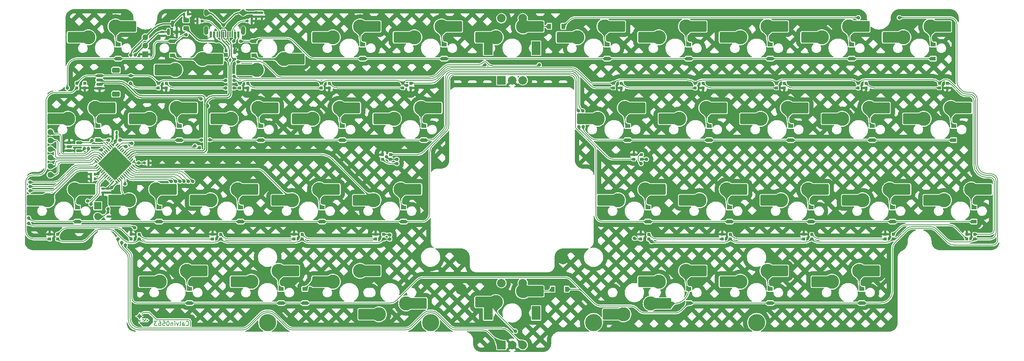
<source format=gbr>
%TF.GenerationSoftware,KiCad,Pcbnew,(7.0.0)*%
%TF.CreationDate,2024-03-02T17:43:30+01:00*%
%TF.ProjectId,Infernum HS,496e6665-726e-4756-9d20-48532e6b6963,rev?*%
%TF.SameCoordinates,Original*%
%TF.FileFunction,Copper,L2,Bot*%
%TF.FilePolarity,Positive*%
%FSLAX46Y46*%
G04 Gerber Fmt 4.6, Leading zero omitted, Abs format (unit mm)*
G04 Created by KiCad (PCBNEW (7.0.0)) date 2024-03-02 17:43:30*
%MOMM*%
%LPD*%
G01*
G04 APERTURE LIST*
G04 Aperture macros list*
%AMRoundRect*
0 Rectangle with rounded corners*
0 $1 Rounding radius*
0 $2 $3 $4 $5 $6 $7 $8 $9 X,Y pos of 4 corners*
0 Add a 4 corners polygon primitive as box body*
4,1,4,$2,$3,$4,$5,$6,$7,$8,$9,$2,$3,0*
0 Add four circle primitives for the rounded corners*
1,1,$1+$1,$2,$3*
1,1,$1+$1,$4,$5*
1,1,$1+$1,$6,$7*
1,1,$1+$1,$8,$9*
0 Add four rect primitives between the rounded corners*
20,1,$1+$1,$2,$3,$4,$5,0*
20,1,$1+$1,$4,$5,$6,$7,0*
20,1,$1+$1,$6,$7,$8,$9,0*
20,1,$1+$1,$8,$9,$2,$3,0*%
%AMRotRect*
0 Rectangle, with rotation*
0 The origin of the aperture is its center*
0 $1 length*
0 $2 width*
0 $3 Rotation angle, in degrees counterclockwise*
0 Add horizontal line*
21,1,$1,$2,0,0,$3*%
G04 Aperture macros list end*
%TA.AperFunction,NonConductor*%
%ADD10C,0.200000*%
%TD*%
%ADD11C,0.200000*%
%TA.AperFunction,ComponentPad*%
%ADD12R,2.000000X2.000000*%
%TD*%
%TA.AperFunction,ComponentPad*%
%ADD13C,2.000000*%
%TD*%
%TA.AperFunction,ComponentPad*%
%ADD14R,2.000000X3.200000*%
%TD*%
%TA.AperFunction,ComponentPad*%
%ADD15C,4.000000*%
%TD*%
%TA.AperFunction,ComponentPad*%
%ADD16O,1.350000X1.350000*%
%TD*%
%TA.AperFunction,ComponentPad*%
%ADD17C,3.300000*%
%TD*%
%TA.AperFunction,SMDPad,CuDef*%
%ADD18R,1.650000X2.500000*%
%TD*%
%TA.AperFunction,SMDPad,CuDef*%
%ADD19RoundRect,0.250000X1.025000X1.000000X-1.025000X1.000000X-1.025000X-1.000000X1.025000X-1.000000X0*%
%TD*%
%TA.AperFunction,SMDPad,CuDef*%
%ADD20RoundRect,0.140000X-0.140000X-0.170000X0.140000X-0.170000X0.140000X0.170000X-0.140000X0.170000X0*%
%TD*%
%TA.AperFunction,SMDPad,CuDef*%
%ADD21R,1.200000X0.900000*%
%TD*%
%TA.AperFunction,SMDPad,CuDef*%
%ADD22RoundRect,0.250000X-1.025000X-1.000000X1.025000X-1.000000X1.025000X1.000000X-1.025000X1.000000X0*%
%TD*%
%TA.AperFunction,SMDPad,CuDef*%
%ADD23RoundRect,0.105000X0.245000X0.245000X-0.245000X0.245000X-0.245000X-0.245000X0.245000X-0.245000X0*%
%TD*%
%TA.AperFunction,SMDPad,CuDef*%
%ADD24RoundRect,0.105000X-0.245000X-0.245000X0.245000X-0.245000X0.245000X0.245000X-0.245000X0.245000X0*%
%TD*%
%TA.AperFunction,SMDPad,CuDef*%
%ADD25RoundRect,0.150000X-0.625000X0.150000X-0.625000X-0.150000X0.625000X-0.150000X0.625000X0.150000X0*%
%TD*%
%TA.AperFunction,SMDPad,CuDef*%
%ADD26RoundRect,0.250000X-0.650000X0.350000X-0.650000X-0.350000X0.650000X-0.350000X0.650000X0.350000X0*%
%TD*%
%TA.AperFunction,SMDPad,CuDef*%
%ADD27RoundRect,0.135000X-0.185000X0.135000X-0.185000X-0.135000X0.185000X-0.135000X0.185000X0.135000X0*%
%TD*%
%TA.AperFunction,SMDPad,CuDef*%
%ADD28RoundRect,0.135000X-0.135000X-0.185000X0.135000X-0.185000X0.135000X0.185000X-0.135000X0.185000X0*%
%TD*%
%TA.AperFunction,SMDPad,CuDef*%
%ADD29R,0.900000X1.200000*%
%TD*%
%TA.AperFunction,SMDPad,CuDef*%
%ADD30RoundRect,0.140000X0.140000X0.170000X-0.140000X0.170000X-0.140000X-0.170000X0.140000X-0.170000X0*%
%TD*%
%TA.AperFunction,SMDPad,CuDef*%
%ADD31RoundRect,0.140000X-0.170000X0.140000X-0.170000X-0.140000X0.170000X-0.140000X0.170000X0.140000X0*%
%TD*%
%TA.AperFunction,SMDPad,CuDef*%
%ADD32RoundRect,0.140000X0.170000X-0.140000X0.170000X0.140000X-0.170000X0.140000X-0.170000X-0.140000X0*%
%TD*%
%TA.AperFunction,SMDPad,CuDef*%
%ADD33RoundRect,0.062500X-0.220971X-0.309359X0.309359X0.220971X0.220971X0.309359X-0.309359X-0.220971X0*%
%TD*%
%TA.AperFunction,SMDPad,CuDef*%
%ADD34RoundRect,0.062500X0.220971X-0.309359X0.309359X-0.220971X-0.220971X0.309359X-0.309359X0.220971X0*%
%TD*%
%TA.AperFunction,SMDPad,CuDef*%
%ADD35RotRect,5.600000X5.600000X45.000000*%
%TD*%
%TA.AperFunction,ComponentPad*%
%ADD36R,1.350000X1.350000*%
%TD*%
%TA.AperFunction,ComponentPad*%
%ADD37R,1.700000X1.700000*%
%TD*%
%TA.AperFunction,ComponentPad*%
%ADD38O,1.700000X1.700000*%
%TD*%
%TA.AperFunction,SMDPad,CuDef*%
%ADD39R,0.600000X1.450000*%
%TD*%
%TA.AperFunction,SMDPad,CuDef*%
%ADD40R,0.300000X1.450000*%
%TD*%
%TA.AperFunction,ComponentPad*%
%ADD41O,1.000000X1.600000*%
%TD*%
%TA.AperFunction,ComponentPad*%
%ADD42O,1.000000X2.100000*%
%TD*%
%TA.AperFunction,SMDPad,CuDef*%
%ADD43RoundRect,0.150000X0.150000X-0.587500X0.150000X0.587500X-0.150000X0.587500X-0.150000X-0.587500X0*%
%TD*%
%TA.AperFunction,SMDPad,CuDef*%
%ADD44R,0.700000X1.000000*%
%TD*%
%TA.AperFunction,SMDPad,CuDef*%
%ADD45R,0.700000X0.600000*%
%TD*%
%TA.AperFunction,SMDPad,CuDef*%
%ADD46RoundRect,0.150000X-0.512500X-0.150000X0.512500X-0.150000X0.512500X0.150000X-0.512500X0.150000X0*%
%TD*%
%TA.AperFunction,SMDPad,CuDef*%
%ADD47RoundRect,0.243750X0.456250X-0.243750X0.456250X0.243750X-0.456250X0.243750X-0.456250X-0.243750X0*%
%TD*%
%TA.AperFunction,SMDPad,CuDef*%
%ADD48RoundRect,0.135000X0.135000X0.185000X-0.135000X0.185000X-0.135000X-0.185000X0.135000X-0.185000X0*%
%TD*%
%TA.AperFunction,ViaPad*%
%ADD49C,0.800000*%
%TD*%
%TA.AperFunction,Conductor*%
%ADD50C,0.300000*%
%TD*%
%TA.AperFunction,Conductor*%
%ADD51C,0.200000*%
%TD*%
%TA.AperFunction,Conductor*%
%ADD52C,0.500000*%
%TD*%
%TA.AperFunction,Conductor*%
%ADD53C,0.250000*%
%TD*%
G04 APERTURE END LIST*
D10*
X82748708Y-155972268D02*
G75*
G03*
X82351770Y-155575392I-396908J-32D01*
G01*
X74728742Y-155458758D02*
X73257484Y-153987500D01*
X73025184Y-153880557D02*
X71834556Y-153880557D01*
X73241398Y-153970112D02*
G75*
G03*
X73025184Y-153880557I-216198J-216188D01*
G01*
X71618345Y-153970115D02*
X71402134Y-154186326D01*
X82747791Y-157091405D02*
X82748646Y-155972268D01*
X71834556Y-153880519D02*
G75*
G03*
X71618345Y-153970115I44J-305781D01*
G01*
X74728749Y-155458751D02*
G75*
G03*
X75009375Y-155575000I280651J280651D01*
G01*
X75009375Y-155575000D02*
X82351770Y-155575000D01*
D11*
D10*
X81740476Y-156849642D02*
X81788095Y-156897261D01*
X81788095Y-156897261D02*
X81930952Y-156944880D01*
X81930952Y-156944880D02*
X82026190Y-156944880D01*
X82026190Y-156944880D02*
X82169047Y-156897261D01*
X82169047Y-156897261D02*
X82264285Y-156802023D01*
X82264285Y-156802023D02*
X82311904Y-156706785D01*
X82311904Y-156706785D02*
X82359523Y-156516309D01*
X82359523Y-156516309D02*
X82359523Y-156373452D01*
X82359523Y-156373452D02*
X82311904Y-156182976D01*
X82311904Y-156182976D02*
X82264285Y-156087738D01*
X82264285Y-156087738D02*
X82169047Y-155992500D01*
X82169047Y-155992500D02*
X82026190Y-155944880D01*
X82026190Y-155944880D02*
X81930952Y-155944880D01*
X81930952Y-155944880D02*
X81788095Y-155992500D01*
X81788095Y-155992500D02*
X81740476Y-156040119D01*
X80883333Y-156944880D02*
X80883333Y-156421071D01*
X80883333Y-156421071D02*
X80930952Y-156325833D01*
X80930952Y-156325833D02*
X81026190Y-156278214D01*
X81026190Y-156278214D02*
X81216666Y-156278214D01*
X81216666Y-156278214D02*
X81311904Y-156325833D01*
X80883333Y-156897261D02*
X80978571Y-156944880D01*
X80978571Y-156944880D02*
X81216666Y-156944880D01*
X81216666Y-156944880D02*
X81311904Y-156897261D01*
X81311904Y-156897261D02*
X81359523Y-156802023D01*
X81359523Y-156802023D02*
X81359523Y-156706785D01*
X81359523Y-156706785D02*
X81311904Y-156611547D01*
X81311904Y-156611547D02*
X81216666Y-156563928D01*
X81216666Y-156563928D02*
X80978571Y-156563928D01*
X80978571Y-156563928D02*
X80883333Y-156516309D01*
X80264285Y-156944880D02*
X80359523Y-156897261D01*
X80359523Y-156897261D02*
X80407142Y-156802023D01*
X80407142Y-156802023D02*
X80407142Y-155944880D01*
X79978570Y-156278214D02*
X79740475Y-156944880D01*
X79740475Y-156944880D02*
X79502380Y-156278214D01*
X79121427Y-156944880D02*
X79121427Y-156278214D01*
X79121427Y-155944880D02*
X79169046Y-155992500D01*
X79169046Y-155992500D02*
X79121427Y-156040119D01*
X79121427Y-156040119D02*
X79073808Y-155992500D01*
X79073808Y-155992500D02*
X79121427Y-155944880D01*
X79121427Y-155944880D02*
X79121427Y-156040119D01*
X78645237Y-156278214D02*
X78645237Y-156944880D01*
X78645237Y-156373452D02*
X78597618Y-156325833D01*
X78597618Y-156325833D02*
X78502380Y-156278214D01*
X78502380Y-156278214D02*
X78359523Y-156278214D01*
X78359523Y-156278214D02*
X78264285Y-156325833D01*
X78264285Y-156325833D02*
X78216666Y-156421071D01*
X78216666Y-156421071D02*
X78216666Y-156944880D01*
X77549999Y-155944880D02*
X77454761Y-155944880D01*
X77454761Y-155944880D02*
X77359523Y-155992500D01*
X77359523Y-155992500D02*
X77311904Y-156040119D01*
X77311904Y-156040119D02*
X77264285Y-156135357D01*
X77264285Y-156135357D02*
X77216666Y-156325833D01*
X77216666Y-156325833D02*
X77216666Y-156563928D01*
X77216666Y-156563928D02*
X77264285Y-156754404D01*
X77264285Y-156754404D02*
X77311904Y-156849642D01*
X77311904Y-156849642D02*
X77359523Y-156897261D01*
X77359523Y-156897261D02*
X77454761Y-156944880D01*
X77454761Y-156944880D02*
X77549999Y-156944880D01*
X77549999Y-156944880D02*
X77645237Y-156897261D01*
X77645237Y-156897261D02*
X77692856Y-156849642D01*
X77692856Y-156849642D02*
X77740475Y-156754404D01*
X77740475Y-156754404D02*
X77788094Y-156563928D01*
X77788094Y-156563928D02*
X77788094Y-156325833D01*
X77788094Y-156325833D02*
X77740475Y-156135357D01*
X77740475Y-156135357D02*
X77692856Y-156040119D01*
X77692856Y-156040119D02*
X77645237Y-155992500D01*
X77645237Y-155992500D02*
X77549999Y-155944880D01*
X76311904Y-155944880D02*
X76788094Y-155944880D01*
X76788094Y-155944880D02*
X76835713Y-156421071D01*
X76835713Y-156421071D02*
X76788094Y-156373452D01*
X76788094Y-156373452D02*
X76692856Y-156325833D01*
X76692856Y-156325833D02*
X76454761Y-156325833D01*
X76454761Y-156325833D02*
X76359523Y-156373452D01*
X76359523Y-156373452D02*
X76311904Y-156421071D01*
X76311904Y-156421071D02*
X76264285Y-156516309D01*
X76264285Y-156516309D02*
X76264285Y-156754404D01*
X76264285Y-156754404D02*
X76311904Y-156849642D01*
X76311904Y-156849642D02*
X76359523Y-156897261D01*
X76359523Y-156897261D02*
X76454761Y-156944880D01*
X76454761Y-156944880D02*
X76692856Y-156944880D01*
X76692856Y-156944880D02*
X76788094Y-156897261D01*
X76788094Y-156897261D02*
X76835713Y-156849642D01*
X75407142Y-155944880D02*
X75597618Y-155944880D01*
X75597618Y-155944880D02*
X75692856Y-155992500D01*
X75692856Y-155992500D02*
X75740475Y-156040119D01*
X75740475Y-156040119D02*
X75835713Y-156182976D01*
X75835713Y-156182976D02*
X75883332Y-156373452D01*
X75883332Y-156373452D02*
X75883332Y-156754404D01*
X75883332Y-156754404D02*
X75835713Y-156849642D01*
X75835713Y-156849642D02*
X75788094Y-156897261D01*
X75788094Y-156897261D02*
X75692856Y-156944880D01*
X75692856Y-156944880D02*
X75502380Y-156944880D01*
X75502380Y-156944880D02*
X75407142Y-156897261D01*
X75407142Y-156897261D02*
X75359523Y-156849642D01*
X75359523Y-156849642D02*
X75311904Y-156754404D01*
X75311904Y-156754404D02*
X75311904Y-156516309D01*
X75311904Y-156516309D02*
X75359523Y-156421071D01*
X75359523Y-156421071D02*
X75407142Y-156373452D01*
X75407142Y-156373452D02*
X75502380Y-156325833D01*
X75502380Y-156325833D02*
X75692856Y-156325833D01*
X75692856Y-156325833D02*
X75788094Y-156373452D01*
X75788094Y-156373452D02*
X75835713Y-156421071D01*
X75835713Y-156421071D02*
X75883332Y-156516309D01*
X74978570Y-155944880D02*
X74359523Y-155944880D01*
X74359523Y-155944880D02*
X74692856Y-156325833D01*
X74692856Y-156325833D02*
X74549999Y-156325833D01*
X74549999Y-156325833D02*
X74454761Y-156373452D01*
X74454761Y-156373452D02*
X74407142Y-156421071D01*
X74407142Y-156421071D02*
X74359523Y-156516309D01*
X74359523Y-156516309D02*
X74359523Y-156754404D01*
X74359523Y-156754404D02*
X74407142Y-156849642D01*
X74407142Y-156849642D02*
X74454761Y-156897261D01*
X74454761Y-156897261D02*
X74549999Y-156944880D01*
X74549999Y-156944880D02*
X74835713Y-156944880D01*
X74835713Y-156944880D02*
X74930951Y-156897261D01*
X74930951Y-156897261D02*
X74978570Y-156849642D01*
%TO.C,G\u002A\u002A\u002A*%
G36*
X71815000Y-155540000D02*
G01*
X71672517Y-155682500D01*
X71478767Y-155682500D01*
X71285017Y-155682500D01*
X71427500Y-155540000D01*
X71569984Y-155397500D01*
X71763734Y-155397500D01*
X71957484Y-155397500D01*
X71815000Y-155540000D01*
G37*
G36*
X72305000Y-155682500D02*
G01*
X72020009Y-155967500D01*
X71828130Y-155967500D01*
X71822576Y-155967499D01*
X71792332Y-155967467D01*
X71763649Y-155967390D01*
X71736910Y-155967273D01*
X71712497Y-155967119D01*
X71690791Y-155966932D01*
X71672175Y-155966715D01*
X71657031Y-155966473D01*
X71645741Y-155966209D01*
X71638687Y-155965926D01*
X71636250Y-155965629D01*
X71637104Y-155964630D01*
X71641203Y-155960327D01*
X71648523Y-155952812D01*
X71658875Y-155942273D01*
X71672073Y-155928897D01*
X71687929Y-155912874D01*
X71706256Y-155894393D01*
X71726867Y-155873640D01*
X71749576Y-155850806D01*
X71774193Y-155826078D01*
X71800533Y-155799644D01*
X71828408Y-155771694D01*
X71857631Y-155742416D01*
X71888014Y-155711998D01*
X71919371Y-155680629D01*
X72202492Y-155397500D01*
X72396242Y-155397500D01*
X72589992Y-155397500D01*
X72305000Y-155682500D01*
G37*
G36*
X73459373Y-154701872D02*
G01*
X73948751Y-155191245D01*
X73948751Y-155682495D01*
X73948750Y-156173745D01*
X73459378Y-156663122D01*
X72970005Y-157152500D01*
X72356250Y-157152500D01*
X71742496Y-157152500D01*
X71252500Y-156662500D01*
X70762505Y-156172500D01*
X71742508Y-156172500D01*
X72722510Y-156172500D01*
X72967500Y-155927500D01*
X73212491Y-155682500D01*
X72967500Y-155437500D01*
X72722510Y-155192499D01*
X71993130Y-155192500D01*
X71942244Y-155192496D01*
X71883284Y-155192482D01*
X71825798Y-155192458D01*
X71769980Y-155192425D01*
X71716027Y-155192383D01*
X71664135Y-155192332D01*
X71614499Y-155192273D01*
X71567316Y-155192206D01*
X71522782Y-155192132D01*
X71481092Y-155192051D01*
X71442442Y-155191963D01*
X71407029Y-155191869D01*
X71375049Y-155191770D01*
X71346696Y-155191665D01*
X71322168Y-155191555D01*
X71301660Y-155191441D01*
X71285369Y-155191323D01*
X71273489Y-155191201D01*
X71266218Y-155191076D01*
X71263750Y-155190949D01*
X71265485Y-155187497D01*
X71270413Y-155181023D01*
X71278110Y-155171959D01*
X71288156Y-155160740D01*
X71300129Y-155147797D01*
X71313607Y-155133566D01*
X71328169Y-155118479D01*
X71343392Y-155102968D01*
X71358854Y-155087469D01*
X71374135Y-155072413D01*
X71388811Y-155058235D01*
X71402462Y-155045367D01*
X71414666Y-155034243D01*
X71425000Y-155025296D01*
X71464186Y-154993818D01*
X71526865Y-154948165D01*
X71591388Y-154906846D01*
X71658055Y-154869708D01*
X71727163Y-154836603D01*
X71799012Y-154807379D01*
X71873902Y-154781886D01*
X71952131Y-154759973D01*
X71959537Y-154758069D01*
X71971032Y-154754951D01*
X71979975Y-154752309D01*
X71985598Y-154750376D01*
X71987131Y-154749384D01*
X71985088Y-154748622D01*
X71979180Y-154746969D01*
X71971250Y-154745056D01*
X71963916Y-154743340D01*
X71945260Y-154738616D01*
X71923820Y-154732805D01*
X71900918Y-154726291D01*
X71877879Y-154719453D01*
X71856028Y-154712672D01*
X71836687Y-154706330D01*
X71826592Y-154702854D01*
X71752870Y-154674637D01*
X71681441Y-154642255D01*
X71612626Y-154605879D01*
X71546748Y-154565677D01*
X71484129Y-154521816D01*
X71481883Y-154520132D01*
X71472217Y-154512870D01*
X71464223Y-154506840D01*
X71458678Y-154502631D01*
X71456359Y-154500828D01*
X71456667Y-154500360D01*
X71459802Y-154496896D01*
X71466094Y-154490292D01*
X71475284Y-154480813D01*
X71487110Y-154468722D01*
X71501312Y-154454284D01*
X71517630Y-154437764D01*
X71535803Y-154419427D01*
X71555571Y-154399535D01*
X71576674Y-154378355D01*
X71598851Y-154356149D01*
X71742484Y-154212500D01*
X72356240Y-154212500D01*
X72969996Y-154212500D01*
X73459373Y-154701872D01*
G37*
G36*
X70872633Y-153958776D02*
G01*
X70884095Y-154003197D01*
X70906004Y-154073095D01*
X70932027Y-154140251D01*
X70962235Y-154204823D01*
X70996698Y-154266970D01*
X71035486Y-154326851D01*
X71057928Y-154357790D01*
X71102221Y-154412467D01*
X71150122Y-154464000D01*
X71201353Y-154512199D01*
X71255639Y-154556870D01*
X71312703Y-154597822D01*
X71372267Y-154634862D01*
X71434056Y-154667798D01*
X71497792Y-154696437D01*
X71563199Y-154720587D01*
X71630000Y-154740056D01*
X71632816Y-154740773D01*
X71644637Y-154743881D01*
X71654478Y-154746620D01*
X71661379Y-154748717D01*
X71664382Y-154749898D01*
X71663819Y-154750650D01*
X71659496Y-154752422D01*
X71651873Y-154754743D01*
X71641882Y-154757306D01*
X71619310Y-154763040D01*
X71574785Y-154776266D01*
X71529041Y-154792169D01*
X71483604Y-154810203D01*
X71440000Y-154829818D01*
X71393531Y-154853562D01*
X71332212Y-154889654D01*
X71273695Y-154929712D01*
X71218161Y-154973532D01*
X71165792Y-155020911D01*
X71116769Y-155071642D01*
X71071273Y-155125522D01*
X71029486Y-155182346D01*
X70991589Y-155241911D01*
X70957763Y-155304011D01*
X70928191Y-155368442D01*
X70903053Y-155435000D01*
X70899736Y-155444932D01*
X70895921Y-155456803D01*
X70892218Y-155468963D01*
X70888363Y-155482324D01*
X70884094Y-155497801D01*
X70879150Y-155516305D01*
X70873268Y-155538750D01*
X70872782Y-155540596D01*
X70871798Y-155543657D01*
X70870835Y-155544508D01*
X70869645Y-155542622D01*
X70867978Y-155537470D01*
X70865588Y-155528525D01*
X70862226Y-155515258D01*
X70860940Y-155510278D01*
X70856542Y-155494315D01*
X70851245Y-155476197D01*
X70845601Y-155457794D01*
X70840168Y-155440974D01*
X70821623Y-155389876D01*
X70793302Y-155324374D01*
X70760812Y-155261371D01*
X70724331Y-155201029D01*
X70684035Y-155143514D01*
X70640100Y-155088990D01*
X70592702Y-155037621D01*
X70542017Y-154989572D01*
X70488222Y-154945006D01*
X70431493Y-154904089D01*
X70372005Y-154866984D01*
X70309936Y-154833857D01*
X70245462Y-154804870D01*
X70178758Y-154780190D01*
X70110000Y-154759979D01*
X70102061Y-154757887D01*
X70090844Y-154754724D01*
X70082323Y-154752052D01*
X70077219Y-154750102D01*
X70076250Y-154749106D01*
X70076442Y-154749045D01*
X70080658Y-154747875D01*
X70088555Y-154745799D01*
X70099073Y-154743092D01*
X70111157Y-154740028D01*
X70138562Y-154732667D01*
X70200692Y-154712635D01*
X70262438Y-154688210D01*
X70323023Y-154659774D01*
X70381664Y-154627710D01*
X70437583Y-154592400D01*
X70490000Y-154554228D01*
X70514275Y-154534478D01*
X70544244Y-154508298D01*
X70574219Y-154480317D01*
X70603107Y-154451594D01*
X70629815Y-154423187D01*
X70653248Y-154396155D01*
X70672393Y-154372247D01*
X70714985Y-154313421D01*
X70753327Y-154252014D01*
X70787333Y-154188189D01*
X70816923Y-154122109D01*
X70842014Y-154053935D01*
X70862523Y-153983831D01*
X70863983Y-153978170D01*
X70866981Y-153967008D01*
X70869137Y-153960002D01*
X70870660Y-153956636D01*
X70871756Y-153956399D01*
X70872633Y-153958776D01*
G37*
%TD*%
D12*
%TO.P,SW1,A,A*%
%TO.N,enc1A*%
X155456249Y-99574999D03*
D13*
%TO.P,SW1,B,B*%
%TO.N,enc1B*%
X160456250Y-99575000D03*
%TO.P,SW1,C,C*%
%TO.N,GND*%
X157956250Y-99575000D03*
D14*
%TO.P,SW1,MP*%
%TO.N,N/C*%
X152356249Y-92074999D03*
X163556249Y-92074999D03*
D13*
%TO.P,SW1,S1,S1*%
%TO.N,Net-(D6-A)*%
X160456250Y-85075000D03*
%TO.P,SW1,S2,S2*%
%TO.N,Col 1*%
X155456250Y-85075000D03*
%TD*%
D12*
%TO.P,SW2,A,A*%
%TO.N,enc2A*%
X155456249Y-161487499D03*
D13*
%TO.P,SW2,B,B*%
%TO.N,enc2B*%
X160456250Y-161487500D03*
%TO.P,SW2,C,C*%
%TO.N,GND*%
X157956250Y-161487500D03*
D14*
%TO.P,SW2,MP*%
%TO.N,N/C*%
X152356249Y-153987499D03*
X163556249Y-153987499D03*
D13*
%TO.P,SW2,S1,S1*%
%TO.N,Net-(D35-A)*%
X160456250Y-146987500D03*
%TO.P,SW2,S2,S2*%
%TO.N,Col 9*%
X155456250Y-146987500D03*
%TD*%
D15*
%TO.P,S4,*%
%TO.N,*%
X138906250Y-156210000D03*
X100806250Y-156210000D03*
%TD*%
D16*
%TO.P,J1,1,Pin_1*%
%TO.N,/MCU & Power/A4*%
X50006249Y-121681249D03*
%TO.P,J1,2,Pin_2*%
%TO.N,/MCU & Power/A5*%
X50006249Y-119681249D03*
%TO.P,J1,3,Pin_3*%
%TO.N,/MCU & Power/A6*%
X50006249Y-117681249D03*
%TO.P,J1,4,Pin_4*%
%TO.N,/MCU & Power/A7*%
X50006249Y-115681249D03*
%TO.P,J1,5,Pin_5*%
%TO.N,/MCU & Power/B13*%
X50006249Y-113681249D03*
%TO.P,J1,6,Pin_6*%
%TO.N,/MCU & Power/B14*%
X50006249Y-111681249D03*
%TD*%
D15*
%TO.P,S3,*%
%TO.N,*%
X215106250Y-156210000D03*
X177006250Y-156210000D03*
%TD*%
D17*
%TO.P,MX31,1,COL*%
%TO.N,Col 9*%
X258921250Y-127635000D03*
D18*
X257096249Y-127634999D03*
D19*
X255371250Y-127635000D03*
%TO.P,MX31,2,ROW*%
%TO.N,Net-(D31-A)*%
X268821250Y-125095000D03*
D18*
X267071249Y-125094999D03*
D17*
X265271250Y-125095000D03*
%TD*%
%TO.P,MX7,1,COL*%
%TO.N,Col 5*%
X173196250Y-89535000D03*
D18*
X171371249Y-89534999D03*
D19*
X169646250Y-89535000D03*
%TO.P,MX7,2,ROW*%
%TO.N,Net-(D7-A)*%
X183096250Y-86995000D03*
D18*
X181346249Y-86994999D03*
D17*
X179546250Y-86995000D03*
%TD*%
D20*
%TO.P,C20,1*%
%TO.N,+3V3*%
X72048049Y-118885145D03*
%TO.P,C20,2*%
%TO.N,GND*%
X73008049Y-118885145D03*
%TD*%
D21*
%TO.P,D30,1,K*%
%TO.N,Row 2*%
X246856249Y-132618749D03*
%TO.P,D30,2,A*%
%TO.N,Net-(D30-A)*%
X246856249Y-129318749D03*
%TD*%
D17*
%TO.P,MX61,1,COL*%
%TO.N,Net-(D36-A)*%
X190341250Y-151765000D03*
D18*
X192166249Y-151764999D03*
D22*
X193891250Y-151765000D03*
%TO.P,MX61,2,ROW*%
%TO.N,Col 5*%
X180441250Y-154305000D03*
D18*
X182191249Y-154304999D03*
D17*
X183991250Y-154305000D03*
%TD*%
D23*
%TO.P,D51,1,DOUT*%
%TO.N,unconnected-(D51-DOUT-Pad1)*%
X58065000Y-100256250D03*
%TO.P,D51,2,VSS*%
%TO.N,GND*%
X58065000Y-101356250D03*
%TO.P,D51,3,DIN*%
%TO.N,Net-(D51-DIN)*%
X56235000Y-101356250D03*
%TO.P,D51,4,VDD*%
%TO.N,+5V*%
X56235000Y-100256250D03*
%TD*%
D24*
%TO.P,D53,1,DOUT*%
%TO.N,Net-(D53-DOUT)*%
X87985000Y-136694000D03*
%TO.P,D53,2,VSS*%
%TO.N,GND*%
X87985000Y-135594000D03*
%TO.P,D53,3,DIN*%
%TO.N,Net-(D53-DIN)*%
X89815000Y-135594000D03*
%TO.P,D53,4,VDD*%
%TO.N,+5V*%
X89815000Y-136694000D03*
%TD*%
%TO.P,D58,1,DOUT*%
%TO.N,Net-(D53-DIN)*%
X107035000Y-136694000D03*
%TO.P,D58,2,VSS*%
%TO.N,GND*%
X107035000Y-135594000D03*
%TO.P,D58,3,DIN*%
%TO.N,Net-(D54-DOUT)*%
X108865000Y-135594000D03*
%TO.P,D58,4,VDD*%
%TO.N,+5V*%
X108865000Y-136694000D03*
%TD*%
D25*
%TO.P,J2,1,Pin_1*%
%TO.N,+5V*%
X61500000Y-98512500D03*
%TO.P,J2,2,Pin_2*%
%TO.N,D-*%
X61500000Y-99512500D03*
%TO.P,J2,3,Pin_3*%
%TO.N,D+*%
X61500000Y-100512500D03*
%TO.P,J2,4,Pin_4*%
%TO.N,GND*%
X61500000Y-101512500D03*
D26*
%TO.P,J2,MP*%
%TO.N,N/C*%
X65375000Y-97212500D03*
X65375000Y-102812500D03*
%TD*%
D24*
%TO.P,D59,1,DOUT*%
%TO.N,Net-(D48-DIN)*%
X207111000Y-136694000D03*
%TO.P,D59,2,VSS*%
%TO.N,GND*%
X207111000Y-135594000D03*
%TO.P,D59,3,DIN*%
%TO.N,Net-(D46-DOUT)*%
X208941000Y-135594000D03*
%TO.P,D59,4,VDD*%
%TO.N,+5V*%
X208941000Y-136694000D03*
%TD*%
D17*
%TO.P,MX22,1,COL*%
%TO.N,Col 0*%
X49371250Y-127635000D03*
D18*
X47546249Y-127634999D03*
D19*
X45821250Y-127635000D03*
%TO.P,MX22,2,ROW*%
%TO.N,Net-(D22-A)*%
X59271250Y-125095000D03*
D18*
X57521249Y-125094999D03*
D17*
X55721250Y-125095000D03*
%TD*%
D21*
%TO.P,D9,1,K*%
%TO.N,Row 0*%
X218281249Y-94518749D03*
%TO.P,D9,2,A*%
%TO.N,Net-(D9-A)*%
X218281249Y-91218749D03*
%TD*%
D17*
%TO.P,MX11,1,COL*%
%TO.N,Col 9*%
X249396250Y-89535000D03*
D18*
X247571249Y-89534999D03*
D19*
X245846250Y-89535000D03*
%TO.P,MX11,2,ROW*%
%TO.N,Net-(D11-A)*%
X259296250Y-86995000D03*
D18*
X257546249Y-86994999D03*
D17*
X255746250Y-86995000D03*
%TD*%
D27*
%TO.P,R_Shield1,1*%
%TO.N,GNDREF*%
X98145600Y-83716400D03*
%TO.P,R_Shield1,2*%
%TO.N,GND*%
X98145600Y-84736400D03*
%TD*%
D28*
%TO.P,R_USB2,1*%
%TO.N,Net-(USB1-CC2)*%
X96043750Y-85725000D03*
%TO.P,R_USB2,2*%
%TO.N,GND*%
X97063750Y-85725000D03*
%TD*%
D17*
%TO.P,MX3,1,COL*%
%TO.N,Net-(D3-A)*%
X104616250Y-94615000D03*
D18*
X106441249Y-94614999D03*
D22*
X108166250Y-94615000D03*
%TO.P,MX3,2,ROW*%
%TO.N,Col 2*%
X94716250Y-97155000D03*
D18*
X96466249Y-97154999D03*
D17*
X98266250Y-97155000D03*
%TD*%
%TO.P,MX13,1,COL*%
%TO.N,Col 1*%
X73183750Y-108585000D03*
D18*
X71358749Y-108584999D03*
D19*
X69633750Y-108585000D03*
%TO.P,MX13,2,ROW*%
%TO.N,Net-(D13-A)*%
X83083750Y-106045000D03*
D18*
X81333749Y-106044999D03*
D17*
X79533750Y-106045000D03*
%TD*%
D21*
%TO.P,D10,1,K*%
%TO.N,Row 0*%
X237331249Y-94518749D03*
%TO.P,D10,2,A*%
%TO.N,Net-(D10-A)*%
X237331249Y-91218749D03*
%TD*%
%TO.P,D24,1,K*%
%TO.N,Row 2*%
X94456249Y-132618749D03*
%TO.P,D24,2,A*%
%TO.N,Net-(D24-A)*%
X94456249Y-129318749D03*
%TD*%
D17*
%TO.P,MX23,1,COL*%
%TO.N,Col 1*%
X68421250Y-127635000D03*
D18*
X66596249Y-127634999D03*
D19*
X64871250Y-127635000D03*
%TO.P,MX23,2,ROW*%
%TO.N,Net-(D23-A)*%
X78321250Y-125095000D03*
D18*
X76571249Y-125094999D03*
D17*
X74771250Y-125095000D03*
%TD*%
%TO.P,MX20,1,COL*%
%TO.N,Col 8*%
X235108750Y-108585000D03*
D18*
X233283749Y-108584999D03*
D19*
X231558750Y-108585000D03*
%TO.P,MX20,2,ROW*%
%TO.N,Net-(D20-A)*%
X245008750Y-106045000D03*
D18*
X243258749Y-106044999D03*
D17*
X241458750Y-106045000D03*
%TD*%
D23*
%TO.P,D41,1,DOUT*%
%TO.N,Net-(D41-DOUT)*%
X183477500Y-100256250D03*
%TO.P,D41,2,VSS*%
%TO.N,GND*%
X183477500Y-101356250D03*
%TO.P,D41,3,DIN*%
%TO.N,Net-(D40-DOUT)*%
X181647500Y-101356250D03*
%TO.P,D41,4,VDD*%
%TO.N,+5V*%
X181647500Y-100256250D03*
%TD*%
%TO.P,D56,1,DOUT*%
%TO.N,Net-(D43-DIN)*%
X240691000Y-100288000D03*
%TO.P,D56,2,VSS*%
%TO.N,GND*%
X240691000Y-101388000D03*
%TO.P,D56,3,DIN*%
%TO.N,Net-(D42-DOUT)*%
X238861000Y-101388000D03*
%TO.P,D56,4,VDD*%
%TO.N,+5V*%
X238861000Y-100288000D03*
%TD*%
D21*
%TO.P,D2,1,K*%
%TO.N,Row 0*%
X78581249Y-90424999D03*
%TO.P,D2,2,A*%
%TO.N,Net-(D2-A)*%
X78581249Y-93724999D03*
%TD*%
%TO.P,D22,1,K*%
%TO.N,Row 2*%
X56356249Y-132618749D03*
%TO.P,D22,2,A*%
%TO.N,Net-(D22-A)*%
X56356249Y-129318749D03*
%TD*%
D17*
%TO.P,MX12,1,COL*%
%TO.N,Col 0*%
X54133750Y-108585000D03*
D18*
X52308749Y-108584999D03*
D19*
X50583750Y-108585000D03*
%TO.P,MX12,2,ROW*%
%TO.N,Net-(D12-A)*%
X64033750Y-106045000D03*
D18*
X62283749Y-106044999D03*
D17*
X60483750Y-106045000D03*
%TD*%
%TO.P,MX9,1,COL*%
%TO.N,Col 7*%
X211296250Y-89535000D03*
D18*
X209471249Y-89534999D03*
D19*
X207746250Y-89535000D03*
%TO.P,MX9,2,ROW*%
%TO.N,Net-(D9-A)*%
X221196250Y-86995000D03*
D18*
X219446249Y-86994999D03*
D17*
X217646250Y-86995000D03*
%TD*%
D21*
%TO.P,D11,1,K*%
%TO.N,Row 0*%
X256381249Y-94518749D03*
%TO.P,D11,2,A*%
%TO.N,Net-(D11-A)*%
X256381249Y-91218749D03*
%TD*%
D23*
%TO.P,D39,1,DOUT*%
%TO.N,Net-(D39-DOUT)*%
X96165000Y-100288000D03*
%TO.P,D39,2,VSS*%
%TO.N,GND*%
X96165000Y-101388000D03*
%TO.P,D39,3,DIN*%
%TO.N,Net-(D39-DIN)*%
X94335000Y-101388000D03*
%TO.P,D39,4,VDD*%
%TO.N,+5V*%
X94335000Y-100288000D03*
%TD*%
D17*
%TO.P,MX2,1,COL*%
%TO.N,Net-(D2-A)*%
X85566250Y-94615000D03*
D18*
X87391249Y-94614999D03*
D22*
X89116250Y-94615000D03*
%TO.P,MX2,2,ROW*%
%TO.N,Col 1*%
X75666250Y-97155000D03*
D18*
X77416249Y-97154999D03*
D17*
X79216250Y-97155000D03*
%TD*%
D24*
%TO.P,D52,1,DOUT*%
%TO.N,Net-(D51-DIN)*%
X49885000Y-136694000D03*
%TO.P,D52,2,VSS*%
%TO.N,GND*%
X49885000Y-135594000D03*
%TO.P,D52,3,DIN*%
%TO.N,Net-(D52-DIN)*%
X51715000Y-135594000D03*
%TO.P,D52,4,VDD*%
%TO.N,+5V*%
X51715000Y-136694000D03*
%TD*%
D27*
%TO.P,R6,1*%
%TO.N,BOOT0*%
X63500000Y-130458750D03*
%TO.P,R6,2*%
%TO.N,GND*%
X63500000Y-131478750D03*
%TD*%
D17*
%TO.P,MX4,1,COL*%
%TO.N,Col 3*%
X116046250Y-89535000D03*
D18*
X114221249Y-89534999D03*
D19*
X112496250Y-89535000D03*
%TO.P,MX4,2,ROW*%
%TO.N,Net-(D4-A)*%
X125946250Y-86995000D03*
D18*
X124196249Y-86994999D03*
D17*
X122396250Y-86995000D03*
%TD*%
D23*
%TO.P,D40,1,DOUT*%
%TO.N,Net-(D40-DOUT)*%
X134265000Y-100256250D03*
%TO.P,D40,2,VSS*%
%TO.N,GND*%
X134265000Y-101356250D03*
%TO.P,D40,3,DIN*%
%TO.N,Net-(D40-DIN)*%
X132435000Y-101356250D03*
%TO.P,D40,4,VDD*%
%TO.N,+5V*%
X132435000Y-100256250D03*
%TD*%
D29*
%TO.P,D35,1,K*%
%TO.N,Row 3*%
X170718749Y-148431249D03*
%TO.P,D35,2,A*%
%TO.N,Net-(D35-A)*%
X167418749Y-148431249D03*
%TD*%
D17*
%TO.P,MX29,1,COL*%
%TO.N,Col 7*%
X220821250Y-127635000D03*
D18*
X218996249Y-127634999D03*
D19*
X217271250Y-127635000D03*
%TO.P,MX29,2,ROW*%
%TO.N,Net-(D29-A)*%
X230721250Y-125095000D03*
D18*
X228971249Y-125094999D03*
D17*
X227171250Y-125095000D03*
%TD*%
D21*
%TO.P,D3,1,K*%
%TO.N,Row 0*%
X97631249Y-90424999D03*
%TO.P,D3,2,A*%
%TO.N,Net-(D3-A)*%
X97631249Y-93724999D03*
%TD*%
D24*
%TO.P,D48,1,DOUT*%
%TO.N,Net-(D45-DIN)*%
X188061000Y-136694000D03*
%TO.P,D48,2,VSS*%
%TO.N,GND*%
X188061000Y-135594000D03*
%TO.P,D48,3,DIN*%
%TO.N,Net-(D48-DIN)*%
X189891000Y-135594000D03*
%TO.P,D48,4,VDD*%
%TO.N,+5V*%
X189891000Y-136694000D03*
%TD*%
D30*
%TO.P,C19,1*%
%TO.N,+3V3*%
X65524483Y-112761361D03*
%TO.P,C19,2*%
%TO.N,GND*%
X64564483Y-112761361D03*
%TD*%
D17*
%TO.P,MX8,1,COL*%
%TO.N,Col 6*%
X192246250Y-89535000D03*
D18*
X190421249Y-89534999D03*
D19*
X188696250Y-89535000D03*
%TO.P,MX8,2,ROW*%
%TO.N,Net-(D8-A)*%
X202146250Y-86995000D03*
D18*
X200396249Y-86994999D03*
D17*
X198596250Y-86995000D03*
%TD*%
D30*
%TO.P,C22,1*%
%TO.N,NRST*%
X60441423Y-122606178D03*
%TO.P,C22,2*%
%TO.N,GND*%
X59481423Y-122606178D03*
%TD*%
D17*
%TO.P,MX59,1,COL*%
%TO.N,Col 4*%
X133191250Y-151765000D03*
D18*
X135016249Y-151764999D03*
D22*
X136741250Y-151765000D03*
%TO.P,MX59,2,ROW*%
%TO.N,Net-(D34-A)*%
X123291250Y-154305000D03*
D18*
X125041249Y-154304999D03*
D17*
X126841250Y-154305000D03*
%TD*%
D20*
%TO.P,C_LDO1,1*%
%TO.N,+5V*%
X81276250Y-84137500D03*
%TO.P,C_LDO1,2*%
%TO.N,GND*%
X82236250Y-84137500D03*
%TD*%
D17*
%TO.P,MX57,1,COL*%
%TO.N,Col 2*%
X75565000Y-146685000D03*
D18*
X73739999Y-146684999D03*
D19*
X72015000Y-146685000D03*
%TO.P,MX57,2,ROW*%
%TO.N,Net-(D32-A)*%
X85465000Y-144145000D03*
D18*
X83714999Y-144144999D03*
D17*
X81915000Y-144145000D03*
%TD*%
D21*
%TO.P,D5,1,K*%
%TO.N,Row 0*%
X142081249Y-94518749D03*
%TO.P,D5,2,A*%
%TO.N,Net-(D5-A)*%
X142081249Y-91218749D03*
%TD*%
D17*
%TO.P,MX24,1,COL*%
%TO.N,Col 2*%
X87471250Y-127635000D03*
D18*
X85646249Y-127634999D03*
D19*
X83921250Y-127635000D03*
%TO.P,MX24,2,ROW*%
%TO.N,Net-(D24-A)*%
X97371250Y-125095000D03*
D18*
X95621249Y-125094999D03*
D17*
X93821250Y-125095000D03*
%TD*%
D30*
%TO.P,C17,1*%
%TO.N,+3V3*%
X60458031Y-121561582D03*
%TO.P,C17,2*%
%TO.N,GND*%
X59498031Y-121561582D03*
%TD*%
D31*
%TO.P,C18,1*%
%TO.N,+3V3*%
X62302550Y-124926552D03*
%TO.P,C18,2*%
%TO.N,GND*%
X62302550Y-125886552D03*
%TD*%
D17*
%TO.P,MX28,1,COL*%
%TO.N,Col 6*%
X201771250Y-127635000D03*
D18*
X199946249Y-127634999D03*
D19*
X198221250Y-127635000D03*
%TO.P,MX28,2,ROW*%
%TO.N,Net-(D28-A)*%
X211671250Y-125095000D03*
D18*
X209921249Y-125094999D03*
D17*
X208121250Y-125095000D03*
%TD*%
%TO.P,MX5,1,COL*%
%TO.N,Col 4*%
X135096250Y-89535000D03*
D18*
X133271249Y-89534999D03*
D19*
X131546250Y-89535000D03*
%TO.P,MX5,2,ROW*%
%TO.N,Net-(D5-A)*%
X144996250Y-86995000D03*
D18*
X143246249Y-86994999D03*
D17*
X141446250Y-86995000D03*
%TD*%
D23*
%TO.P,D47,1,DOUT*%
%TO.N,Net-(D39-DIN)*%
X77115000Y-100288000D03*
%TO.P,D47,2,VSS*%
%TO.N,GND*%
X77115000Y-101388000D03*
%TO.P,D47,3,DIN*%
%TO.N,RGB*%
X75285000Y-101388000D03*
%TO.P,D47,4,VDD*%
%TO.N,+5V*%
X75285000Y-100288000D03*
%TD*%
D24*
%TO.P,D44,1,DOUT*%
%TO.N,Net-(D44-DOUT)*%
X264261000Y-136694000D03*
%TO.P,D44,2,VSS*%
%TO.N,GND*%
X264261000Y-135594000D03*
%TO.P,D44,3,DIN*%
%TO.N,Net-(D43-DOUT)*%
X266091000Y-135594000D03*
%TO.P,D44,4,VDD*%
%TO.N,+5V*%
X266091000Y-136694000D03*
%TD*%
D23*
%TO.P,D42,1,DOUT*%
%TO.N,Net-(D42-DOUT)*%
X221577500Y-100256250D03*
%TO.P,D42,2,VSS*%
%TO.N,GND*%
X221577500Y-101356250D03*
%TO.P,D42,3,DIN*%
%TO.N,Net-(D42-DIN)*%
X219747500Y-101356250D03*
%TO.P,D42,4,VDD*%
%TO.N,+5V*%
X219747500Y-100256250D03*
%TD*%
D24*
%TO.P,D60,1,DOUT*%
%TO.N,Net-(D46-DIN)*%
X245211000Y-136694000D03*
%TO.P,D60,2,VSS*%
%TO.N,GND*%
X245211000Y-135594000D03*
%TO.P,D60,3,DIN*%
%TO.N,Net-(D44-DOUT)*%
X247041000Y-135594000D03*
%TO.P,D60,4,VDD*%
%TO.N,+5V*%
X247041000Y-136694000D03*
%TD*%
D32*
%TO.P,C_Shield1,1*%
%TO.N,GND*%
X99466400Y-84706400D03*
%TO.P,C_Shield1,2*%
%TO.N,GNDREF*%
X99466400Y-83746400D03*
%TD*%
D21*
%TO.P,D26,1,K*%
%TO.N,Row 2*%
X132556249Y-132618749D03*
%TO.P,D26,2,A*%
%TO.N,Net-(D26-A)*%
X132556249Y-129318749D03*
%TD*%
D17*
%TO.P,MX25,1,COL*%
%TO.N,Col 3*%
X106521250Y-127635000D03*
D18*
X104696249Y-127634999D03*
D19*
X102971250Y-127635000D03*
%TO.P,MX25,2,ROW*%
%TO.N,Net-(D25-A)*%
X116421250Y-125095000D03*
D18*
X114671249Y-125094999D03*
D17*
X112871250Y-125095000D03*
%TD*%
%TO.P,MX21,1,COL*%
%TO.N,Col 9*%
X254158750Y-108585000D03*
D18*
X252333749Y-108584999D03*
D19*
X250608750Y-108585000D03*
%TO.P,MX21,2,ROW*%
%TO.N,Net-(D21-A)*%
X264058750Y-106045000D03*
D18*
X262308749Y-106044999D03*
D17*
X260508750Y-106045000D03*
%TD*%
D33*
%TO.P,U1,1,VBAT*%
%TO.N,+3V3*%
X64601364Y-123437723D03*
%TO.P,U1,2,PC13*%
%TO.N,unconnected-(U1-PC13-Pad2)*%
X64247811Y-123084170D03*
%TO.P,U1,3,PC14*%
%TO.N,unconnected-(U1-PC14-Pad3)*%
X63894257Y-122730616D03*
%TO.P,U1,4,PC15*%
%TO.N,unconnected-(U1-PC15-Pad4)*%
X63540704Y-122377063D03*
%TO.P,U1,5,PF0*%
%TO.N,enc2B*%
X63187151Y-122023510D03*
%TO.P,U1,6,PF1*%
%TO.N,enc2A*%
X62833597Y-121669956D03*
%TO.P,U1,7,NRST*%
%TO.N,NRST*%
X62480044Y-121316403D03*
%TO.P,U1,8,VSSA*%
%TO.N,GND*%
X62126490Y-120962849D03*
%TO.P,U1,9,VDDA*%
%TO.N,+3V3*%
X61772937Y-120609296D03*
%TO.P,U1,10,PA0*%
%TO.N,Col 0*%
X61419384Y-120255743D03*
%TO.P,U1,11,PA1*%
%TO.N,Row 2*%
X61065830Y-119902189D03*
%TO.P,U1,12,PA2*%
%TO.N,Row 3*%
X60712277Y-119548636D03*
D34*
%TO.P,U1,13,PA3*%
%TO.N,Row 0*%
X60712277Y-118576364D03*
%TO.P,U1,14,PA4*%
%TO.N,/MCU & Power/A4*%
X61065830Y-118222811D03*
%TO.P,U1,15,PA5*%
%TO.N,/MCU & Power/A5*%
X61419384Y-117869257D03*
%TO.P,U1,16,PA6*%
%TO.N,/MCU & Power/A6*%
X61772937Y-117515704D03*
%TO.P,U1,17,PA7*%
%TO.N,/MCU & Power/A7*%
X62126490Y-117162151D03*
%TO.P,U1,18,PB0*%
%TO.N,unconnected-(U1-PB0-Pad18)*%
X62480044Y-116808597D03*
%TO.P,U1,19,PB1*%
%TO.N,unconnected-(U1-PB1-Pad19)*%
X62833597Y-116455044D03*
%TO.P,U1,20,PB2*%
%TO.N,unconnected-(U1-PB2-Pad20)*%
X63187151Y-116101490D03*
%TO.P,U1,21,PB10*%
%TO.N,RGBLED*%
X63540704Y-115747937D03*
%TO.P,U1,22,PB11*%
%TO.N,Row 1*%
X63894257Y-115394384D03*
%TO.P,U1,23,VSS*%
%TO.N,GND*%
X64247811Y-115040830D03*
%TO.P,U1,24,VDD*%
%TO.N,+3V3*%
X64601364Y-114687277D03*
D33*
%TO.P,U1,25,PB12*%
%TO.N,unconnected-(U1-PB12-Pad25)*%
X65573636Y-114687277D03*
%TO.P,U1,26,PB13*%
%TO.N,/MCU & Power/B13*%
X65927189Y-115040830D03*
%TO.P,U1,27,PB14*%
%TO.N,/MCU & Power/B14*%
X66280743Y-115394384D03*
%TO.P,U1,28,PB15*%
%TO.N,unconnected-(U1-PB15-Pad28)*%
X66634296Y-115747937D03*
%TO.P,U1,29,PA8*%
%TO.N,unconnected-(U1-PA8-Pad29)*%
X66987849Y-116101490D03*
%TO.P,U1,30,PA9*%
%TO.N,enc1B*%
X67341403Y-116455044D03*
%TO.P,U1,31,PA10*%
%TO.N,enc1A*%
X67694956Y-116808597D03*
%TO.P,U1,32,PA11*%
%TO.N,D-*%
X68048510Y-117162151D03*
%TO.P,U1,33,PA12*%
%TO.N,D+*%
X68402063Y-117515704D03*
%TO.P,U1,34,PA13*%
%TO.N,Col 4*%
X68755616Y-117869257D03*
%TO.P,U1,35,VSS*%
%TO.N,GND*%
X69109170Y-118222811D03*
%TO.P,U1,36,VDDIO2*%
%TO.N,+3V3*%
X69462723Y-118576364D03*
D34*
%TO.P,U1,37,PA14*%
%TO.N,Col 3*%
X69462723Y-119548636D03*
%TO.P,U1,38,PA15*%
%TO.N,Col 2*%
X69109170Y-119902189D03*
%TO.P,U1,39,PB3*%
%TO.N,Col 5*%
X68755616Y-120255743D03*
%TO.P,U1,40,PB4*%
%TO.N,Col 6*%
X68402063Y-120609296D03*
%TO.P,U1,41,PB5*%
%TO.N,Col 7*%
X68048510Y-120962849D03*
%TO.P,U1,42,PB6*%
%TO.N,Col 8*%
X67694956Y-121316403D03*
%TO.P,U1,43,PB7*%
%TO.N,Col 9*%
X67341403Y-121669956D03*
%TO.P,U1,44,BOOT0*%
%TO.N,BOOT0*%
X66987849Y-122023510D03*
%TO.P,U1,45,PB8*%
%TO.N,unconnected-(U1-PB8-Pad45)*%
X66634296Y-122377063D03*
%TO.P,U1,46,PB9*%
%TO.N,Col 1*%
X66280743Y-122730616D03*
%TO.P,U1,47,VSS*%
%TO.N,GND*%
X65927189Y-123084170D03*
%TO.P,U1,48,VDD*%
%TO.N,+3V3*%
X65573636Y-123437723D03*
D35*
%TO.P,U1,49,VSS*%
%TO.N,GND*%
X65087499Y-119062499D03*
%TD*%
D17*
%TO.P,MX19,1,COL*%
%TO.N,Col 7*%
X216058750Y-108585000D03*
D18*
X214233749Y-108584999D03*
D19*
X212508750Y-108585000D03*
%TO.P,MX19,2,ROW*%
%TO.N,Net-(D19-A)*%
X225958750Y-106045000D03*
D18*
X224208749Y-106044999D03*
D17*
X222408750Y-106045000D03*
%TD*%
D36*
%TO.P,J3,1,Pin_1*%
%TO.N,GND*%
X72231249Y-93493749D03*
D16*
%TO.P,J3,2,Pin_2*%
%TO.N,+3V3*%
X72231249Y-91493749D03*
%TO.P,J3,3,Pin_3*%
%TO.N,+5V*%
X72231249Y-89493749D03*
%TD*%
D17*
%TO.P,MX17,1,COL*%
%TO.N,Col 5*%
X177958750Y-108585000D03*
D18*
X176133749Y-108584999D03*
D19*
X174408750Y-108585000D03*
%TO.P,MX17,2,ROW*%
%TO.N,Net-(D17-A)*%
X187858750Y-106045000D03*
D18*
X186108749Y-106044999D03*
D17*
X184308750Y-106045000D03*
%TD*%
D24*
%TO.P,D49,1,DOUT*%
%TO.N,Net-(D49-DOUT)*%
X127672500Y-118025000D03*
%TO.P,D49,2,VSS*%
%TO.N,GND*%
X127672500Y-116925000D03*
%TO.P,D49,3,DIN*%
%TO.N,Net-(D45-DOUT)*%
X129502500Y-116925000D03*
%TO.P,D49,4,VDD*%
%TO.N,+5V*%
X129502500Y-118025000D03*
%TD*%
D21*
%TO.P,D27,1,K*%
%TO.N,Row 2*%
X189706249Y-132618749D03*
%TO.P,D27,2,A*%
%TO.N,Net-(D27-A)*%
X189706249Y-129318749D03*
%TD*%
D17*
%TO.P,MX15,1,COL*%
%TO.N,Col 3*%
X111283750Y-108585000D03*
D18*
X109458749Y-108584999D03*
D19*
X107733750Y-108585000D03*
%TO.P,MX15,2,ROW*%
%TO.N,Net-(D15-A)*%
X121183750Y-106045000D03*
D18*
X119433749Y-106044999D03*
D17*
X117633750Y-106045000D03*
%TD*%
%TO.P,MX60,1,COL*%
%TO.N,Net-(D34-A)*%
X116046250Y-146685000D03*
D18*
X114221249Y-146684999D03*
D19*
X112496250Y-146685000D03*
%TO.P,MX60,2,ROW*%
%TO.N,Col 4*%
X125946250Y-144145000D03*
D18*
X124196249Y-144144999D03*
D17*
X122396250Y-144145000D03*
%TD*%
D21*
%TO.P,D36,1,K*%
%TO.N,Row 3*%
X199231249Y-151668749D03*
%TO.P,D36,2,A*%
%TO.N,Net-(D36-A)*%
X199231249Y-148368749D03*
%TD*%
%TO.P,D38,1,K*%
%TO.N,Row 3*%
X239712499Y-151668749D03*
%TO.P,D38,2,A*%
%TO.N,Net-(D38-A)*%
X239712499Y-148368749D03*
%TD*%
D17*
%TO.P,MX62,1,COL*%
%TO.N,Col 5*%
X192246250Y-146685000D03*
D18*
X190421249Y-146684999D03*
D19*
X188696250Y-146685000D03*
%TO.P,MX62,2,ROW*%
%TO.N,Net-(D36-A)*%
X202146250Y-144145000D03*
D18*
X200396249Y-144144999D03*
D17*
X198596250Y-144145000D03*
%TD*%
%TO.P,MX10,1,COL*%
%TO.N,Col 8*%
X230346250Y-89535000D03*
D18*
X228521249Y-89534999D03*
D19*
X226796250Y-89535000D03*
%TO.P,MX10,2,ROW*%
%TO.N,Net-(D10-A)*%
X240246250Y-86995000D03*
D18*
X238496249Y-86994999D03*
D17*
X236696250Y-86995000D03*
%TD*%
%TO.P,MX18,1,COL*%
%TO.N,Col 6*%
X197008750Y-108585000D03*
D18*
X195183749Y-108584999D03*
D19*
X193458750Y-108585000D03*
%TO.P,MX18,2,ROW*%
%TO.N,Net-(D18-A)*%
X206908750Y-106045000D03*
D18*
X205158749Y-106044999D03*
D17*
X203358750Y-106045000D03*
%TD*%
D21*
%TO.P,D1,1,K*%
%TO.N,Row 0*%
X65881249Y-94518749D03*
%TO.P,D1,2,A*%
%TO.N,Net-(D1-A)*%
X65881249Y-91218749D03*
%TD*%
D37*
%TO.P,SW5,1,1*%
%TO.N,+3V3*%
X61093749Y-128924999D03*
D38*
%TO.P,SW5,2,2*%
%TO.N,BOOT0*%
X61093749Y-131464999D03*
%TD*%
D31*
%TO.P,C_LDO2,1*%
%TO.N,+3V3*%
X76200000Y-88254900D03*
%TO.P,C_LDO2,2*%
%TO.N,GND*%
X76200000Y-89214900D03*
%TD*%
D21*
%TO.P,D17,1,K*%
%TO.N,Row 1*%
X184943749Y-113568749D03*
%TO.P,D17,2,A*%
%TO.N,Net-(D17-A)*%
X184943749Y-110268749D03*
%TD*%
%TO.P,D31,1,K*%
%TO.N,Row 2*%
X265906249Y-132618749D03*
%TO.P,D31,2,A*%
%TO.N,Net-(D31-A)*%
X265906249Y-129318749D03*
%TD*%
D17*
%TO.P,MX35,1,COL*%
%TO.N,Col 9*%
X154146250Y-151447500D03*
D18*
X152321249Y-151447499D03*
D19*
X150596250Y-151447500D03*
%TO.P,MX35,2,ROW*%
%TO.N,Net-(D35-A)*%
X164046250Y-148907500D03*
D18*
X162296249Y-148907499D03*
D17*
X160496250Y-148907500D03*
%TD*%
D23*
%TO.P,D55,1,DOUT*%
%TO.N,Net-(D42-DIN)*%
X202591000Y-100288000D03*
%TO.P,D55,2,VSS*%
%TO.N,GND*%
X202591000Y-101388000D03*
%TO.P,D55,3,DIN*%
%TO.N,Net-(D41-DOUT)*%
X200761000Y-101388000D03*
%TO.P,D55,4,VDD*%
%TO.N,+5V*%
X200761000Y-100288000D03*
%TD*%
D17*
%TO.P,MX1,1,COL*%
%TO.N,Col 0*%
X58896250Y-89535000D03*
D18*
X57071249Y-89534999D03*
D19*
X55346250Y-89535000D03*
%TO.P,MX1,2,ROW*%
%TO.N,Net-(D1-A)*%
X68796250Y-86995000D03*
D18*
X67046249Y-86994999D03*
D17*
X65246250Y-86995000D03*
%TD*%
D21*
%TO.P,D32,1,K*%
%TO.N,Row 3*%
X82549999Y-151668749D03*
%TO.P,D32,2,A*%
%TO.N,Net-(D32-A)*%
X82549999Y-148368749D03*
%TD*%
D39*
%TO.P,USB1,1,GND*%
%TO.N,GND*%
X87554599Y-88873399D03*
%TO.P,USB1,2,VBUS*%
%TO.N,VCC*%
X88329599Y-88873399D03*
D40*
%TO.P,USB1,3,SBU2*%
%TO.N,unconnected-(USB1-SBU2-Pad3)*%
X89029599Y-88873399D03*
%TO.P,USB1,4,CC1*%
%TO.N,Net-(USB1-CC1)*%
X89529599Y-88873399D03*
%TO.P,USB1,5,DN2*%
%TO.N,D-*%
X90029599Y-88873399D03*
%TO.P,USB1,6,DP1*%
%TO.N,D+*%
X90529599Y-88873399D03*
%TO.P,USB1,7,DN1*%
%TO.N,D-*%
X91029599Y-88873399D03*
%TO.P,USB1,8,DP2*%
%TO.N,D+*%
X91529599Y-88873399D03*
%TO.P,USB1,9,SBU1*%
%TO.N,unconnected-(USB1-SBU1-Pad9)*%
X92029599Y-88873399D03*
%TO.P,USB1,10,CC2*%
%TO.N,Net-(USB1-CC2)*%
X92529599Y-88873399D03*
D39*
%TO.P,USB1,11,VBUS*%
%TO.N,VCC*%
X93229599Y-88873399D03*
%TO.P,USB1,12,GND*%
%TO.N,GND*%
X94004599Y-88873399D03*
D41*
%TO.P,USB1,13,SHIELD*%
%TO.N,GNDREF*%
X86459599Y-83778399D03*
D42*
X86459599Y-87958399D03*
D41*
X95099599Y-83778399D03*
D42*
X95099599Y-87958399D03*
%TD*%
D21*
%TO.P,D37,1,K*%
%TO.N,Row 3*%
X218281249Y-151668749D03*
%TO.P,D37,2,A*%
%TO.N,Net-(D37-A)*%
X218281249Y-148368749D03*
%TD*%
D30*
%TO.P,C21,1*%
%TO.N,+3V3*%
X65528649Y-111732528D03*
%TO.P,C21,2*%
%TO.N,GND*%
X64568649Y-111732528D03*
%TD*%
D21*
%TO.P,D18,1,K*%
%TO.N,Row 1*%
X203993749Y-113568749D03*
%TO.P,D18,2,A*%
%TO.N,Net-(D18-A)*%
X203993749Y-110268749D03*
%TD*%
%TO.P,D13,1,K*%
%TO.N,Row 1*%
X80168749Y-113568749D03*
%TO.P,D13,2,A*%
%TO.N,Net-(D13-A)*%
X80168749Y-110268749D03*
%TD*%
%TO.P,D4,1,K*%
%TO.N,Row 0*%
X123031249Y-94518749D03*
%TO.P,D4,2,A*%
%TO.N,Net-(D4-A)*%
X123031249Y-91218749D03*
%TD*%
%TO.P,D21,1,K*%
%TO.N,Row 1*%
X261143749Y-113568749D03*
%TO.P,D21,2,A*%
%TO.N,Net-(D21-A)*%
X261143749Y-110268749D03*
%TD*%
%TO.P,D23,1,K*%
%TO.N,Row 2*%
X75406249Y-132618749D03*
%TO.P,D23,2,A*%
%TO.N,Net-(D23-A)*%
X75406249Y-129318749D03*
%TD*%
%TO.P,D16,1,K*%
%TO.N,Row 1*%
X137318749Y-113568749D03*
%TO.P,D16,2,A*%
%TO.N,Net-(D16-A)*%
X137318749Y-110268749D03*
%TD*%
D17*
%TO.P,MX56,1,COL*%
%TO.N,Col 6*%
X211296250Y-146685000D03*
D18*
X209471249Y-146684999D03*
D19*
X207746250Y-146685000D03*
%TO.P,MX56,2,ROW*%
%TO.N,Net-(D37-A)*%
X221196250Y-144145000D03*
D18*
X219446249Y-144144999D03*
D17*
X217646250Y-144145000D03*
%TD*%
%TO.P,MX27,1,COL*%
%TO.N,Col 5*%
X182721250Y-127635000D03*
D18*
X180896249Y-127634999D03*
D19*
X179171250Y-127635000D03*
%TO.P,MX27,2,ROW*%
%TO.N,Net-(D27-A)*%
X192621250Y-125095000D03*
D18*
X190871249Y-125094999D03*
D17*
X189071250Y-125095000D03*
%TD*%
D21*
%TO.P,D25,1,K*%
%TO.N,Row 2*%
X113506249Y-132618749D03*
%TO.P,D25,2,A*%
%TO.N,Net-(D25-A)*%
X113506249Y-129318749D03*
%TD*%
D24*
%TO.P,D54,1,DOUT*%
%TO.N,Net-(D54-DOUT)*%
X126085000Y-136694000D03*
%TO.P,D54,2,VSS*%
%TO.N,GND*%
X126085000Y-135594000D03*
%TO.P,D54,3,DIN*%
%TO.N,Net-(D49-DOUT)*%
X127915000Y-135594000D03*
%TO.P,D54,4,VDD*%
%TO.N,+5V*%
X127915000Y-136694000D03*
%TD*%
D17*
%TO.P,MX55,1,COL*%
%TO.N,Col 3*%
X96996250Y-146685000D03*
D18*
X95171249Y-146684999D03*
D19*
X93446250Y-146685000D03*
%TO.P,MX55,2,ROW*%
%TO.N,Net-(D33-A)*%
X106896250Y-144145000D03*
D18*
X105146249Y-144144999D03*
D17*
X103346250Y-144145000D03*
%TD*%
D29*
%TO.P,D6,1,K*%
%TO.N,Row 3*%
X169924999Y-86969599D03*
%TO.P,D6,2,A*%
%TO.N,Net-(D6-A)*%
X166624999Y-86969599D03*
%TD*%
D23*
%TO.P,D43,1,DOUT*%
%TO.N,Net-(D43-DOUT)*%
X259677500Y-100256250D03*
%TO.P,D43,2,VSS*%
%TO.N,GND*%
X259677500Y-101356250D03*
%TO.P,D43,3,DIN*%
%TO.N,Net-(D43-DIN)*%
X257847500Y-101356250D03*
%TO.P,D43,4,VDD*%
%TO.N,+5V*%
X257847500Y-100256250D03*
%TD*%
D21*
%TO.P,D29,1,K*%
%TO.N,Row 2*%
X227806249Y-132618749D03*
%TO.P,D29,2,A*%
%TO.N,Net-(D29-A)*%
X227806249Y-129318749D03*
%TD*%
D23*
%TO.P,D50,1,DOUT*%
%TO.N,Net-(D40-DIN)*%
X115215000Y-100288000D03*
%TO.P,D50,2,VSS*%
%TO.N,GND*%
X115215000Y-101388000D03*
%TO.P,D50,3,DIN*%
%TO.N,Net-(D39-DOUT)*%
X113385000Y-101388000D03*
%TO.P,D50,4,VDD*%
%TO.N,+5V*%
X113385000Y-100288000D03*
%TD*%
D21*
%TO.P,D7,1,K*%
%TO.N,Row 0*%
X180181249Y-94518749D03*
%TO.P,D7,2,A*%
%TO.N,Net-(D7-A)*%
X180181249Y-91218749D03*
%TD*%
D24*
%TO.P,D57,1,DOUT*%
%TO.N,Net-(D52-DIN)*%
X68935000Y-136694000D03*
%TO.P,D57,2,VSS*%
%TO.N,GND*%
X68935000Y-135594000D03*
%TO.P,D57,3,DIN*%
%TO.N,Net-(D53-DOUT)*%
X70765000Y-135594000D03*
%TO.P,D57,4,VDD*%
%TO.N,+5V*%
X70765000Y-136694000D03*
%TD*%
D43*
%TO.P,U3,1,GND*%
%TO.N,GND*%
X79531250Y-88250000D03*
%TO.P,U3,2,VO*%
%TO.N,+3V3*%
X77631250Y-88250000D03*
%TO.P,U3,3,VI*%
%TO.N,+5V*%
X78581250Y-86375000D03*
%TD*%
D24*
%TO.P,D46,1,DOUT*%
%TO.N,Net-(D46-DOUT)*%
X226161000Y-136694000D03*
%TO.P,D46,2,VSS*%
%TO.N,GND*%
X226161000Y-135594000D03*
%TO.P,D46,3,DIN*%
%TO.N,Net-(D46-DIN)*%
X227991000Y-135594000D03*
%TO.P,D46,4,VDD*%
%TO.N,+5V*%
X227991000Y-136694000D03*
%TD*%
D17*
%TO.P,MX16,1,COL*%
%TO.N,Col 4*%
X130333750Y-108585000D03*
D18*
X128508749Y-108584999D03*
D19*
X126783750Y-108585000D03*
%TO.P,MX16,2,ROW*%
%TO.N,Net-(D16-A)*%
X140233750Y-106045000D03*
D18*
X138483749Y-106044999D03*
D17*
X136683750Y-106045000D03*
%TD*%
D21*
%TO.P,D34,1,K*%
%TO.N,Row 3*%
X109537499Y-151668749D03*
%TO.P,D34,2,A*%
%TO.N,Net-(D34-A)*%
X109537499Y-148368749D03*
%TD*%
%TO.P,D20,1,K*%
%TO.N,Row 1*%
X242093749Y-113568749D03*
%TO.P,D20,2,A*%
%TO.N,Net-(D20-A)*%
X242093749Y-110268749D03*
%TD*%
D17*
%TO.P,MX30,1,COL*%
%TO.N,Col 8*%
X239871250Y-127635000D03*
D18*
X238046249Y-127634999D03*
D19*
X236321250Y-127635000D03*
%TO.P,MX30,2,ROW*%
%TO.N,Net-(D30-A)*%
X249771250Y-125095000D03*
D18*
X248021249Y-125094999D03*
D17*
X246221250Y-125095000D03*
%TD*%
D21*
%TO.P,D8,1,K*%
%TO.N,Row 0*%
X199231249Y-94518749D03*
%TO.P,D8,2,A*%
%TO.N,Net-(D8-A)*%
X199231249Y-91218749D03*
%TD*%
D44*
%TO.P,U4,1,GND*%
%TO.N,GND*%
X93074999Y-92912499D03*
D45*
%TO.P,U4,2,IO1*%
%TO.N,D+*%
X93074999Y-94612499D03*
%TO.P,U4,3,IO2*%
%TO.N,D-*%
X91074999Y-94612499D03*
%TO.P,U4,4,VCC*%
%TO.N,VCC*%
X91074999Y-92712499D03*
%TD*%
D21*
%TO.P,D14,1,K*%
%TO.N,Row 1*%
X99218749Y-113568749D03*
%TO.P,D14,2,A*%
%TO.N,Net-(D14-A)*%
X99218749Y-110268749D03*
%TD*%
%TO.P,D15,1,K*%
%TO.N,Row 1*%
X118268749Y-113568749D03*
%TO.P,D15,2,A*%
%TO.N,Net-(D15-A)*%
X118268749Y-110268749D03*
%TD*%
D46*
%TO.P,U5,1*%
%TO.N,GND*%
X54425000Y-116043750D03*
%TO.P,U5,2*%
%TO.N,RGBLED*%
X54425000Y-115093750D03*
%TO.P,U5,3,GND*%
%TO.N,GND*%
X54425000Y-114143750D03*
%TO.P,U5,4*%
%TO.N,RGB*%
X56700000Y-114143750D03*
%TO.P,U5,5,+5V*%
%TO.N,+5V*%
X56700000Y-116043750D03*
%TD*%
D17*
%TO.P,MX26,1,COL*%
%TO.N,Col 4*%
X125571250Y-127635000D03*
D18*
X123746249Y-127634999D03*
D19*
X122021250Y-127635000D03*
%TO.P,MX26,2,ROW*%
%TO.N,Net-(D26-A)*%
X135471250Y-125095000D03*
D18*
X133721249Y-125094999D03*
D17*
X131921250Y-125095000D03*
%TD*%
%TO.P,MX14,1,COL*%
%TO.N,Col 2*%
X92233750Y-108585000D03*
D18*
X90408749Y-108584999D03*
D19*
X88683750Y-108585000D03*
%TO.P,MX14,2,ROW*%
%TO.N,Net-(D14-A)*%
X102133750Y-106045000D03*
D18*
X100383749Y-106044999D03*
D17*
X98583750Y-106045000D03*
%TD*%
D21*
%TO.P,D28,1,K*%
%TO.N,Row 2*%
X208756249Y-132618749D03*
%TO.P,D28,2,A*%
%TO.N,Net-(D28-A)*%
X208756249Y-129318749D03*
%TD*%
D24*
%TO.P,D45,1,DOUT*%
%TO.N,Net-(D45-DOUT)*%
X186410000Y-118025000D03*
%TO.P,D45,2,VSS*%
%TO.N,GND*%
X186410000Y-116925000D03*
%TO.P,D45,3,DIN*%
%TO.N,Net-(D45-DIN)*%
X188240000Y-116925000D03*
%TO.P,D45,4,VDD*%
%TO.N,+5V*%
X188240000Y-118025000D03*
%TD*%
D17*
%TO.P,MX58,1,COL*%
%TO.N,Col 7*%
X232727500Y-146685000D03*
D18*
X230902499Y-146684999D03*
D19*
X229177500Y-146685000D03*
%TO.P,MX58,2,ROW*%
%TO.N,Net-(D38-A)*%
X242627500Y-144145000D03*
D18*
X240877499Y-144144999D03*
D17*
X239077500Y-144145000D03*
%TD*%
D31*
%TO.P,C16,1*%
%TO.N,+3V3*%
X63500000Y-124932500D03*
%TO.P,C16,2*%
%TO.N,GND*%
X63500000Y-125892500D03*
%TD*%
D47*
%TO.P,F1,1*%
%TO.N,VCC*%
X81756250Y-87456250D03*
%TO.P,F1,2*%
%TO.N,+5V*%
X81756250Y-85581250D03*
%TD*%
D21*
%TO.P,D19,1,K*%
%TO.N,Row 1*%
X223043749Y-113568749D03*
%TO.P,D19,2,A*%
%TO.N,Net-(D19-A)*%
X223043749Y-110268749D03*
%TD*%
%TO.P,D12,1,K*%
%TO.N,Row 1*%
X61118749Y-113568749D03*
%TO.P,D12,2,A*%
%TO.N,Net-(D12-A)*%
X61118749Y-110268749D03*
%TD*%
D17*
%TO.P,MX6,1,COL*%
%TO.N,Col 1*%
X154146250Y-89535000D03*
D18*
X152321249Y-89534999D03*
D19*
X150596250Y-89535000D03*
%TO.P,MX6,2,ROW*%
%TO.N,Net-(D6-A)*%
X164046250Y-86995000D03*
D18*
X162296249Y-86994999D03*
D17*
X160496250Y-86995000D03*
%TD*%
D48*
%TO.P,R_USB1,1*%
%TO.N,Net-(USB1-CC1)*%
X85441250Y-85725000D03*
%TO.P,R_USB1,2*%
%TO.N,GND*%
X84421250Y-85725000D03*
%TD*%
D21*
%TO.P,D33,1,K*%
%TO.N,Row 3*%
X103981249Y-151668749D03*
%TO.P,D33,2,A*%
%TO.N,Net-(D33-A)*%
X103981249Y-148368749D03*
%TD*%
D49*
%TO.N,GND*%
X50006250Y-134337659D03*
X207168750Y-134143750D03*
X134143750Y-102393750D03*
X69056250Y-124618750D03*
X188118750Y-134143750D03*
X75406250Y-89693750D03*
X221456250Y-102393750D03*
X76993750Y-102393750D03*
X88170750Y-134143750D03*
X240516203Y-102315500D03*
X146050000Y-148431250D03*
X259556250Y-102393750D03*
X226218750Y-134143750D03*
X146050000Y-141287500D03*
X169862500Y-141287500D03*
X58546784Y-121569435D03*
X96043750Y-102393750D03*
X55438000Y-114122769D03*
X83343750Y-84137500D03*
X73912999Y-118881855D03*
X62302550Y-126750503D03*
X58554638Y-122606178D03*
X202406250Y-102393750D03*
X126270750Y-134143750D03*
X127793750Y-115887500D03*
X107220750Y-134143750D03*
X264318750Y-134143750D03*
X183356250Y-102393750D03*
X186531250Y-115887500D03*
X245268750Y-134143750D03*
X64993250Y-110937612D03*
X65087500Y-119062500D03*
X64577953Y-131490077D03*
X83343750Y-85774500D03*
X94456250Y-93662500D03*
X169068750Y-148431250D03*
X98145600Y-85953600D03*
X115093750Y-102393750D03*
%TO.N,+3V3*%
X65202780Y-113843223D03*
X64343180Y-124668180D03*
X70643750Y-118885145D03*
X69850000Y-93662500D03*
X61118750Y-121443750D03*
%TO.N,+5V*%
X129381250Y-136730753D03*
X68848623Y-98512500D03*
X189367059Y-118049274D03*
X128587500Y-117475000D03*
X190500000Y-137318750D03*
X131033250Y-118062997D03*
X68850497Y-93662500D03*
X133350000Y-100806250D03*
X91011493Y-99640055D03*
X92910493Y-99640055D03*
X57943750Y-115521769D03*
%TO.N,Row 0*%
X81756250Y-88900000D03*
X45243750Y-123413494D03*
X94456250Y-90487500D03*
X53975000Y-101403184D03*
%TO.N,Row 3*%
X44945750Y-133044959D03*
X67517475Y-138148598D03*
X238918750Y-84931250D03*
X69725799Y-134072457D03*
X248443750Y-84931250D03*
X45243750Y-124412997D03*
%TO.N,Row 1*%
X174563810Y-110434500D03*
X174453660Y-106735500D03*
X66248429Y-113549867D03*
X87312500Y-113506250D03*
X63688498Y-113563846D03*
X85344250Y-113569082D03*
%TO.N,Row 2*%
X44945750Y-131762500D03*
X45243750Y-125412500D03*
%TO.N,RGB*%
X68774799Y-100293951D03*
X59721647Y-113651122D03*
%TO.N,Net-(D39-DIN)*%
X91011493Y-101387174D03*
X92910493Y-101387174D03*
%TO.N,D+*%
X85237000Y-103912000D03*
X86793250Y-105555240D03*
%TO.N,Col 5*%
X82302213Y-123256641D03*
%TO.N,Net-(D45-DOUT)*%
X173454157Y-106735500D03*
X173564307Y-110434500D03*
%TO.N,Net-(D45-DIN)*%
X186531250Y-136525000D03*
X188118750Y-119062500D03*
%TO.N,enc1A*%
X92910493Y-98640552D03*
X84865759Y-115318252D03*
X151606250Y-95975500D03*
%TO.N,enc1B*%
X164306250Y-95975500D03*
X93877716Y-95305500D03*
X83838000Y-114918252D03*
%TO.N,enc2A*%
X65815398Y-136663594D03*
X58737500Y-127793750D03*
%TO.N,enc2B*%
X59531250Y-128587500D03*
X66714363Y-137553606D03*
%TO.N,Col 9*%
X158750000Y-158255750D03*
X78289664Y-123245500D03*
%TO.N,Net-(D49-DOUT)*%
X129381250Y-135731250D03*
X131033250Y-119062500D03*
%TO.N,Col 2*%
X83301550Y-123238450D03*
%TO.N,Col 6*%
X81304989Y-123189211D03*
%TO.N,Col 7*%
X80306480Y-123233766D03*
%TO.N,Col 8*%
X79307046Y-123245500D03*
%TO.N,GNDREF*%
X90487500Y-86703400D03*
%TO.N,VCC*%
X92868750Y-90487500D03*
X88883470Y-90414149D03*
%TO.N,BOOT0*%
X67468750Y-123825000D03*
X63500000Y-129696143D03*
%TO.N,/MCU & Power/B13*%
X61971251Y-115870137D03*
X69056250Y-114300000D03*
%TO.N,/MCU & Power/B14*%
X67755117Y-115085305D03*
X58943253Y-115521769D03*
%TD*%
D50*
%TO.N,GND*%
X97063750Y-85725000D02*
X97917000Y-85725000D01*
D51*
X84931201Y-88900000D02*
X85163650Y-89132449D01*
X84421250Y-86767823D02*
X84421250Y-85725000D01*
D52*
X99466400Y-84706400D02*
X99436400Y-84736400D01*
D51*
X240691000Y-101388000D02*
X240691000Y-101893503D01*
X49885000Y-134458909D02*
X50006250Y-134337659D01*
X49885000Y-135594000D02*
X49885000Y-134458909D01*
X87554600Y-89134150D02*
X87554600Y-88873400D01*
X127672500Y-116008750D02*
X127793750Y-115887500D01*
D50*
X63494052Y-125886552D02*
X63500000Y-125892500D01*
D51*
X87985000Y-134329500D02*
X88170750Y-134143750D01*
X259677500Y-101356250D02*
X259677500Y-102272500D01*
X64566626Y-131478750D02*
X64577953Y-131490077D01*
X76278850Y-89293750D02*
X76200000Y-89214900D01*
X245211000Y-134201500D02*
X245268750Y-134143750D01*
X134265000Y-102272500D02*
X134143750Y-102393750D01*
D50*
X58554637Y-121561582D02*
X58546784Y-121569435D01*
D51*
X186410000Y-116925000D02*
X186410000Y-116008750D01*
X54475652Y-114122769D02*
X55438000Y-114122769D01*
X264261000Y-134201500D02*
X264318750Y-134143750D01*
D53*
X93675200Y-90400405D02*
X93675200Y-91937390D01*
D51*
X188061000Y-135594000D02*
X188061000Y-134201500D01*
D50*
X59498031Y-121561582D02*
X58554637Y-121561582D01*
D51*
X221577500Y-102272500D02*
X221456250Y-102393750D01*
X264261000Y-135594000D02*
X264261000Y-134201500D01*
X259677500Y-102272500D02*
X259556250Y-102393750D01*
X77115000Y-101388000D02*
X77115000Y-102272500D01*
X64564483Y-112761361D02*
X64452780Y-112873064D01*
X54425000Y-114143750D02*
X53337500Y-114143750D01*
X53181250Y-114300000D02*
X53181250Y-115887500D01*
X183477500Y-102272500D02*
X183356250Y-102393750D01*
D50*
X62302550Y-125886552D02*
X62302550Y-126750503D01*
D51*
X126085000Y-134329500D02*
X126270750Y-134143750D01*
X221577500Y-101356250D02*
X221577500Y-102272500D01*
X69109170Y-118222811D02*
X68855267Y-118476714D01*
X82236250Y-84137500D02*
X83343750Y-84137500D01*
X202591000Y-102209000D02*
X202406250Y-102393750D01*
X226161000Y-135594000D02*
X226161000Y-134201500D01*
X63500000Y-131478750D02*
X64566626Y-131478750D01*
X79531250Y-88250000D02*
X79073286Y-88707964D01*
D50*
X64564483Y-112761361D02*
X64564483Y-111736694D01*
X64568649Y-111732528D02*
X64568649Y-111362213D01*
D51*
X65087500Y-116708946D02*
X65087500Y-119062500D01*
X186410000Y-116008750D02*
X186531250Y-115887500D01*
D50*
X59481423Y-122606178D02*
X58554638Y-122606178D01*
D51*
X63937982Y-114304312D02*
X64343447Y-113898847D01*
D53*
X93075000Y-92912500D02*
X93410099Y-92577401D01*
D50*
X83393250Y-85725000D02*
X83343750Y-85774500D01*
D52*
X99436400Y-84736400D02*
X98145600Y-84736400D01*
D51*
X86518750Y-89693750D02*
X86995000Y-89693750D01*
D53*
X94004600Y-88873400D02*
X94004600Y-89605164D01*
D51*
X77659073Y-89293750D02*
X76278850Y-89293750D01*
X134265000Y-101356250D02*
X134265000Y-102272500D01*
X84421250Y-86767823D02*
X84421250Y-87668752D01*
X94152611Y-93358861D02*
X94456250Y-93662500D01*
D50*
X64568649Y-111362213D02*
X64993250Y-110937612D01*
D51*
X64502780Y-113514184D02*
X64502780Y-112823064D01*
X188061000Y-134201500D02*
X188118750Y-134143750D01*
D50*
X62302550Y-125886552D02*
X63494052Y-125886552D01*
X64564483Y-111736694D02*
X64568649Y-111732528D01*
D51*
X115215000Y-102272500D02*
X115093750Y-102393750D01*
X202591000Y-101388000D02*
X202591000Y-102209000D01*
D52*
X98145600Y-85953600D02*
X98145600Y-84736400D01*
D51*
X93170463Y-92817037D02*
X93075000Y-92912500D01*
X115215000Y-101388000D02*
X115215000Y-102272500D01*
X126085000Y-135594000D02*
X126085000Y-134329500D01*
X75406250Y-89693750D02*
X75662432Y-89437568D01*
X65087500Y-119062500D02*
X64855266Y-119062500D01*
X207111000Y-134201500D02*
X207168750Y-134143750D01*
X77115000Y-102272500D02*
X76993750Y-102393750D01*
D50*
X73008049Y-118885145D02*
X73909709Y-118885145D01*
D51*
X67441054Y-119062500D02*
X65087500Y-119062500D01*
X65927189Y-123084170D02*
X65673286Y-122830267D01*
D50*
X84421250Y-85725000D02*
X83393250Y-85725000D01*
X97917000Y-85725000D02*
X98145600Y-85953600D01*
D51*
X245211000Y-135594000D02*
X245211000Y-134201500D01*
X96165000Y-101388000D02*
X96165000Y-102272500D01*
X107035000Y-135594000D02*
X107035000Y-134329500D01*
X64247811Y-115040830D02*
X64501714Y-115294733D01*
X64247811Y-115040830D02*
X63958427Y-114751446D01*
X96165000Y-102272500D02*
X96043750Y-102393750D01*
X183477500Y-101356250D02*
X183477500Y-102272500D01*
X226161000Y-134201500D02*
X226218750Y-134143750D01*
D50*
X73909709Y-118885145D02*
X73912999Y-118881855D01*
D51*
X53337500Y-116043750D02*
X54425000Y-116043750D01*
X87985000Y-135594000D02*
X87985000Y-134329500D01*
X63441052Y-119648287D02*
X62126490Y-120962849D01*
X107035000Y-134329500D02*
X107220750Y-134143750D01*
X127672500Y-116925000D02*
X127672500Y-116008750D01*
X207111000Y-135594000D02*
X207111000Y-134201500D01*
X65087500Y-121416054D02*
X65087500Y-119062500D01*
X63937976Y-114304306D02*
G75*
G03*
X63855600Y-114503200I198924J-198894D01*
G01*
X85163635Y-89132464D02*
G75*
G03*
X86518750Y-89693750I1355065J1355064D01*
G01*
X77659073Y-89293745D02*
G75*
G03*
X79073286Y-88707964I27J1999945D01*
G01*
X84421285Y-87668752D02*
G75*
G03*
X84931250Y-88900000I1741215J-48D01*
G01*
X64564483Y-112761380D02*
G75*
G03*
X64502780Y-112823064I17J-61720D01*
G01*
D53*
X93410101Y-92577403D02*
G75*
G03*
X93675200Y-91937390I-640001J640003D01*
G01*
X93802198Y-90093798D02*
G75*
G03*
X93675200Y-90400405I306602J-306602D01*
G01*
D51*
X63855609Y-114503200D02*
G75*
G03*
X63958428Y-114751445I351091J0D01*
G01*
D53*
X93802211Y-90093811D02*
G75*
G03*
X94004600Y-89605164I-488611J488611D01*
G01*
D51*
X94152617Y-93358855D02*
G75*
G03*
X93075000Y-92912500I-1077617J-1077645D01*
G01*
X65087533Y-121416054D02*
G75*
G03*
X65673286Y-122830267I1999967J-46D01*
G01*
X67441054Y-119062467D02*
G75*
G03*
X68855267Y-118476714I46J1999967D01*
G01*
X76200000Y-89214890D02*
G75*
G03*
X75662432Y-89437568I0J-760210D01*
G01*
X64343452Y-113898852D02*
G75*
G03*
X64502780Y-113514184I-384652J384652D01*
G01*
X240516203Y-102315500D02*
G75*
G03*
X240691000Y-101893503I-422003J422000D01*
G01*
X53181250Y-115887500D02*
G75*
G03*
X53337500Y-116043750I156250J0D01*
G01*
X64855266Y-119062477D02*
G75*
G03*
X63441053Y-119648288I34J-2000023D01*
G01*
X86995000Y-89693800D02*
G75*
G03*
X87554600Y-89134150I0J559600D01*
G01*
X53337500Y-114143750D02*
G75*
G03*
X53181250Y-114300000I0J-156250D01*
G01*
X65087467Y-116708946D02*
G75*
G03*
X64501714Y-115294733I-1999967J46D01*
G01*
D53*
%TO.N,+3V3*%
X60458031Y-121561582D02*
X61000918Y-121561582D01*
D50*
X77631250Y-88250000D02*
X76204900Y-88250000D01*
D53*
X61118750Y-121263483D02*
X61772937Y-120609296D01*
X65573636Y-123437723D02*
X65573636Y-123437724D01*
D50*
X76204900Y-88250000D02*
X76200000Y-88254900D01*
D53*
X64228922Y-124782438D02*
X64343180Y-124668180D01*
X69771504Y-118885145D02*
X69462723Y-118576364D01*
X65524483Y-112761361D02*
X65524483Y-113066564D01*
X65038070Y-114250570D02*
X64601364Y-114687277D01*
X72048049Y-118885145D02*
X69771504Y-118885145D01*
X64601364Y-123437723D02*
X63305531Y-124733557D01*
X62302550Y-124926552D02*
X63881000Y-124926552D01*
X61000918Y-121561582D02*
X61118750Y-121443750D01*
X65524483Y-112761361D02*
X65524483Y-111736694D01*
X65573636Y-123437724D02*
X64343180Y-124668180D01*
X62839600Y-124926552D02*
X62302550Y-124926552D01*
X61118750Y-121443750D02*
X61118750Y-121263483D01*
D50*
X76200000Y-88254900D02*
X76086027Y-88254900D01*
D53*
X65524483Y-111736694D02*
X65528649Y-111732528D01*
X65202780Y-113843223D02*
X65202780Y-113852925D01*
D50*
X74671813Y-88840687D02*
X69850000Y-93662500D01*
D53*
X62839600Y-124926544D02*
G75*
G03*
X63305531Y-124733557I0J658944D01*
G01*
D50*
X76086027Y-88254920D02*
G75*
G03*
X74671814Y-88840688I-27J-1999980D01*
G01*
D53*
X63881000Y-124926547D02*
G75*
G03*
X64228922Y-124782438I0J492047D01*
G01*
X65202803Y-113843246D02*
G75*
G03*
X65524483Y-113066564I-776703J776646D01*
G01*
X65038063Y-114250563D02*
G75*
G03*
X65202780Y-113852925I-397663J397663D01*
G01*
D51*
%TO.N,+5V*%
X132861321Y-99832786D02*
X133026034Y-99722722D01*
X238861000Y-100288000D02*
X238625187Y-100052187D01*
X127403452Y-137205549D02*
X127915000Y-136694000D01*
X228201414Y-136904414D02*
X227991000Y-136694000D01*
X113320787Y-100223787D02*
X113385000Y-100288000D01*
X61500000Y-98512500D02*
X68848623Y-98512500D01*
X227889461Y-136795538D02*
X227991000Y-136694000D01*
X133502400Y-99606250D02*
X139164321Y-99606250D01*
X133026034Y-99722722D02*
X133209054Y-99646909D01*
X190913916Y-137490200D02*
X207316373Y-137490200D01*
X183265777Y-99466400D02*
X198831200Y-99466400D01*
X133403349Y-99608260D02*
X133502400Y-99606250D01*
X70261436Y-137197564D02*
X70765000Y-136694000D01*
X56700000Y-116043750D02*
X57421769Y-116043750D01*
X238861000Y-100288000D02*
X239147613Y-100001387D01*
X75285000Y-100288000D02*
X75349214Y-100223786D01*
X58529537Y-136732963D02*
X60238555Y-135023945D01*
X109197792Y-137026792D02*
X108865000Y-136694000D01*
X219747500Y-100256250D02*
X220022097Y-99981646D01*
X65173946Y-135023946D02*
X66926138Y-136776137D01*
X268950241Y-121843750D02*
X269752876Y-121843750D01*
X259561399Y-136758213D02*
X257200451Y-134397265D01*
D50*
X76993750Y-86375000D02*
X78581250Y-86375000D01*
D51*
X189902137Y-136720887D02*
X190500000Y-137318750D01*
X108865000Y-136694000D02*
X108706005Y-136852995D01*
X127951753Y-136730753D02*
X127915000Y-136694000D01*
X132789853Y-99901397D02*
X132861321Y-99832786D01*
X209079308Y-136832308D02*
X208941000Y-136694000D01*
X219568836Y-100077586D02*
X219747500Y-100256250D01*
X113385000Y-100288000D02*
X113449214Y-100223786D01*
X72517000Y-137464800D02*
X88298456Y-137464800D01*
X91009438Y-99638000D02*
X91011493Y-99640055D01*
D50*
X78581250Y-86375000D02*
X80495248Y-84461002D01*
D51*
X61652768Y-134438159D02*
X63759732Y-134438159D01*
X240561827Y-99415600D02*
X256178423Y-99415600D01*
X68834000Y-137566400D02*
X69370986Y-137566400D01*
X114863427Y-99638000D02*
X130988323Y-99638000D01*
X269627510Y-136694000D02*
X266091000Y-136694000D01*
X262051532Y-101483607D02*
X262051532Y-101485968D01*
X58807177Y-98512500D02*
X61500000Y-98512500D01*
X208730586Y-136904414D02*
X208941000Y-136694000D01*
X189342785Y-118025000D02*
X189367059Y-118049274D01*
X181647500Y-100256250D02*
X181851563Y-100052187D01*
X255786238Y-133811479D02*
X251420012Y-133811479D01*
X132726906Y-100548156D02*
X132435000Y-100256250D01*
X94236168Y-100189167D02*
X94335000Y-100288000D01*
X171928065Y-96675000D02*
X170656250Y-96675000D01*
X257592636Y-100001386D02*
X257847500Y-100256250D01*
X129381250Y-136730753D02*
X127951753Y-136730753D01*
X221265986Y-99466400D02*
X237210973Y-99466400D01*
X248181456Y-136221607D02*
X250005798Y-134397266D01*
X266300000Y-104229992D02*
X266300000Y-119193509D01*
X264612573Y-137344000D02*
X260975613Y-137344000D01*
X171450000Y-96675000D02*
X171928064Y-96675000D01*
X130995253Y-118025000D02*
X131033250Y-118062997D01*
X126593600Y-137541000D02*
X110439200Y-137541000D01*
X200761000Y-100288000D02*
X200723016Y-100250016D01*
X202683196Y-99491800D02*
X218154623Y-99491800D01*
X246957422Y-136777578D02*
X247041000Y-136694000D01*
X129502500Y-118025000D02*
X130995253Y-118025000D01*
D50*
X74187693Y-87537307D02*
X72231250Y-89493750D01*
D51*
X70841987Y-136770987D02*
X70765000Y-136694000D01*
X143672630Y-96675000D02*
X170656250Y-96675000D01*
X76763427Y-99638000D02*
X91009438Y-99638000D01*
X128879406Y-117766906D02*
X128587500Y-117475000D01*
X132435000Y-100256250D02*
X132789853Y-99901397D01*
X56235000Y-100256250D02*
X57392964Y-99098286D01*
X176857067Y-100256250D02*
X181647500Y-100256250D01*
X262051532Y-101485968D02*
X262773527Y-102207963D01*
X95813427Y-99638000D02*
X111906573Y-99638000D01*
X188240000Y-118025000D02*
X189342785Y-118025000D01*
D50*
X81276250Y-84137500D02*
X81276250Y-84422428D01*
D51*
X140522057Y-99043857D02*
X142338157Y-97227757D01*
X53168177Y-137318750D02*
X57115323Y-137318750D01*
X271062500Y-123153374D02*
X271062500Y-135259010D01*
X89817063Y-136696063D02*
X89815000Y-136694000D01*
X170656250Y-96675000D02*
X171450000Y-96675000D01*
X51715000Y-136694000D02*
X51753964Y-136732964D01*
X173342278Y-97260786D02*
X175970524Y-99889032D01*
X133209054Y-99646909D02*
X133403349Y-99608260D01*
X259156200Y-99466400D02*
X259564349Y-99466400D01*
X226212400Y-137490200D02*
X210667600Y-137490200D01*
X260366647Y-99798723D02*
X262051532Y-101483607D01*
X245237000Y-137490200D02*
X229615627Y-137490200D01*
X132402537Y-100223787D02*
X132435000Y-100256250D01*
D50*
X72231250Y-89493750D02*
X69407696Y-92317304D01*
D51*
X257847500Y-100256250D02*
X258270467Y-99833283D01*
X89815000Y-136694000D02*
X89571522Y-136937478D01*
X74095287Y-99098287D02*
X75285000Y-100288000D01*
X264205706Y-102801192D02*
X264871200Y-102801192D01*
X94335000Y-100288000D02*
X94399214Y-100223786D01*
X189955213Y-136758213D02*
X189891000Y-136694000D01*
X266091000Y-136694000D02*
X266026786Y-136758214D01*
X68848623Y-98512500D02*
X72681073Y-98512500D01*
X91795600Y-137515600D02*
X107106337Y-137515600D01*
X61652768Y-134438149D02*
G75*
G03*
X60238555Y-135023945I32J-2000051D01*
G01*
X251420012Y-133811494D02*
G75*
G03*
X250005798Y-134397266I-12J-2000006D01*
G01*
D50*
X69407694Y-92317302D02*
G75*
G03*
X68850497Y-93662500I1345206J-1345198D01*
G01*
D51*
X247041000Y-136694013D02*
G75*
G03*
X248181456Y-136221607I0J1612813D01*
G01*
X240561827Y-99415620D02*
G75*
G03*
X239147614Y-100001388I-27J-1999980D01*
G01*
X173342295Y-97260768D02*
G75*
G03*
X171928064Y-96675000I-1414195J-1414232D01*
G01*
D50*
X76993750Y-86374976D02*
G75*
G03*
X74187693Y-87537307I50J-3968424D01*
G01*
D51*
X89817058Y-136696068D02*
G75*
G03*
X91795600Y-137515600I1978542J1978568D01*
G01*
X94236162Y-100189173D02*
G75*
G03*
X92910493Y-99640055I-1325662J-1325627D01*
G01*
X189890994Y-136694000D02*
G75*
G03*
X189902138Y-136720886I38006J0D01*
G01*
X51753986Y-136732942D02*
G75*
G03*
X53168177Y-137318750I1414214J1414142D01*
G01*
X264612573Y-137343980D02*
G75*
G03*
X266026785Y-136758213I27J1999980D01*
G01*
X69370986Y-137566386D02*
G75*
G03*
X70261436Y-137197564I14J1259286D01*
G01*
X202683196Y-99491799D02*
G75*
G03*
X200761000Y-100288000I4J-2718401D01*
G01*
X228201400Y-136904428D02*
G75*
G03*
X229615627Y-137490200I1414200J1414228D01*
G01*
X257592625Y-100001397D02*
G75*
G03*
X256178423Y-99415600I-1414225J-1414203D01*
G01*
X207316373Y-137490180D02*
G75*
G03*
X208730585Y-136904413I27J1999980D01*
G01*
X132726914Y-100548148D02*
G75*
G03*
X133350000Y-100806250I623086J623048D01*
G01*
X66926143Y-136776132D02*
G75*
G03*
X68834000Y-137566400I1907857J1907832D01*
G01*
X128879404Y-117766908D02*
G75*
G03*
X129502500Y-118025000I623096J623108D01*
G01*
X58807177Y-98512484D02*
G75*
G03*
X57392964Y-99098286I23J-2000016D01*
G01*
X57421769Y-116043750D02*
G75*
G03*
X57943750Y-115521769I31J521950D01*
G01*
X226212400Y-137490206D02*
G75*
G03*
X227889461Y-136795538I0J2371706D01*
G01*
X221265986Y-99466391D02*
G75*
G03*
X220022098Y-99981647I14J-1759109D01*
G01*
X143672630Y-96675013D02*
G75*
G03*
X142338157Y-97227757I-30J-1887187D01*
G01*
X190499985Y-137318765D02*
G75*
G03*
X190913916Y-137490200I413915J413965D01*
G01*
X260366618Y-99798752D02*
G75*
G03*
X259564349Y-99466400I-802318J-802248D01*
G01*
X183265777Y-99466384D02*
G75*
G03*
X181851563Y-100052187I23J-2000016D01*
G01*
X271062550Y-123153374D02*
G75*
G03*
X269752876Y-121843750I-1309650J-26D01*
G01*
X107106337Y-137515617D02*
G75*
G03*
X108706005Y-136852995I-37J2262317D01*
G01*
X76763427Y-99638020D02*
G75*
G03*
X75349215Y-100223787I-27J-1999980D01*
G01*
X95813427Y-99638020D02*
G75*
G03*
X94399215Y-100223787I-27J-1999980D01*
G01*
X238625201Y-100052173D02*
G75*
G03*
X237210973Y-99466400I-1414201J-1414227D01*
G01*
X266300008Y-104229992D02*
G75*
G03*
X264871200Y-102801192I-1428808J-8D01*
G01*
X132402526Y-100223798D02*
G75*
G03*
X130988323Y-99638000I-1414226J-1414202D01*
G01*
X200723009Y-100250023D02*
G75*
G03*
X198831200Y-99466400I-1891809J-1891777D01*
G01*
X266299950Y-119193509D02*
G75*
G03*
X268950241Y-121843750I2650250J9D01*
G01*
X257200436Y-134397280D02*
G75*
G03*
X255786238Y-133811479I-1414236J-1414220D01*
G01*
X88298456Y-137464764D02*
G75*
G03*
X89571522Y-136937478I44J1800364D01*
G01*
X126593600Y-137541001D02*
G75*
G03*
X127403452Y-137205549I0J1145301D01*
G01*
X65173939Y-135023953D02*
G75*
G03*
X63759732Y-134438159I-1414239J-1414247D01*
G01*
X113320801Y-100223773D02*
G75*
G03*
X111906573Y-99638000I-1414201J-1414227D01*
G01*
D50*
X81276250Y-84137464D02*
G75*
G03*
X80495248Y-84461002I50J-1104536D01*
G01*
D51*
X219568825Y-100077597D02*
G75*
G03*
X218154623Y-99491800I-1414225J-1414203D01*
G01*
X175970543Y-99889013D02*
G75*
G03*
X176857067Y-100256250I886557J886513D01*
G01*
X57115323Y-137318780D02*
G75*
G03*
X58529536Y-136732962I-23J1999980D01*
G01*
X114863427Y-99638020D02*
G75*
G03*
X113449215Y-100223787I-27J-1999980D01*
G01*
X262773527Y-102207963D02*
G75*
G03*
X264205706Y-102801192I1432173J1432163D01*
G01*
X109197795Y-137026789D02*
G75*
G03*
X110439200Y-137541000I1241405J1241389D01*
G01*
X259156200Y-99466396D02*
G75*
G03*
X258270467Y-99833283I0J-1252604D01*
G01*
X259561392Y-136758220D02*
G75*
G03*
X260975613Y-137344000I1414208J1414220D01*
G01*
X269627510Y-136694000D02*
G75*
G03*
X271062500Y-135259010I-10J1435000D01*
G01*
X74095301Y-99098273D02*
G75*
G03*
X72681073Y-98512500I-1414201J-1414227D01*
G01*
D50*
X81276239Y-84422428D02*
G75*
G03*
X81756250Y-85581250I1638861J28D01*
G01*
D51*
X70841992Y-136770982D02*
G75*
G03*
X72517000Y-137464800I1675008J1674982D01*
G01*
X139164321Y-99606258D02*
G75*
G03*
X140522057Y-99043857I-21J1920158D01*
G01*
X173342296Y-97260768D02*
G75*
G03*
X171928065Y-96675000I-1414196J-1414232D01*
G01*
X209079305Y-136832311D02*
G75*
G03*
X210667600Y-137490200I1588295J1588311D01*
G01*
X245237000Y-137490213D02*
G75*
G03*
X246957422Y-136777578I0J2433013D01*
G01*
%TO.N,Row 0*%
X105256740Y-89731100D02*
X99153577Y-89731100D01*
X199231250Y-94518750D02*
X218281250Y-94518750D01*
X45243750Y-123413494D02*
X50839207Y-123413494D01*
X74244400Y-91631614D02*
X74244400Y-93430600D01*
X56489061Y-119420494D02*
X59039720Y-119420494D01*
X52253421Y-122827707D02*
X55074848Y-120006280D01*
X80023287Y-89839213D02*
X80401234Y-89461266D01*
X73156250Y-94518750D02*
X65881250Y-94518750D01*
X110287030Y-93932963D02*
X106670953Y-90316886D01*
X180181250Y-94518750D02*
X199231250Y-94518750D01*
X65881250Y-94518750D02*
X56328427Y-94518750D01*
X97631250Y-90425000D02*
X94518750Y-90425000D01*
X142081250Y-94518750D02*
X180181250Y-94518750D01*
X94518750Y-90425000D02*
X94456250Y-90487500D01*
X218281250Y-94518750D02*
X237230650Y-94518750D01*
X60453934Y-118834707D02*
X60712277Y-118576364D01*
X53975000Y-96872177D02*
X53975000Y-101403184D01*
X97739363Y-90316887D02*
X97631250Y-90425000D01*
X78581250Y-90425000D02*
X78609073Y-90425000D01*
X123031250Y-94518750D02*
X111701244Y-94518750D01*
X123031250Y-94518750D02*
X142081250Y-94518750D01*
X237331250Y-94518750D02*
X256381250Y-94518750D01*
X78581250Y-90425000D02*
X75451014Y-90425000D01*
X56328427Y-94518800D02*
G75*
G03*
X53975000Y-96872177I-27J-2353400D01*
G01*
X56489061Y-119420469D02*
G75*
G03*
X55074849Y-120006281I39J-2000031D01*
G01*
X106670933Y-90316906D02*
G75*
G03*
X105256740Y-89731100I-1414233J-1414194D01*
G01*
X50839207Y-123413500D02*
G75*
G03*
X52253421Y-122827707I-7J2000000D01*
G01*
X78609073Y-90424980D02*
G75*
G03*
X80023286Y-89839212I27J1999980D01*
G01*
X73156250Y-94518800D02*
G75*
G03*
X74244400Y-93430600I-50J1088200D01*
G01*
X99153577Y-89731084D02*
G75*
G03*
X97739363Y-90316887I23J-2000016D01*
G01*
X75451014Y-90425000D02*
G75*
G03*
X74244400Y-91631614I-14J-1206600D01*
G01*
X110287018Y-93932975D02*
G75*
G03*
X111701244Y-94518750I1414182J1414175D01*
G01*
X59039720Y-119420509D02*
G75*
G03*
X60453933Y-118834706I-20J2000009D01*
G01*
X81756250Y-88899970D02*
G75*
G03*
X80401234Y-89461266I50J-1916330D01*
G01*
%TO.N,Net-(D1-A)*%
X65246250Y-86995000D02*
X65246250Y-89755323D01*
X65832037Y-91169537D02*
X65881250Y-91218750D01*
X65246220Y-89755323D02*
G75*
G03*
X65832038Y-91169536I1999980J23D01*
G01*
D50*
%TO.N,Net-(D2-A)*%
X78581250Y-93725000D02*
X78885464Y-94029214D01*
X80299677Y-94615000D02*
X85566250Y-94615000D01*
X78885475Y-94029203D02*
G75*
G03*
X80299677Y-94615000I1414225J1414203D01*
G01*
%TO.N,Net-(D3-A)*%
X97631250Y-93725000D02*
X97935464Y-94029214D01*
X99349677Y-94615000D02*
X104616250Y-94615000D01*
X97935475Y-94029203D02*
G75*
G03*
X99349677Y-94615000I1414225J1414203D01*
G01*
D51*
%TO.N,Net-(D4-A)*%
X122982037Y-91169537D02*
X123031250Y-91218750D01*
X122396250Y-86995000D02*
X122396250Y-89755323D01*
X122396220Y-89755323D02*
G75*
G03*
X122982038Y-91169536I1999980J23D01*
G01*
%TO.N,Net-(D5-A)*%
X141446250Y-86995000D02*
X141446250Y-89755323D01*
X142032037Y-91169537D02*
X142081250Y-91218750D01*
X141446220Y-89755323D02*
G75*
G03*
X142032038Y-91169536I1999980J23D01*
G01*
%TO.N,Row 3*%
X266700000Y-119027823D02*
X266700000Y-104063800D01*
X56654747Y-119820494D02*
X60289198Y-119820494D01*
X172791777Y-84931250D02*
X238918750Y-84931250D01*
X109537500Y-151668750D02*
X129456661Y-151668750D01*
X246856250Y-148894800D02*
X246856250Y-138940927D01*
X269849600Y-121443750D02*
X269115927Y-121443750D01*
X44945750Y-133044959D02*
X44953163Y-133052372D01*
X103981250Y-151668750D02*
X82550000Y-151668750D01*
X261178427Y-138112500D02*
X270306800Y-138112500D01*
X262950055Y-101812454D02*
X262940800Y-101803200D01*
X103981250Y-151668750D02*
X109537500Y-151668750D01*
X51819604Y-123827210D02*
X55240534Y-120406280D01*
X169925000Y-86969600D02*
X171377564Y-85517036D01*
X130870875Y-151082963D02*
X135680552Y-146273286D01*
X171718287Y-146273287D02*
X174647500Y-149202500D01*
X271462500Y-136956800D02*
X271462500Y-123056650D01*
X262940800Y-101803200D02*
X262518796Y-101381195D01*
X265029950Y-102393750D02*
X264353427Y-102393750D01*
X45243750Y-124412997D02*
X50405390Y-124412997D01*
X251585698Y-134211479D02*
X255620552Y-134211479D01*
X257034766Y-134797266D02*
X259764214Y-137526714D01*
X218281250Y-151668750D02*
X239712500Y-151668750D01*
X261937500Y-99977823D02*
X261937500Y-86544150D01*
X46367377Y-133638159D02*
X68677311Y-133638159D01*
X174462037Y-149017037D02*
X174647500Y-149202500D01*
X60712277Y-119548636D02*
X60547312Y-119713586D01*
X197498286Y-153401714D02*
X199231250Y-151668750D01*
X196084073Y-153987500D02*
X188947177Y-153987500D01*
X218281250Y-151668750D02*
X199231250Y-151668750D01*
X239712500Y-151668750D02*
X244082300Y-151668750D01*
X68547990Y-139647870D02*
X67848937Y-138948817D01*
X247442037Y-137526713D02*
X250171485Y-134797265D01*
X69062500Y-150445097D02*
X69062500Y-140890007D01*
X185657823Y-152355000D02*
X178628427Y-152355000D01*
X170718750Y-148431250D02*
X173047823Y-148431250D01*
X260324600Y-84931250D02*
X248443750Y-84931250D01*
X82550000Y-151668750D02*
X70286153Y-151668750D01*
X137094765Y-145687500D02*
X170304073Y-145687500D01*
X174647500Y-149202500D02*
X177214214Y-151769214D01*
X187532963Y-153401713D02*
X187072036Y-152940786D01*
X129456661Y-151668736D02*
G75*
G03*
X130870874Y-151082962I39J1999936D01*
G01*
X261937450Y-86544150D02*
G75*
G03*
X260324600Y-84931250I-1612850J50D01*
G01*
X171718301Y-146273273D02*
G75*
G03*
X170304073Y-145687500I-1414201J-1414227D01*
G01*
X187532974Y-153401702D02*
G75*
G03*
X188947177Y-153987500I1414226J1414202D01*
G01*
X244082300Y-151668750D02*
G75*
G03*
X246856250Y-148894800I0J2773950D01*
G01*
X257034794Y-134797238D02*
G75*
G03*
X255620552Y-134211479I-1414194J-1414262D01*
G01*
X177214200Y-151769228D02*
G75*
G03*
X178628427Y-152355000I1414200J1414228D01*
G01*
X50405390Y-124412990D02*
G75*
G03*
X51819603Y-123827209I10J1999990D01*
G01*
X69062550Y-150445097D02*
G75*
G03*
X70286153Y-151668750I1223650J-3D01*
G01*
X196084073Y-153987480D02*
G75*
G03*
X197498285Y-153401713I27J1999980D01*
G01*
X69062508Y-140890007D02*
G75*
G03*
X68547989Y-139647871I-1756608J7D01*
G01*
X174462015Y-149017059D02*
G75*
G03*
X173047823Y-148431250I-1414215J-1414141D01*
G01*
X187072025Y-152940797D02*
G75*
G03*
X185657823Y-152355000I-1414225J-1414203D01*
G01*
X262950045Y-101812464D02*
G75*
G03*
X264353427Y-102393750I1403355J1403364D01*
G01*
X60289198Y-119820507D02*
G75*
G03*
X60547312Y-119713586I2J365007D01*
G01*
X251585698Y-134211484D02*
G75*
G03*
X250171485Y-134797265I2J-2000016D01*
G01*
X137094765Y-145687476D02*
G75*
G03*
X135680552Y-146273286I35J-2000024D01*
G01*
X266699950Y-119027823D02*
G75*
G03*
X269115927Y-121443750I2415950J23D01*
G01*
X247442034Y-137526710D02*
G75*
G03*
X246856250Y-138940927I1414166J-1414190D01*
G01*
X44953183Y-133052352D02*
G75*
G03*
X46367377Y-133638159I1414217J1414152D01*
G01*
X67517490Y-138148598D02*
G75*
G03*
X67848937Y-138948817I1131710J-2D01*
G01*
X69725805Y-134072451D02*
G75*
G03*
X68677311Y-133638159I-1048505J-1048549D01*
G01*
X56654747Y-119820530D02*
G75*
G03*
X55240535Y-120406281I-47J-1999970D01*
G01*
X261937494Y-99977823D02*
G75*
G03*
X262518796Y-101381195I1984706J23D01*
G01*
X271462450Y-123056650D02*
G75*
G03*
X269849600Y-121443750I-1612850J50D01*
G01*
X270306800Y-138112500D02*
G75*
G03*
X271462500Y-136956800I0J1155700D01*
G01*
X172791777Y-84931220D02*
G75*
G03*
X171377565Y-85517037I23J-1999980D01*
G01*
X259764200Y-137526728D02*
G75*
G03*
X261178427Y-138112500I1414200J1414228D01*
G01*
X266700050Y-104063800D02*
G75*
G03*
X265029950Y-102393750I-1670050J0D01*
G01*
%TO.N,Net-(D6-A)*%
X160456250Y-86955000D02*
X160496250Y-86995000D01*
X160496250Y-86995000D02*
X166599600Y-86995000D01*
X166599600Y-86995000D02*
X166625000Y-86969600D01*
X160456250Y-85075000D02*
X160456250Y-86955000D01*
%TO.N,Net-(D7-A)*%
X180132037Y-91169537D02*
X180181250Y-91218750D01*
X179546250Y-86995000D02*
X179546250Y-89755323D01*
X179546220Y-89755323D02*
G75*
G03*
X180132038Y-91169536I1999980J23D01*
G01*
%TO.N,Net-(D8-A)*%
X198596250Y-86995000D02*
X198596250Y-89755323D01*
X199182037Y-91169537D02*
X199231250Y-91218750D01*
X198596220Y-89755323D02*
G75*
G03*
X199182038Y-91169536I1999980J23D01*
G01*
%TO.N,Net-(D9-A)*%
X217646250Y-86995000D02*
X217646250Y-89755323D01*
X218232037Y-91169537D02*
X218281250Y-91218750D01*
X217646220Y-89755323D02*
G75*
G03*
X218232038Y-91169536I1999980J23D01*
G01*
%TO.N,Net-(D10-A)*%
X236696250Y-86995000D02*
X236696250Y-89755323D01*
X237282037Y-91169537D02*
X237331250Y-91218750D01*
X236696220Y-89755323D02*
G75*
G03*
X237282038Y-91169536I1999980J23D01*
G01*
%TO.N,Net-(D11-A)*%
X256332037Y-91169537D02*
X256381250Y-91218750D01*
X255746250Y-86995000D02*
X255746250Y-89755323D01*
X255746220Y-89755323D02*
G75*
G03*
X256332038Y-91169536I1999980J23D01*
G01*
%TO.N,Row 1*%
X172007154Y-97517222D02*
X171729109Y-97477250D01*
X184943750Y-113568750D02*
X203993750Y-113568750D01*
X85343918Y-113568750D02*
X85344250Y-113569082D01*
X138769508Y-113568750D02*
X137318750Y-113568750D01*
X171729109Y-97477250D02*
X171588657Y-97475000D01*
X66267312Y-113568750D02*
X80168750Y-113568750D01*
X87312500Y-113506250D02*
X87375000Y-113568750D01*
X63683035Y-113569309D02*
X63688498Y-113563846D01*
X173512469Y-99022504D02*
X173433329Y-98752979D01*
X173433329Y-98752979D02*
X173316635Y-98497460D01*
X174140443Y-106431836D02*
X174049286Y-106337797D01*
X62686543Y-113569309D02*
X63683035Y-113569309D01*
X184943750Y-113568750D02*
X177890340Y-113568750D01*
X173758896Y-105903194D02*
X173658668Y-105661224D01*
X141847194Y-111183812D02*
X139952103Y-113078903D01*
X118268750Y-113568750D02*
X137318750Y-113568750D01*
X172276681Y-97596356D02*
X172007154Y-97517222D01*
X174563810Y-110463447D02*
X174563810Y-110434500D01*
X87375000Y-113568750D02*
X99218750Y-113568750D01*
X174444107Y-106735500D02*
X174140443Y-106431836D01*
X176098468Y-112826532D02*
X175149596Y-111877660D01*
X173316635Y-98497460D02*
X173164765Y-98261150D01*
X172980810Y-98048859D02*
X172768515Y-97864909D01*
X80168750Y-113568750D02*
X85343918Y-113568750D01*
X174453660Y-106735500D02*
X174444107Y-106735500D01*
X203993750Y-113568750D02*
X223043750Y-113568750D01*
X173164765Y-98261150D02*
X172980810Y-98048859D01*
X172768515Y-97864909D02*
X172532202Y-97713044D01*
X173590880Y-105408242D02*
X173556692Y-105148576D01*
X142366043Y-99060000D02*
X142366043Y-109931200D01*
X173556692Y-105148576D02*
X173554657Y-105017623D01*
X173554657Y-99441000D02*
X173552447Y-99300548D01*
X171588657Y-97475000D02*
X143951043Y-97475000D01*
X174049286Y-106337797D02*
X173889849Y-106130012D01*
X223043750Y-113568750D02*
X242093750Y-113568750D01*
X172532202Y-97713044D02*
X172276681Y-97596356D01*
X173554657Y-105017623D02*
X173554657Y-99441000D01*
X173552447Y-99300548D02*
X173512469Y-99022504D01*
X66248429Y-113549867D02*
X66267312Y-113568750D01*
X61118750Y-113568750D02*
X61240197Y-113568750D01*
X242093750Y-113568750D02*
X261143750Y-113568750D01*
X99218750Y-113568750D02*
X118268750Y-113568750D01*
X61118750Y-113568750D02*
X62685984Y-113568750D01*
X62685984Y-113568750D02*
X62686543Y-113569309D01*
X62654411Y-114154537D02*
X63894257Y-115394384D01*
X173889849Y-106130012D02*
X173758896Y-105903194D01*
X173658668Y-105661224D02*
X173590880Y-105408242D01*
X176098456Y-112826544D02*
G75*
G03*
X177890340Y-113568750I1791844J1791844D01*
G01*
X174563774Y-110463447D02*
G75*
G03*
X175149596Y-111877660I2000026J47D01*
G01*
X143951043Y-97475043D02*
G75*
G03*
X142366043Y-99060000I-43J-1584957D01*
G01*
X138769508Y-113568753D02*
G75*
G03*
X139952103Y-113078903I-8J1672453D01*
G01*
X62654402Y-114154546D02*
G75*
G03*
X61240197Y-113568750I-1414202J-1414154D01*
G01*
X141847190Y-111183808D02*
G75*
G03*
X142366043Y-109931200I-1252590J1252608D01*
G01*
%TO.N,Net-(D12-A)*%
X61069537Y-110219537D02*
X61118750Y-110268750D01*
X60483750Y-106045000D02*
X60483750Y-108805323D01*
X60483720Y-108805323D02*
G75*
G03*
X61069538Y-110219536I1999980J23D01*
G01*
%TO.N,Net-(D13-A)*%
X79533750Y-106045000D02*
X79533750Y-108805323D01*
X80119537Y-110219537D02*
X80168750Y-110268750D01*
X79533720Y-108805323D02*
G75*
G03*
X80119538Y-110219536I1999980J23D01*
G01*
%TO.N,Net-(D14-A)*%
X99169537Y-110219537D02*
X99218750Y-110268750D01*
X98583750Y-106045000D02*
X98583750Y-108805323D01*
X98583720Y-108805323D02*
G75*
G03*
X99169538Y-110219536I1999980J23D01*
G01*
%TO.N,Net-(D15-A)*%
X118219537Y-110219537D02*
X118268750Y-110268750D01*
X117633750Y-106045000D02*
X117633750Y-108805323D01*
X117633720Y-108805323D02*
G75*
G03*
X118219538Y-110219536I1999980J23D01*
G01*
%TO.N,Net-(D16-A)*%
X137269537Y-110219537D02*
X137318750Y-110268750D01*
X136683750Y-106045000D02*
X136683750Y-108805323D01*
X136683720Y-108805323D02*
G75*
G03*
X137269538Y-110219536I1999980J23D01*
G01*
%TO.N,Net-(D17-A)*%
X184894537Y-110219537D02*
X184943750Y-110268750D01*
X184308750Y-106045000D02*
X184308750Y-108805323D01*
X184308720Y-108805323D02*
G75*
G03*
X184894538Y-110219536I1999980J23D01*
G01*
%TO.N,Net-(D18-A)*%
X203944537Y-110219537D02*
X203993750Y-110268750D01*
X203358750Y-106045000D02*
X203358750Y-108805323D01*
X203358720Y-108805323D02*
G75*
G03*
X203944538Y-110219536I1999980J23D01*
G01*
%TO.N,Net-(D19-A)*%
X222408750Y-106045000D02*
X222408750Y-108805323D01*
X222994537Y-110219537D02*
X223043750Y-110268750D01*
X222408720Y-108805323D02*
G75*
G03*
X222994538Y-110219536I1999980J23D01*
G01*
%TO.N,Net-(D20-A)*%
X241458750Y-106045000D02*
X241458750Y-108805323D01*
X242044537Y-110219537D02*
X242093750Y-110268750D01*
X241458720Y-108805323D02*
G75*
G03*
X242044538Y-110219536I1999980J23D01*
G01*
%TO.N,Net-(D21-A)*%
X261094537Y-110219537D02*
X261143750Y-110268750D01*
X260508750Y-106045000D02*
X260508750Y-108805323D01*
X260508720Y-108805323D02*
G75*
G03*
X261094538Y-110219536I1999980J23D01*
G01*
%TO.N,Row 2*%
X56356250Y-132618750D02*
X46630427Y-132618750D01*
X227806250Y-132618750D02*
X246856250Y-132618750D01*
X143171875Y-110162075D02*
X143171875Y-105568750D01*
X51385786Y-124826714D02*
X55406219Y-120806281D01*
X61065830Y-119902189D02*
X60860442Y-120107577D01*
X75406250Y-132618750D02*
X94456250Y-132618750D01*
X45216213Y-132032963D02*
X44945750Y-131762500D01*
X208756250Y-132618750D02*
X227806250Y-132618750D01*
X179050885Y-132618750D02*
X189706250Y-132618750D01*
X189706250Y-132618750D02*
X208756250Y-132618750D01*
X246856250Y-132618750D02*
X265906250Y-132618750D01*
X177490271Y-115725986D02*
X177490271Y-131058136D01*
X113506250Y-132618750D02*
X132556250Y-132618750D01*
X172864124Y-110748389D02*
X177241758Y-115126023D01*
X143166043Y-105562918D02*
X143166043Y-99563535D01*
X132556250Y-132618750D02*
X136906763Y-132618750D01*
X144454578Y-98275000D02*
X171309257Y-98275000D01*
X56356250Y-132618750D02*
X75406250Y-132618750D01*
X172754657Y-99720400D02*
X172754657Y-110484112D01*
X138678810Y-130846703D02*
X138678810Y-116488838D01*
X56820433Y-120220494D02*
X60587837Y-120220494D01*
X139389644Y-114772733D02*
X142586089Y-111576288D01*
X143171875Y-105568750D02*
X143166043Y-105562918D01*
X49971573Y-125412500D02*
X45243750Y-125412500D01*
X94456250Y-132618750D02*
X113506250Y-132618750D01*
X144454578Y-98274943D02*
G75*
G03*
X143166043Y-99563535I22J-1288557D01*
G01*
X172754619Y-110484112D02*
G75*
G03*
X172864124Y-110748389I373681J12D01*
G01*
X142586096Y-111576295D02*
G75*
G03*
X143171875Y-110162075I-1414196J1414195D01*
G01*
X139389614Y-114772703D02*
G75*
G03*
X138678810Y-116488838I1716186J-1716097D01*
G01*
X45216210Y-132032966D02*
G75*
G03*
X46630427Y-132618750I1414190J1414166D01*
G01*
X136906763Y-132618710D02*
G75*
G03*
X138678810Y-130846703I37J1772010D01*
G01*
X177490250Y-131058136D02*
G75*
G03*
X179050885Y-132618750I1560650J36D01*
G01*
X60587837Y-120220528D02*
G75*
G03*
X60860442Y-120107577I-37J385528D01*
G01*
X49971573Y-125412480D02*
G75*
G03*
X51385785Y-124826713I27J1999980D01*
G01*
X56820433Y-120220520D02*
G75*
G03*
X55406220Y-120806282I-33J-1999980D01*
G01*
X172754700Y-99720400D02*
G75*
G03*
X171309257Y-98275000I-1445400J0D01*
G01*
X177490282Y-115725986D02*
G75*
G03*
X177241758Y-115126023I-848482J-14D01*
G01*
%TO.N,Net-(D22-A)*%
X55721250Y-125095000D02*
X55721250Y-127855323D01*
X56307037Y-129269537D02*
X56356250Y-129318750D01*
X55721220Y-127855323D02*
G75*
G03*
X56307038Y-129269536I1999980J23D01*
G01*
%TO.N,Net-(D23-A)*%
X74771250Y-125095000D02*
X74771250Y-127855323D01*
X75357037Y-129269537D02*
X75406250Y-129318750D01*
X74771220Y-127855323D02*
G75*
G03*
X75357038Y-129269536I1999980J23D01*
G01*
%TO.N,Net-(D24-A)*%
X94407037Y-129269537D02*
X94456250Y-129318750D01*
X93821250Y-125095000D02*
X93821250Y-127855323D01*
X93821220Y-127855323D02*
G75*
G03*
X94407038Y-129269536I1999980J23D01*
G01*
%TO.N,Net-(D25-A)*%
X113457037Y-129269537D02*
X113506250Y-129318750D01*
X112871250Y-125095000D02*
X112871250Y-127855323D01*
X112871220Y-127855323D02*
G75*
G03*
X113457038Y-129269536I1999980J23D01*
G01*
%TO.N,Net-(D26-A)*%
X131921250Y-125095000D02*
X131921250Y-127855323D01*
X132507037Y-129269537D02*
X132556250Y-129318750D01*
X131921220Y-127855323D02*
G75*
G03*
X132507038Y-129269536I1999980J23D01*
G01*
%TO.N,Net-(D27-A)*%
X189071250Y-125095000D02*
X189071250Y-127855323D01*
X189657037Y-129269537D02*
X189706250Y-129318750D01*
X189071220Y-127855323D02*
G75*
G03*
X189657038Y-129269536I1999980J23D01*
G01*
%TO.N,Net-(D28-A)*%
X208707037Y-129269537D02*
X208756250Y-129318750D01*
X208121250Y-125095000D02*
X208121250Y-127855323D01*
X208121220Y-127855323D02*
G75*
G03*
X208707038Y-129269536I1999980J23D01*
G01*
%TO.N,Net-(D29-A)*%
X227171250Y-125095000D02*
X227171250Y-127855323D01*
X227757037Y-129269537D02*
X227806250Y-129318750D01*
X227171220Y-127855323D02*
G75*
G03*
X227757038Y-129269536I1999980J23D01*
G01*
%TO.N,Net-(D30-A)*%
X246807037Y-129269537D02*
X246856250Y-129318750D01*
X246221250Y-125095000D02*
X246221250Y-127855323D01*
X246221220Y-127855323D02*
G75*
G03*
X246807038Y-129269536I1999980J23D01*
G01*
%TO.N,Net-(D31-A)*%
X265271250Y-125095000D02*
X265271250Y-127855323D01*
X265857037Y-129269537D02*
X265906250Y-129318750D01*
X265271220Y-127855323D02*
G75*
G03*
X265857038Y-129269536I1999980J23D01*
G01*
%TO.N,Net-(D32-A)*%
X82500787Y-148319537D02*
X82550000Y-148368750D01*
X81915000Y-144145000D02*
X81915000Y-146905323D01*
X81914984Y-146905323D02*
G75*
G03*
X82500787Y-148319537I2000016J23D01*
G01*
%TO.N,Net-(D33-A)*%
X103346250Y-144145000D02*
X103346250Y-146905323D01*
X103932037Y-148319537D02*
X103981250Y-148368750D01*
X103346220Y-146905323D02*
G75*
G03*
X103932038Y-148319536I1999980J23D01*
G01*
%TO.N,Net-(D34-A)*%
X116046250Y-146685000D02*
X112049677Y-146685000D01*
X110635463Y-147270787D02*
X109537500Y-148368750D01*
X112049677Y-146684984D02*
G75*
G03*
X110635463Y-147270787I23J-2000016D01*
G01*
%TO.N,Net-(D35-A)*%
X166942500Y-148907500D02*
X167481250Y-148368750D01*
X160496250Y-148907500D02*
X166942500Y-148907500D01*
%TO.N,Net-(D36-A)*%
X193891250Y-151765000D02*
X195835000Y-151765000D01*
X190341250Y-151765000D02*
X196002598Y-151765000D01*
X198596250Y-146835725D02*
X198596250Y-144145000D01*
X198596240Y-146835725D02*
G75*
G03*
X199231250Y-148368750I2168060J25D01*
G01*
X195835000Y-151764950D02*
G75*
G03*
X199231250Y-148368750I0J3396250D01*
G01*
%TO.N,Net-(D37-A)*%
X217646250Y-144145000D02*
X217646250Y-146905323D01*
X218232037Y-148319537D02*
X218281250Y-148368750D01*
X217646220Y-146905323D02*
G75*
G03*
X218232038Y-148319536I1999980J23D01*
G01*
%TO.N,Net-(D38-A)*%
X239663287Y-148319537D02*
X239712500Y-148368750D01*
X239077500Y-144145000D02*
X239077500Y-146905323D01*
X239077484Y-146905323D02*
G75*
G03*
X239663287Y-148319537I2000016J23D01*
G01*
%TO.N,Net-(D39-DOUT)*%
X113385000Y-101388000D02*
X98093427Y-101388000D01*
X96679213Y-100802213D02*
X96165000Y-100288000D01*
X96679199Y-100802227D02*
G75*
G03*
X98093427Y-101388000I1414201J1414227D01*
G01*
%TO.N,RGB*%
X75285000Y-101388000D02*
X70697275Y-101388000D01*
X69283061Y-100802213D02*
X68774799Y-100293951D01*
X56700000Y-114143750D02*
X59229019Y-114143750D01*
X69283073Y-100802201D02*
G75*
G03*
X70697275Y-101388000I1414227J1414201D01*
G01*
X59229019Y-114143747D02*
G75*
G03*
X59721647Y-113651122I-19J492647D01*
G01*
%TO.N,Net-(D39-DIN)*%
X94335000Y-101388000D02*
X92911319Y-101388000D01*
X79042601Y-101387174D02*
X91011493Y-101387174D01*
X77628387Y-100801387D02*
X77115000Y-100288000D01*
X92911319Y-101388000D02*
X92910493Y-101387174D01*
X77628392Y-100801382D02*
G75*
G03*
X79042601Y-101387174I1414208J1414182D01*
G01*
%TO.N,Net-(D40-DOUT)*%
X140474700Y-99656900D02*
X142519400Y-97612200D01*
X173176591Y-97660784D02*
X176428340Y-100912533D01*
X134265000Y-100256250D02*
X139027742Y-100256250D01*
X143816315Y-97075000D02*
X171762379Y-97075000D01*
X177499568Y-101356250D02*
X181647500Y-101356250D01*
X143816315Y-97075007D02*
G75*
G03*
X142519400Y-97612200I-15J-1834093D01*
G01*
X173176601Y-97660774D02*
G75*
G03*
X171762379Y-97075000I-1414201J-1414226D01*
G01*
X139027742Y-100256267D02*
G75*
G03*
X140474700Y-99656900I-42J2046367D01*
G01*
X176428355Y-100912518D02*
G75*
G03*
X177499568Y-101356250I1071245J1071218D01*
G01*
%TO.N,Net-(D40-DIN)*%
X115697463Y-100770463D02*
X115215000Y-100288000D01*
X132435000Y-101356250D02*
X117111677Y-101356250D01*
X115697485Y-100770441D02*
G75*
G03*
X117111677Y-101356250I1414215J1414141D01*
G01*
%TO.N,Net-(D41-DOUT)*%
X184023463Y-100802213D02*
X183477500Y-100256250D01*
X200761000Y-101388000D02*
X185437677Y-101388000D01*
X184023474Y-100802202D02*
G75*
G03*
X185437677Y-101388000I1414226J1414202D01*
G01*
%TO.N,Net-(D42-DOUT)*%
X238861000Y-101388000D02*
X223537677Y-101388000D01*
X222123463Y-100802213D02*
X221577500Y-100256250D01*
X222123474Y-100802202D02*
G75*
G03*
X223537677Y-101388000I1414226J1414202D01*
G01*
%TO.N,Net-(D42-DIN)*%
X219747500Y-101356250D02*
X204487677Y-101356250D01*
X203073463Y-100770463D02*
X202591000Y-100288000D01*
X203073485Y-100770441D02*
G75*
G03*
X204487677Y-101356250I1414215J1414141D01*
G01*
%TO.N,Net-(D43-DOUT)*%
X260578064Y-100578186D02*
X262707157Y-102707278D01*
X269595600Y-122284601D02*
X268817864Y-122284601D01*
X265900000Y-119366737D02*
X265900000Y-104388067D01*
X266091000Y-135594000D02*
X269566287Y-135594000D01*
X270662500Y-134497787D02*
X270662500Y-123351501D01*
X264718800Y-103206867D02*
X263913270Y-103206867D01*
X259800842Y-100256250D02*
X259677500Y-100256250D01*
X270662499Y-123351501D02*
G75*
G03*
X269595600Y-122284601I-1066899J1D01*
G01*
X262707179Y-102707256D02*
G75*
G03*
X263913270Y-103206867I1206121J1206056D01*
G01*
X265899999Y-119366737D02*
G75*
G03*
X268817864Y-122284601I2917901J37D01*
G01*
X265900033Y-104388067D02*
G75*
G03*
X264718800Y-103206867I-1181233J-33D01*
G01*
X260578041Y-100578209D02*
G75*
G03*
X259800842Y-100256250I-777241J-777191D01*
G01*
X269566287Y-135594000D02*
G75*
G03*
X270662500Y-134497787I13J1096200D01*
G01*
%TO.N,Net-(D43-DIN)*%
X257847500Y-101356250D02*
X242587677Y-101356250D01*
X241173463Y-100770463D02*
X240691000Y-100288000D01*
X241173485Y-100770441D02*
G75*
G03*
X242587677Y-101356250I1414215J1414141D01*
G01*
%TO.N,Net-(D44-DOUT)*%
X260150052Y-133411479D02*
X250051948Y-133411479D01*
X264261000Y-136694000D02*
X261564265Y-133997265D01*
X248637734Y-133997266D02*
X247041000Y-135594000D01*
X261564293Y-133997237D02*
G75*
G03*
X260150052Y-133411479I-1414193J-1414263D01*
G01*
X250051948Y-133411520D02*
G75*
G03*
X248637735Y-133997267I-48J-1999980D01*
G01*
D53*
%TO.N,D-*%
X91029600Y-88148400D02*
X91029600Y-88873400D01*
X85537805Y-103187500D02*
X71472177Y-103187500D01*
X91075000Y-94612500D02*
X91150207Y-94687707D01*
X91735993Y-96101920D02*
X91735993Y-102713713D01*
X91853600Y-92371793D02*
X91853600Y-93833900D01*
X86068750Y-105333800D02*
X86068750Y-103718445D01*
X68582124Y-116628538D02*
X68048510Y-117162151D01*
X90347800Y-90322400D02*
X91469221Y-91443821D01*
X86068750Y-105333800D02*
X86068750Y-105307550D01*
X90294800Y-87833200D02*
X90714400Y-87833200D01*
X90029600Y-88873400D02*
X90029600Y-88098400D01*
X91262206Y-103187500D02*
X88188800Y-103187500D01*
X68119625Y-100663375D02*
X70057963Y-102601713D01*
X61765900Y-99778400D02*
X65983107Y-99778400D01*
X85675444Y-116042752D02*
X69996337Y-116042752D01*
X86068750Y-105333800D02*
X86068750Y-115592704D01*
X90029600Y-88873400D02*
X90029600Y-89554198D01*
X91262206Y-103187493D02*
G75*
G03*
X91735993Y-102713713I-6J473793D01*
G01*
X90029602Y-89554198D02*
G75*
G03*
X90347801Y-90322399I1086398J-2D01*
G01*
X70057945Y-102601731D02*
G75*
G03*
X71472177Y-103187500I1414155J1414131D01*
G01*
X90294800Y-87833200D02*
G75*
G03*
X90029600Y-88098400I0J-265200D01*
G01*
X91853590Y-92371793D02*
G75*
G03*
X91469221Y-91443821I-1312390J-7D01*
G01*
X68119623Y-100663377D02*
G75*
G03*
X65983107Y-99778400I-2136523J-2136523D01*
G01*
X85675444Y-116042792D02*
G75*
G03*
X85925182Y-115939307I-44J353192D01*
G01*
X88188800Y-103187450D02*
G75*
G03*
X86068750Y-105307550I0J-2120050D01*
G01*
X86068700Y-103718445D02*
G75*
G03*
X85537805Y-103187500I-530900J45D01*
G01*
X85925176Y-115939301D02*
G75*
G03*
X86068750Y-115592704I-346576J346601D01*
G01*
X69996337Y-116042793D02*
G75*
G03*
X68582124Y-116628538I-37J-2000007D01*
G01*
X91075000Y-94612500D02*
G75*
G03*
X91853600Y-93833900I0J778600D01*
G01*
X91735980Y-96101920D02*
G75*
G03*
X91150206Y-94687708I-1999980J20D01*
G01*
X91029600Y-88148400D02*
G75*
G03*
X90714400Y-87833200I-315200J0D01*
G01*
X61500000Y-99512500D02*
G75*
G03*
X61765900Y-99778400I265900J0D01*
G01*
%TO.N,D+*%
X91186600Y-89941400D02*
X90872600Y-89941400D01*
X92185993Y-96329934D02*
X92185993Y-102793800D01*
X86518750Y-106349800D02*
X86518750Y-105555240D01*
X91529600Y-88873400D02*
X91529600Y-89625569D01*
X71285781Y-103637500D02*
X84574299Y-103637500D01*
X68402063Y-117515704D02*
X68839228Y-117078539D01*
X61784100Y-100228400D02*
X65929225Y-100228400D01*
X91529600Y-89598400D02*
X91529600Y-88873400D01*
X93075000Y-94612500D02*
X92771779Y-94915721D01*
X70253442Y-116492752D02*
X85825610Y-116492752D01*
X92303600Y-91281599D02*
X92303600Y-93841100D01*
X91342293Y-103637500D02*
X88436490Y-103637500D01*
X91916250Y-90560062D02*
X92067294Y-90711106D01*
X91916250Y-90559024D02*
X91916250Y-90560062D01*
X67839527Y-101019673D02*
X69871567Y-103051713D01*
X90529600Y-88873400D02*
X90529600Y-89598400D01*
X86518750Y-106349800D02*
X86518750Y-106217941D01*
X86518750Y-115842786D02*
X86518750Y-106349800D01*
X91342293Y-103637493D02*
G75*
G03*
X92185993Y-102793800I7J843693D01*
G01*
X67839520Y-101019680D02*
G75*
G03*
X65929225Y-100228400I-1910320J-1910320D01*
G01*
X70253442Y-116492796D02*
G75*
G03*
X68839228Y-117078539I-42J-2000004D01*
G01*
X86793240Y-105555230D02*
G75*
G03*
X86518750Y-106217941I662660J-662670D01*
G01*
X88436490Y-103637450D02*
G75*
G03*
X86518750Y-105555240I10J-1917750D01*
G01*
X61784100Y-100228400D02*
G75*
G03*
X61500000Y-100512500I0J-284100D01*
G01*
X92303600Y-93841100D02*
G75*
G03*
X93075000Y-94612500I771400J0D01*
G01*
X92771760Y-94915702D02*
G75*
G03*
X92185993Y-96329934I1414240J-1414198D01*
G01*
X90529600Y-89598400D02*
G75*
G03*
X90872600Y-89941400I343000J0D01*
G01*
X69871576Y-103051704D02*
G75*
G03*
X71285781Y-103637500I1414224J1414204D01*
G01*
X91186600Y-89941400D02*
G75*
G03*
X91529600Y-89598400I0J343000D01*
G01*
X92303600Y-91281599D02*
G75*
G03*
X92067294Y-90711106I-806800J-1D01*
G01*
X86337331Y-116280804D02*
G75*
G03*
X86518750Y-115842786I-438031J438004D01*
G01*
X91529621Y-89625569D02*
G75*
G03*
X91916250Y-90559024I1320079J-31D01*
G01*
X85237000Y-103912000D02*
G75*
G03*
X84574299Y-103637500I-662700J-662700D01*
G01*
X85825610Y-116492763D02*
G75*
G03*
X86337321Y-116280794I-10J723663D01*
G01*
D51*
%TO.N,Col 4*%
X68755616Y-117833903D02*
X69085981Y-117503538D01*
X68755616Y-117869257D02*
X68755616Y-117833903D01*
X70500194Y-116917752D02*
X113167909Y-116917752D01*
X116046250Y-118110000D02*
X125571250Y-127635000D01*
X116046237Y-118110013D02*
G75*
G03*
X113167909Y-116917752I-2878337J-2878287D01*
G01*
X70500194Y-116917762D02*
G75*
G03*
X69085981Y-117503538I6J-2000038D01*
G01*
%TO.N,Col 5*%
X82302213Y-123196485D02*
X82302213Y-123256641D01*
X80722553Y-121616825D02*
X82302213Y-123196485D01*
X70539451Y-121211151D02*
X79743170Y-121211151D01*
X68755616Y-120255743D02*
X69125238Y-120625365D01*
X80722567Y-121616811D02*
G75*
G03*
X79743170Y-121211151I-979367J-979389D01*
G01*
X69125273Y-120625330D02*
G75*
G03*
X70539451Y-121211151I1414227J1414130D01*
G01*
%TO.N,Net-(D45-DOUT)*%
X180181250Y-117475000D02*
X173863807Y-111157557D01*
X173272992Y-106495757D02*
X173196068Y-106310068D01*
X144127667Y-97875000D02*
X171450000Y-97875000D01*
X142766043Y-107150418D02*
X142766043Y-99236624D01*
X186410000Y-118025000D02*
X181509067Y-118025000D01*
X173384664Y-106662871D02*
X173272992Y-106495757D01*
X137257476Y-116339214D02*
X142186088Y-111410603D01*
X129502500Y-116925000D02*
X135843263Y-116925000D01*
X173156848Y-106112940D02*
X173154657Y-106012444D01*
X142771875Y-109996389D02*
X142771875Y-107156250D01*
X142771875Y-107156250D02*
X142766043Y-107150418D01*
X173154657Y-106012444D02*
X173154657Y-99443857D01*
X173454157Y-106735500D02*
X173384664Y-106662871D01*
X173196068Y-106310068D02*
X173156848Y-106112940D01*
X135843263Y-116924973D02*
G75*
G03*
X137257475Y-116339213I37J1999973D01*
G01*
X180181270Y-117474980D02*
G75*
G03*
X181509067Y-118025000I1327830J1327780D01*
G01*
X173154700Y-99542600D02*
G75*
G03*
X171487057Y-97875000I-1667600J0D01*
G01*
X173564318Y-110434500D02*
G75*
G03*
X173863807Y-111157557I1022582J0D01*
G01*
X142186088Y-111410603D02*
G75*
G03*
X142771875Y-109996389I-1414188J1414203D01*
G01*
X144127667Y-97874943D02*
G75*
G03*
X142766043Y-99236624I33J-1361657D01*
G01*
%TO.N,Net-(D45-DIN)*%
X187576208Y-117208090D02*
X187590101Y-117194197D01*
X188118750Y-119062500D02*
X187707044Y-118650794D01*
X186700250Y-136694000D02*
X186531250Y-136525000D01*
X187412225Y-117939038D02*
X187412225Y-117603979D01*
X188061000Y-136694000D02*
X186700250Y-136694000D01*
X187412199Y-117939038D02*
G75*
G03*
X187707045Y-118650793I1006601J38D01*
G01*
X188240000Y-116925002D02*
G75*
G03*
X187590102Y-117194198I0J-919098D01*
G01*
X187576218Y-117208100D02*
G75*
G03*
X187412225Y-117603979I395882J-395900D01*
G01*
%TO.N,enc1A*%
X92910493Y-98640552D02*
X93001303Y-98728587D01*
X151604973Y-96022737D02*
X151606250Y-95975500D01*
X93898985Y-99171261D02*
X94149746Y-99204273D01*
X69714228Y-115617752D02*
X84142703Y-115617752D01*
X151443832Y-96244559D02*
X151520257Y-96189021D01*
X140442414Y-98557814D02*
X142182314Y-96817914D01*
X151575782Y-96112587D02*
X151604973Y-96022737D01*
X93654678Y-99105802D02*
X93898985Y-99171261D01*
X94276208Y-99206250D02*
X138876952Y-99206250D01*
X94149746Y-99204273D02*
X94276208Y-99206250D01*
X143493024Y-96275000D02*
X151306750Y-96275000D01*
X151520257Y-96189021D02*
X151575782Y-96112587D01*
X93001303Y-98728587D02*
X93201964Y-98882554D01*
X151353986Y-96273765D02*
X151443832Y-96244559D01*
X151306750Y-96275000D02*
X151353986Y-96273765D01*
X93421005Y-99009014D02*
X93654678Y-99105802D01*
X93201964Y-98882554D02*
X93421005Y-99009014D01*
X67694956Y-116808597D02*
X68300014Y-116203539D01*
X138876952Y-99206229D02*
G75*
G03*
X140442413Y-98557813I48J2213829D01*
G01*
X84142703Y-115617754D02*
G75*
G03*
X84865758Y-115318251I-3J1022554D01*
G01*
X69714228Y-115617786D02*
G75*
G03*
X68300014Y-116203539I-28J-2000014D01*
G01*
X143493024Y-96275011D02*
G75*
G03*
X142182315Y-96817915I-24J-1853589D01*
G01*
%TO.N,enc1B*%
X151125302Y-95435554D02*
X151177337Y-95386202D01*
X99916608Y-95579121D02*
X100203175Y-95759184D01*
X151713645Y-95277551D02*
X151877200Y-95321373D01*
X152309914Y-95689214D02*
X152403874Y-95780460D01*
X150415214Y-95835933D02*
X150639493Y-95763064D01*
X100467779Y-95970199D02*
X100589059Y-96088234D01*
X153333486Y-96238880D02*
X153593166Y-96273065D01*
X150064386Y-95875000D02*
X150182296Y-95872821D01*
X150639493Y-95763064D02*
X150849613Y-95656008D01*
X151177337Y-95386202D02*
X151301514Y-95314515D01*
X151040398Y-95517400D02*
X151125302Y-95435554D01*
X140278047Y-98156495D02*
X141962971Y-96471571D01*
X103981250Y-98806250D02*
X138709400Y-98806250D01*
X99611683Y-95432275D02*
X99916608Y-95579121D01*
X152611672Y-95939905D02*
X152838504Y-96070863D01*
X153080488Y-96171093D02*
X153333486Y-96238880D01*
X152085151Y-95464451D02*
X152309914Y-95689214D01*
X98962278Y-95245178D02*
X99292234Y-95320492D01*
X98625965Y-95207281D02*
X98962278Y-95245178D01*
X103853338Y-98803899D02*
X103981250Y-98806250D01*
X152403874Y-95780460D02*
X152611672Y-95939905D01*
X150849613Y-95656008D02*
X151040398Y-95517400D01*
X151628983Y-95275500D02*
X151713645Y-95277551D01*
X98456744Y-95205000D02*
X98625965Y-95207281D01*
X164006750Y-96275000D02*
X164306250Y-95975500D01*
X152023839Y-95406034D02*
X152085151Y-95464451D01*
X69407122Y-115217752D02*
X83114944Y-115217752D01*
X100203175Y-95759184D02*
X100467779Y-95970199D01*
X93978216Y-95205000D02*
X98456744Y-95205000D01*
X93877716Y-95305500D02*
X93978216Y-95205000D01*
X102922442Y-98418349D02*
X103129413Y-98568710D01*
X151877200Y-95321373D02*
X152023839Y-95406034D01*
X151440013Y-95277408D02*
X151511705Y-95275500D01*
X151301514Y-95314515D02*
X151440013Y-95277408D01*
X99292234Y-95320492D02*
X99611683Y-95432275D01*
X153724127Y-96275000D02*
X164006750Y-96275000D01*
X103129413Y-98568710D02*
X103357358Y-98684843D01*
X150182296Y-95872821D02*
X150415214Y-95835933D01*
X153593166Y-96273065D02*
X153724127Y-96275000D01*
X151511705Y-95275500D02*
X151628983Y-95275500D01*
X152838504Y-96070863D02*
X153080488Y-96171093D01*
X100589059Y-96088234D02*
X102830361Y-98329536D01*
X67341403Y-116455044D02*
X67992908Y-115803539D01*
X143403220Y-95875000D02*
X150064386Y-95875000D01*
X103357358Y-98684843D02*
X103600663Y-98763888D01*
X102830361Y-98329536D02*
X102922442Y-98418349D01*
X103600663Y-98763888D02*
X103853338Y-98803899D01*
X83114944Y-115217783D02*
G75*
G03*
X83837999Y-114918251I-44J1022583D01*
G01*
X69407122Y-115217782D02*
G75*
G03*
X67992908Y-115803539I-22J-2000018D01*
G01*
X143403220Y-95875009D02*
G75*
G03*
X141962971Y-96471571I-20J-2036791D01*
G01*
X138709400Y-98806235D02*
G75*
G03*
X140278046Y-98156494I0J2218435D01*
G01*
%TO.N,Col 0*%
X60918426Y-120650000D02*
X57184677Y-120650000D01*
X55770464Y-121235786D02*
X49371250Y-127635000D01*
X61100576Y-120574551D02*
X61419384Y-120255743D01*
X60918426Y-120650018D02*
G75*
G03*
X61100576Y-120574551I-26J257618D01*
G01*
X57184677Y-120649984D02*
G75*
G03*
X55770464Y-121235786I23J-2000016D01*
G01*
%TO.N,enc2A*%
X100681985Y-153910000D02*
X100930515Y-153910000D01*
X70688200Y-157956250D02*
X94978881Y-157956250D01*
X102344729Y-154495787D02*
X105219406Y-157370464D01*
X134493095Y-157370463D02*
X137367772Y-154495786D01*
X68262500Y-141322177D02*
X68262500Y-155530550D01*
X140444729Y-154495787D02*
X143319406Y-157370464D01*
X60932337Y-126012633D02*
X60932337Y-124389151D01*
X106633619Y-157956250D02*
X133078881Y-157956250D01*
X138781985Y-153910000D02*
X139030515Y-153910000D01*
X61510705Y-122992848D02*
X62833597Y-121669956D01*
X58737500Y-127793750D02*
X59265055Y-127793750D01*
X59453283Y-127715783D02*
X60775465Y-126393602D01*
X65815398Y-136663594D02*
X65815398Y-136936134D01*
X60775465Y-126393602D02*
X60775465Y-126391355D01*
X66600650Y-138831900D02*
X67676714Y-139907964D01*
X152510787Y-158542037D02*
X155456250Y-161487500D01*
X96393095Y-157370463D02*
X99267772Y-154495786D01*
X144733619Y-157956250D02*
X151096573Y-157956250D01*
X102344722Y-154495794D02*
G75*
G03*
X100930515Y-153910000I-1414222J-1414206D01*
G01*
X105219407Y-157370463D02*
G75*
G03*
X106633619Y-157956250I1414193J1414163D01*
G01*
X100681985Y-153909990D02*
G75*
G03*
X99267772Y-154495786I15J-2000010D01*
G01*
X143319407Y-157370463D02*
G75*
G03*
X144733619Y-157956250I1414193J1414163D01*
G01*
X68262500Y-155530550D02*
G75*
G03*
X70688200Y-157956250I2425700J0D01*
G01*
X60775437Y-126391327D02*
G75*
G03*
X60932337Y-126012633I-378637J378727D01*
G01*
X94978881Y-157956251D02*
G75*
G03*
X96393095Y-157370463I19J1999951D01*
G01*
X133078881Y-157956251D02*
G75*
G03*
X134493095Y-157370463I19J1999951D01*
G01*
X59265055Y-127793730D02*
G75*
G03*
X59453282Y-127715782I45J266130D01*
G01*
X140444722Y-154495794D02*
G75*
G03*
X139030515Y-153910000I-1414222J-1414206D01*
G01*
X152510790Y-158542034D02*
G75*
G03*
X151096573Y-157956250I-1414190J-1414166D01*
G01*
X68262516Y-141322177D02*
G75*
G03*
X67676714Y-139907964I-2000016J-23D01*
G01*
X138781985Y-153909990D02*
G75*
G03*
X137367772Y-154495786I15J-2000010D01*
G01*
X65815370Y-136936134D02*
G75*
G03*
X66600651Y-138831899I2681030J34D01*
G01*
X61510731Y-122992874D02*
G75*
G03*
X60932337Y-124389151I1396269J-1396326D01*
G01*
%TO.N,enc2B*%
X138650310Y-153510000D02*
X139081368Y-153510000D01*
X100658073Y-153510000D02*
X101017292Y-153510000D01*
X144899305Y-157556250D02*
X155696573Y-157556250D01*
X66714363Y-137553606D02*
X66714363Y-138120619D01*
X66897723Y-138563289D02*
X68049686Y-139715252D01*
X140691614Y-154176986D02*
X143485092Y-156970464D01*
X157110787Y-158142037D02*
X160456250Y-161487500D01*
X61437354Y-125938700D02*
X61437354Y-124223320D01*
X70972532Y-157556250D02*
X94713468Y-157556250D01*
X106741626Y-157556250D02*
X132889584Y-157556250D01*
X59736126Y-127998627D02*
X61183716Y-126551036D01*
X134344104Y-156953768D02*
X137178036Y-154119836D01*
X96297927Y-156899945D02*
X99001836Y-154196036D01*
X59531250Y-128587500D02*
X59531250Y-128493241D01*
X61755562Y-123455098D02*
X63187151Y-122023510D01*
X102566215Y-154151585D02*
X105425878Y-157011249D01*
X68662500Y-141194715D02*
X68662500Y-155246218D01*
X143485100Y-156970456D02*
G75*
G03*
X144899305Y-157556250I1414200J1414156D01*
G01*
X105425865Y-157011262D02*
G75*
G03*
X106741626Y-157556250I1315735J1315762D01*
G01*
X140691624Y-154176976D02*
G75*
G03*
X139081368Y-153510000I-1610224J-1610224D01*
G01*
X102566217Y-154151583D02*
G75*
G03*
X101017292Y-153510000I-1548917J-1548917D01*
G01*
X100658073Y-153509989D02*
G75*
G03*
X99001836Y-154196036I27J-2342311D01*
G01*
X61183712Y-126551032D02*
G75*
G03*
X61437354Y-125938700I-612312J612332D01*
G01*
X94713468Y-157556230D02*
G75*
G03*
X96297926Y-156899944I32J2240730D01*
G01*
X157110790Y-158142034D02*
G75*
G03*
X155696573Y-157556250I-1414190J-1414166D01*
G01*
X68662482Y-141194715D02*
G75*
G03*
X68049686Y-139715252I-2092282J15D01*
G01*
X61755549Y-123455085D02*
G75*
G03*
X61437354Y-124223320I768251J-768215D01*
G01*
X66714352Y-138120619D02*
G75*
G03*
X66897723Y-138563289I626048J19D01*
G01*
X68662450Y-155246218D02*
G75*
G03*
X70972532Y-157556250I2310050J18D01*
G01*
X132889584Y-157556224D02*
G75*
G03*
X134344104Y-156953768I16J2057024D01*
G01*
X138650310Y-153510005D02*
G75*
G03*
X137178037Y-154119837I-10J-2082095D01*
G01*
X59736114Y-127998615D02*
G75*
G03*
X59531250Y-128493241I494586J-494585D01*
G01*
%TO.N,Col 9*%
X158621048Y-158255750D02*
X158750000Y-158255750D01*
X154146250Y-151447500D02*
X154146250Y-152952525D01*
X154732037Y-154366739D02*
X158621048Y-158255750D01*
X69192239Y-122811151D02*
X77241053Y-122811151D01*
X67906824Y-122229511D02*
X67990818Y-122313506D01*
X67341403Y-121669956D02*
X67896813Y-122225365D01*
X67906812Y-122229523D02*
G75*
G03*
X67896813Y-122225365I-10012J-9977D01*
G01*
X154146218Y-152952525D02*
G75*
G03*
X154732037Y-154366739I1999982J25D01*
G01*
X67990802Y-122313522D02*
G75*
G03*
X69192239Y-122811151I1201398J1201422D01*
G01*
X78289685Y-123245479D02*
G75*
G03*
X77241053Y-122811151I-1048585J-1048621D01*
G01*
%TO.N,Net-(D46-DOUT)*%
X209455213Y-136108213D02*
X208941000Y-135594000D01*
X226161000Y-136694000D02*
X210869427Y-136694000D01*
X209455199Y-136108227D02*
G75*
G03*
X210869427Y-136694000I1414201J1414227D01*
G01*
%TO.N,Net-(D46-DIN)*%
X245211000Y-136694000D02*
X229919427Y-136694000D01*
X228505213Y-136108213D02*
X227991000Y-135594000D01*
X228505199Y-136108227D02*
G75*
G03*
X229919427Y-136694000I1414201J1414227D01*
G01*
%TO.N,Net-(D48-DIN)*%
X190405213Y-136108213D02*
X189891000Y-135594000D01*
X207111000Y-136694000D02*
X191819427Y-136694000D01*
X190405199Y-136108227D02*
G75*
G03*
X191819427Y-136694000I1414201J1414227D01*
G01*
%TO.N,Net-(D49-DOUT)*%
X129538427Y-119062500D02*
X131033250Y-119062500D01*
X129244000Y-135594000D02*
X129381250Y-135731250D01*
X127915000Y-135594000D02*
X129244000Y-135594000D01*
X127672500Y-118025000D02*
X128124214Y-118476714D01*
X128124200Y-118476728D02*
G75*
G03*
X129538427Y-119062500I1414200J1414228D01*
G01*
%TO.N,Net-(D51-DIN)*%
X47091600Y-121742200D02*
X45925094Y-121742200D01*
X55437221Y-102154029D02*
X55362262Y-102225997D01*
X55362262Y-102225997D02*
X55189500Y-102341447D01*
X54689850Y-102463600D02*
X51091550Y-102463600D01*
X54793743Y-102461522D02*
X54689850Y-102463600D01*
X49117113Y-103876163D02*
X49046522Y-104139615D01*
X54997535Y-102420974D02*
X54793743Y-102461522D01*
X55189500Y-102341447D02*
X54997535Y-102420974D01*
X49008750Y-104546400D02*
X49008750Y-119825050D01*
X49523892Y-103171588D02*
X49357857Y-103387973D01*
X46177200Y-136694000D02*
X49885000Y-136694000D01*
X50955177Y-102465726D02*
X50684766Y-102501332D01*
X49357857Y-103387973D02*
X49221487Y-103624178D01*
X50421316Y-102571929D02*
X50169333Y-102676309D01*
X51091550Y-102463600D02*
X50955177Y-102465726D01*
X50169333Y-102676309D02*
X49933131Y-102812685D01*
X49221487Y-103624178D02*
X49117113Y-103876163D01*
X49933131Y-102812685D02*
X49716750Y-102978725D01*
X56235000Y-101356250D02*
X55437221Y-102154029D01*
X49046522Y-104139615D02*
X49010922Y-104410027D01*
X44246250Y-123421044D02*
X44246250Y-134763050D01*
X49010922Y-104410027D02*
X49008750Y-104546400D01*
X50684766Y-102501332D02*
X50421316Y-102571929D01*
X49716750Y-102978725D02*
X49523892Y-103171588D01*
X47091600Y-121742200D02*
G75*
G03*
X49008750Y-119825050I0J1917150D01*
G01*
X44246250Y-134763050D02*
G75*
G03*
X46177200Y-136694000I1930950J0D01*
G01*
X45925094Y-121742150D02*
G75*
G03*
X44246250Y-123421044I6J-1678850D01*
G01*
%TO.N,Net-(D52-DIN)*%
X68935000Y-136694000D02*
X66864945Y-134623945D01*
X52685054Y-134623946D02*
X51715000Y-135594000D01*
X65450732Y-134038159D02*
X54099268Y-134038159D01*
X54099268Y-134038149D02*
G75*
G03*
X52685054Y-134623946I32J-2000051D01*
G01*
X66864938Y-134623952D02*
G75*
G03*
X65450732Y-134038159I-1414238J-1414248D01*
G01*
%TO.N,Net-(D53-DOUT)*%
X71279213Y-136108213D02*
X70765000Y-135594000D01*
X87985000Y-136694000D02*
X72693427Y-136694000D01*
X71279199Y-136108227D02*
G75*
G03*
X72693427Y-136694000I1414201J1414227D01*
G01*
%TO.N,Net-(D53-DIN)*%
X90329213Y-136108213D02*
X89815000Y-135594000D01*
X107035000Y-136694000D02*
X91743427Y-136694000D01*
X90329199Y-136108227D02*
G75*
G03*
X91743427Y-136694000I1414201J1414227D01*
G01*
%TO.N,Net-(D54-DOUT)*%
X109379213Y-136108213D02*
X108865000Y-135594000D01*
X126085000Y-136694000D02*
X110793427Y-136694000D01*
X109379199Y-136108227D02*
G75*
G03*
X110793427Y-136694000I1414201J1414227D01*
G01*
%TO.N,RGBLED*%
X63540704Y-115747937D02*
X62962994Y-115170227D01*
X54696481Y-114822269D02*
X62122948Y-114822268D01*
X54696481Y-114822300D02*
G75*
G03*
X54425000Y-115093750I19J-271500D01*
G01*
X62963026Y-115170195D02*
G75*
G03*
X62122948Y-114822268I-840026J-840105D01*
G01*
%TO.N,Col 1*%
X66675000Y-125060323D02*
X66675000Y-123217119D01*
X68421250Y-127635000D02*
X67260786Y-126474536D01*
X66609772Y-123059645D02*
X66280743Y-122730616D01*
X66674987Y-123217119D02*
G75*
G03*
X66609772Y-123059645I-222687J19D01*
G01*
X66674984Y-125060323D02*
G75*
G03*
X67260786Y-126474536I2000016J23D01*
G01*
%TO.N,Col 2*%
X69109170Y-119909170D02*
X69425365Y-120225365D01*
X81460038Y-121396938D02*
X83301550Y-123238450D01*
X70839578Y-120811151D02*
X80045824Y-120811151D01*
X69109170Y-119902189D02*
X69109170Y-119909170D01*
X69109170Y-119909170D02*
X69443750Y-120243750D01*
X69425386Y-120225344D02*
G75*
G03*
X70839578Y-120811151I1414214J1414144D01*
G01*
X81460036Y-121396940D02*
G75*
G03*
X80045824Y-120811151I-1414236J-1414260D01*
G01*
%TO.N,Col 3*%
X106521250Y-127635000D02*
X99883187Y-120996937D01*
X98468974Y-120411151D02*
X71189649Y-120411151D01*
X69850000Y-119856250D02*
X69598717Y-119604967D01*
X69598714Y-119604970D02*
G75*
G03*
X69462723Y-119548636I-136014J-136030D01*
G01*
X69849975Y-119856275D02*
G75*
G03*
X71189649Y-120411151I1339625J1339675D01*
G01*
X99883210Y-120996914D02*
G75*
G03*
X98468974Y-120411151I-1414210J-1414286D01*
G01*
%TO.N,Col 6*%
X70232345Y-121611151D02*
X78898502Y-121611151D01*
X80312716Y-122196938D02*
X81304989Y-123189211D01*
X68402063Y-120609296D02*
X68818132Y-121025365D01*
X68818120Y-121025377D02*
G75*
G03*
X70232345Y-121611151I1414180J1414177D01*
G01*
X80312725Y-122196929D02*
G75*
G03*
X78898502Y-121611151I-1414225J-1414271D01*
G01*
%TO.N,Col 7*%
X68048510Y-120962849D02*
X68511026Y-121425365D01*
X69925239Y-122011151D02*
X78255438Y-122011151D01*
X79669652Y-122596938D02*
X80306480Y-123233766D01*
X79669643Y-122596947D02*
G75*
G03*
X78255438Y-122011151I-1414243J-1414253D01*
G01*
X68511017Y-121425374D02*
G75*
G03*
X69925239Y-122011151I1414183J1414174D01*
G01*
%TO.N,Col 8*%
X69410482Y-122411151D02*
X78049175Y-122411151D01*
X67694956Y-121316403D02*
X68350749Y-121972195D01*
X78772170Y-122710626D02*
X78852323Y-122790778D01*
X78852323Y-122790778D02*
X79307046Y-123245500D01*
X68350766Y-121972178D02*
G75*
G03*
X69410482Y-122411151I1059734J1059678D01*
G01*
X78772179Y-122710617D02*
G75*
G03*
X78049175Y-122411151I-722979J-722983D01*
G01*
%TO.N,Net-(USB1-CC1)*%
X86477773Y-85725000D02*
X85441250Y-85725000D01*
X89290121Y-87708921D02*
X87891986Y-86310786D01*
X89529600Y-88873400D02*
X89529600Y-88287074D01*
X89529627Y-88287074D02*
G75*
G03*
X89290121Y-87708921I-817627J-26D01*
G01*
X87892000Y-86310772D02*
G75*
G03*
X86477773Y-85725000I-1414200J-1414228D01*
G01*
%TO.N,Net-(USB1-CC2)*%
X95246833Y-85725000D02*
X96043750Y-85725000D01*
X92529600Y-88873400D02*
X92529600Y-88442233D01*
X93115387Y-87028019D02*
X93832620Y-86310786D01*
X95246833Y-85725024D02*
G75*
G03*
X93832620Y-86310786I-33J-1999976D01*
G01*
X93115370Y-87028002D02*
G75*
G03*
X92529600Y-88442233I1414230J-1414198D01*
G01*
D52*
%TO.N,GNDREF*%
X98145600Y-83716400D02*
X98175600Y-83746400D01*
X98083600Y-83778400D02*
X98145600Y-83716400D01*
D50*
X94240927Y-83778400D02*
X95099600Y-83778400D01*
X90487500Y-86703400D02*
X92826714Y-84364186D01*
D52*
X95099600Y-83778400D02*
X98083600Y-83778400D01*
D50*
X90487500Y-86703400D02*
X88148286Y-84364186D01*
D52*
X98175600Y-83746400D02*
X99466400Y-83746400D01*
D50*
X86734073Y-83778400D02*
X86459600Y-83778400D01*
X88148300Y-84364172D02*
G75*
G03*
X86734073Y-83778400I-1414200J-1414228D01*
G01*
X94240927Y-83778420D02*
G75*
G03*
X92826715Y-84364187I-27J-1999980D01*
G01*
%TO.N,VCC*%
X88329600Y-88873400D02*
X88329600Y-89076989D01*
X90141487Y-90935236D02*
X90489225Y-91282975D01*
X93229600Y-88873400D02*
X93229600Y-89616332D01*
X84128362Y-89828362D02*
X81756250Y-87456250D01*
X88883470Y-90414149D02*
X85542576Y-90414149D01*
X91075000Y-92697177D02*
X91075000Y-92712500D01*
X91075016Y-92697177D02*
G75*
G03*
X90489214Y-91282964I-2000016J-23D01*
G01*
X88329600Y-89076989D02*
G75*
G03*
X88883471Y-90414148I1891000J-11D01*
G01*
X90141511Y-90935212D02*
G75*
G03*
X88883470Y-90414149I-1258011J-1258088D01*
G01*
X84128364Y-89828360D02*
G75*
G03*
X85542576Y-90414149I1414236J1414260D01*
G01*
X92868731Y-90487481D02*
G75*
G03*
X93229600Y-89616332I-871131J871181D01*
G01*
D51*
%TO.N,BOOT0*%
X61093750Y-131465000D02*
X61665323Y-131465000D01*
X63500000Y-130458750D02*
X63500000Y-129696143D01*
X63079537Y-130879213D02*
X63500000Y-130458750D01*
X67313070Y-122348730D02*
X66987849Y-122023510D01*
X67468750Y-123825000D02*
X67468750Y-122724574D01*
X67468760Y-122724574D02*
G75*
G03*
X67313070Y-122348730I-531560J-26D01*
G01*
X61665323Y-131465016D02*
G75*
G03*
X63079537Y-130879213I-23J2000016D01*
G01*
%TO.N,NRST*%
X61190269Y-122606178D02*
X62480044Y-121316403D01*
X60441423Y-122606178D02*
X61190269Y-122606178D01*
%TO.N,/MCU & Power/B13*%
X51780914Y-114113647D02*
X51780914Y-116764343D01*
X52220683Y-117204112D02*
X57558147Y-117204112D01*
X60245700Y-115870137D02*
X61971251Y-115870137D01*
X67175007Y-114217728D02*
X68857628Y-114217728D01*
X50006250Y-113681250D02*
X51348517Y-113681250D01*
X58972360Y-116618326D02*
X59349211Y-116241475D01*
X65927189Y-115040830D02*
X66449971Y-114518048D01*
X51780850Y-114113647D02*
G75*
G03*
X51348517Y-113681250I-432350J47D01*
G01*
X69056231Y-114300019D02*
G75*
G03*
X68857628Y-114217728I-198631J-198581D01*
G01*
X67175007Y-114217738D02*
G75*
G03*
X66449971Y-114518048I-7J-1025362D01*
G01*
X57558147Y-117204141D02*
G75*
G03*
X58972360Y-116618326I-47J2000041D01*
G01*
X51780888Y-116764343D02*
G75*
G03*
X52220683Y-117204112I439812J43D01*
G01*
X60245700Y-115870148D02*
G75*
G03*
X59349211Y-116241475I0J-1267852D01*
G01*
%TO.N,/MCU & Power/A4*%
X52642544Y-118804112D02*
X59074169Y-118804112D01*
X51007734Y-121681250D02*
X50006250Y-121681250D01*
X60463633Y-117904506D02*
X60633514Y-117904506D01*
X51821601Y-119625055D02*
X51821601Y-120867383D01*
X60828143Y-117985124D02*
X61065830Y-118222811D01*
X59701321Y-118544337D02*
X60254544Y-117991114D01*
X51007734Y-121681301D02*
G75*
G03*
X51821601Y-120867383I-34J813901D01*
G01*
X52642544Y-118804201D02*
G75*
G03*
X51821601Y-119625055I-44J-820899D01*
G01*
X60463633Y-117904529D02*
G75*
G03*
X60254544Y-117991114I-33J-295671D01*
G01*
X60828146Y-117985121D02*
G75*
G03*
X60633514Y-117904506I-194646J-194679D01*
G01*
X59074169Y-118804094D02*
G75*
G03*
X59701321Y-118544337I31J886894D01*
G01*
%TO.N,/MCU & Power/A5*%
X50800000Y-119681250D02*
X50006250Y-119681250D01*
X51864687Y-118404112D02*
X58794254Y-118404112D01*
X59954200Y-117649474D02*
X59486158Y-118117516D01*
X61419384Y-117869257D02*
X61210937Y-117660810D01*
X51223324Y-119045475D02*
X51223324Y-119257926D01*
X61210953Y-117660794D02*
G75*
G03*
X60568885Y-117394863I-642053J-642106D01*
G01*
X60568885Y-117394865D02*
G75*
G03*
X59954200Y-117649474I15J-869335D01*
G01*
X58794254Y-118404075D02*
G75*
G03*
X59486157Y-118117515I46J978475D01*
G01*
X50800000Y-119681224D02*
G75*
G03*
X51223324Y-119257926I0J423324D01*
G01*
X51864687Y-118404124D02*
G75*
G03*
X51223324Y-119045475I13J-641376D01*
G01*
%TO.N,/MCU & Power/A6*%
X61772937Y-117515704D02*
X61743635Y-117515704D01*
X57902790Y-118004112D02*
X50785707Y-118004112D01*
X60858361Y-116981172D02*
X60372385Y-116981172D01*
X61772937Y-117515704D02*
X61507136Y-117249904D01*
X60372385Y-116981156D02*
G75*
G03*
X59708025Y-117256359I15J-939544D01*
G01*
X50006248Y-117681252D02*
G75*
G03*
X50785707Y-118004112I779452J779452D01*
G01*
X61507160Y-117249880D02*
G75*
G03*
X60858361Y-116981172I-648760J-648820D01*
G01*
X57902790Y-118004097D02*
G75*
G03*
X59708024Y-117256358I10J2552997D01*
G01*
%TO.N,/MCU & Power/A7*%
X51172414Y-117229040D02*
X51172414Y-116281770D01*
X58946864Y-117325569D02*
X58853692Y-117379361D01*
X58077374Y-117591999D02*
X57943750Y-117591999D01*
X58946864Y-117325569D02*
X59569288Y-116703145D01*
X58593876Y-117486979D02*
X58322229Y-117559765D01*
X58322229Y-117559765D02*
X58077374Y-117591999D01*
X57943750Y-117591999D02*
X57931637Y-117604112D01*
X62121411Y-117160047D02*
X61777557Y-116816193D01*
X58853692Y-117379361D02*
X58593876Y-117486979D01*
X62126490Y-117162151D02*
X61843875Y-116879536D01*
X50006250Y-115681250D02*
X50571894Y-115681250D01*
X60341473Y-116383295D02*
X60732449Y-116383295D01*
X57931637Y-117604112D02*
X51547486Y-117604112D01*
X51172388Y-117229040D02*
G75*
G03*
X51547486Y-117604112I375112J40D01*
G01*
X61777582Y-116816168D02*
G75*
G03*
X60732449Y-116383295I-1045082J-1045132D01*
G01*
X60341473Y-116383268D02*
G75*
G03*
X59569288Y-116703145I27J-1092032D01*
G01*
X62121423Y-117160036D02*
G75*
G03*
X62126490Y-117162151I5077J5036D01*
G01*
X51172450Y-116281770D02*
G75*
G03*
X50571894Y-115681250I-600550J-30D01*
G01*
%TO.N,/MCU & Power/B14*%
X50497592Y-112172592D02*
X52046409Y-112172592D01*
X53034260Y-116804112D02*
X57523373Y-116804112D01*
X66638399Y-115036728D02*
X66280743Y-115394384D01*
X67371909Y-114926575D02*
X66904332Y-114926575D01*
X52549736Y-112675919D02*
X52549736Y-116319588D01*
X67755110Y-115085312D02*
G75*
G03*
X67371909Y-114926575I-383210J-383188D01*
G01*
X66904332Y-114926609D02*
G75*
G03*
X66638399Y-115036728I-32J-376091D01*
G01*
X58583023Y-116391494D02*
G75*
G03*
X58943253Y-115521769I-869723J869694D01*
G01*
X58583022Y-116391494D02*
G75*
G03*
X58943253Y-115521769I-869722J869694D01*
G01*
X57523373Y-116804090D02*
G75*
G03*
X58624341Y-116348076I27J1556990D01*
G01*
X52549788Y-116319588D02*
G75*
G03*
X53034260Y-116804112I484512J-12D01*
G01*
X50006208Y-111681250D02*
G75*
G03*
X50497592Y-112172592I491392J50D01*
G01*
X52549708Y-112675919D02*
G75*
G03*
X52046409Y-112172592I-503308J19D01*
G01*
%TD*%
%TA.AperFunction,Conductor*%
%TO.N,GND*%
G36*
X154571087Y-146005325D02*
G01*
X154607454Y-146051237D01*
X154611509Y-146109666D01*
X154581835Y-146160162D01*
X154572732Y-146168461D01*
X154565269Y-146175264D01*
X154562518Y-146178906D01*
X154562516Y-146178909D01*
X154433947Y-146349161D01*
X154433940Y-146349170D01*
X154431192Y-146352811D01*
X154429154Y-146356903D01*
X154429152Y-146356907D01*
X154334063Y-146547870D01*
X154334061Y-146547875D01*
X154332021Y-146551972D01*
X154330770Y-146556366D01*
X154330767Y-146556376D01*
X154272385Y-146761568D01*
X154272383Y-146761575D01*
X154271135Y-146765964D01*
X154270713Y-146770509D01*
X154270713Y-146770514D01*
X154257900Y-146908798D01*
X154250607Y-146987500D01*
X154251029Y-146992054D01*
X154267962Y-147174800D01*
X154271135Y-147209036D01*
X154272384Y-147213426D01*
X154272385Y-147213431D01*
X154330767Y-147418623D01*
X154330769Y-147418629D01*
X154332021Y-147423028D01*
X154334062Y-147427128D01*
X154334063Y-147427129D01*
X154336833Y-147432692D01*
X154431192Y-147622189D01*
X154433944Y-147625833D01*
X154433947Y-147625838D01*
X154500937Y-147714547D01*
X154565269Y-147799736D01*
X154729688Y-147949624D01*
X154918849Y-148066747D01*
X154923116Y-148068400D01*
X155122040Y-148145464D01*
X155122042Y-148145464D01*
X155126310Y-148147118D01*
X155345007Y-148188000D01*
X155562910Y-148188000D01*
X155567493Y-148188000D01*
X155786190Y-148147118D01*
X155993651Y-148066747D01*
X156182812Y-147949624D01*
X156347231Y-147799736D01*
X156481308Y-147622189D01*
X156580479Y-147423028D01*
X156641365Y-147209036D01*
X156661893Y-146987500D01*
X156641365Y-146765964D01*
X156580479Y-146551972D01*
X156481308Y-146352811D01*
X156474253Y-146343469D01*
X156380476Y-146219288D01*
X156347231Y-146175264D01*
X156330665Y-146160162D01*
X156300991Y-146109666D01*
X156305046Y-146051237D01*
X156341413Y-146005325D01*
X156397361Y-145988000D01*
X159515139Y-145988000D01*
X159571087Y-146005325D01*
X159607454Y-146051237D01*
X159611509Y-146109666D01*
X159581835Y-146160162D01*
X159572732Y-146168461D01*
X159565269Y-146175264D01*
X159562518Y-146178906D01*
X159562516Y-146178909D01*
X159433947Y-146349161D01*
X159433940Y-146349170D01*
X159431192Y-146352811D01*
X159429154Y-146356903D01*
X159429152Y-146356907D01*
X159334063Y-146547870D01*
X159334061Y-146547875D01*
X159332021Y-146551972D01*
X159330770Y-146556366D01*
X159330767Y-146556376D01*
X159272385Y-146761568D01*
X159272383Y-146761575D01*
X159271135Y-146765964D01*
X159270713Y-146770509D01*
X159270713Y-146770514D01*
X159257900Y-146908798D01*
X159250607Y-146987500D01*
X159251029Y-146992054D01*
X159267962Y-147174800D01*
X159271135Y-147209036D01*
X159272385Y-147213430D01*
X159272386Y-147213434D01*
X159323802Y-147394145D01*
X159322384Y-147452891D01*
X159287917Y-147500485D01*
X159284159Y-147503298D01*
X159284150Y-147503305D01*
X159281335Y-147505413D01*
X159278852Y-147507895D01*
X159278845Y-147507902D01*
X159096658Y-147690089D01*
X159096651Y-147690096D01*
X159094163Y-147692585D01*
X159092052Y-147695404D01*
X159092045Y-147695413D01*
X158937649Y-147901662D01*
X158937641Y-147901673D01*
X158935534Y-147904489D01*
X158933846Y-147907579D01*
X158933841Y-147907588D01*
X158810950Y-148132646D01*
X158808676Y-148136811D01*
X158807444Y-148140112D01*
X158807443Y-148140116D01*
X158720282Y-148373806D01*
X158716173Y-148384822D01*
X158715424Y-148388263D01*
X158715421Y-148388275D01*
X158660655Y-148640031D01*
X158660653Y-148640044D01*
X158659907Y-148643474D01*
X158659656Y-148646980D01*
X158659655Y-148646989D01*
X158645469Y-148845335D01*
X158641023Y-148907500D01*
X158641275Y-148911023D01*
X158659655Y-149168010D01*
X158659656Y-149168017D01*
X158659907Y-149171526D01*
X158660653Y-149174957D01*
X158660655Y-149174968D01*
X158715421Y-149426724D01*
X158715423Y-149426732D01*
X158716173Y-149430178D01*
X158808676Y-149678189D01*
X158856721Y-149766177D01*
X158932524Y-149905000D01*
X158935534Y-149910511D01*
X158937645Y-149913332D01*
X158937649Y-149913337D01*
X159077634Y-150100335D01*
X159094163Y-150122415D01*
X159281335Y-150309587D01*
X159284163Y-150311704D01*
X159455824Y-150440208D01*
X159493239Y-150468216D01*
X159725561Y-150595074D01*
X159973572Y-150687577D01*
X160232224Y-150743843D01*
X160496250Y-150762727D01*
X160760276Y-150743843D01*
X161018928Y-150687577D01*
X161266939Y-150595074D01*
X161499261Y-150468216D01*
X161620116Y-150377745D01*
X161648179Y-150363066D01*
X161679443Y-150358000D01*
X165123205Y-150358000D01*
X165125516Y-150358000D01*
X165155949Y-150355146D01*
X165284132Y-150310293D01*
X165393400Y-150229650D01*
X165474043Y-150120382D01*
X165518896Y-149992199D01*
X165521750Y-149961766D01*
X165521750Y-149307000D01*
X165535013Y-149257500D01*
X165571250Y-149221263D01*
X165620750Y-149208000D01*
X166515472Y-149208000D01*
X166524745Y-149208631D01*
X166524948Y-149208643D01*
X166531695Y-149209052D01*
X166538823Y-149208404D01*
X166547772Y-149208000D01*
X166835277Y-149208000D01*
X166868358Y-149213690D01*
X166891981Y-149222066D01*
X166955715Y-149233819D01*
X166963002Y-149233994D01*
X166973004Y-149232641D01*
X166986265Y-149231750D01*
X167883640Y-149231750D01*
X167888498Y-149231750D01*
X167946981Y-149220117D01*
X168013302Y-149175802D01*
X168057617Y-149109481D01*
X168069250Y-149050998D01*
X168069250Y-147811502D01*
X168057617Y-147753019D01*
X168013302Y-147686698D01*
X168004164Y-147680592D01*
X167955090Y-147647801D01*
X167955088Y-147647800D01*
X167946981Y-147642383D01*
X167937417Y-147640480D01*
X167937416Y-147640480D01*
X167893261Y-147631697D01*
X167893256Y-147631696D01*
X167888498Y-147630750D01*
X166949002Y-147630750D01*
X166944244Y-147631696D01*
X166944238Y-147631697D01*
X166900083Y-147640480D01*
X166900080Y-147640481D01*
X166890519Y-147642383D01*
X166882413Y-147647799D01*
X166882409Y-147647801D01*
X166832308Y-147681278D01*
X166832305Y-147681280D01*
X166824198Y-147686698D01*
X166818780Y-147694805D01*
X166818778Y-147694808D01*
X166785301Y-147744909D01*
X166785299Y-147744913D01*
X166779883Y-147753019D01*
X166777981Y-147762580D01*
X166777980Y-147762583D01*
X166769197Y-147806738D01*
X166769196Y-147806744D01*
X166768250Y-147811502D01*
X166768250Y-147816360D01*
X166768250Y-148078851D01*
X166757320Y-148124066D01*
X166727972Y-148181229D01*
X166701954Y-148231905D01*
X166699331Y-148236685D01*
X166639142Y-148339529D01*
X166620977Y-148370566D01*
X166617381Y-148376256D01*
X166542658Y-148486065D01*
X166537638Y-148492808D01*
X166474545Y-148570439D01*
X166440259Y-148597394D01*
X166397718Y-148607000D01*
X165620750Y-148607000D01*
X165571250Y-148593737D01*
X165535013Y-148557500D01*
X165521750Y-148508000D01*
X165521750Y-147855545D01*
X165521750Y-147853234D01*
X165518896Y-147822801D01*
X165474043Y-147694618D01*
X165393400Y-147585350D01*
X165308646Y-147522799D01*
X165290101Y-147509112D01*
X165290099Y-147509111D01*
X165284132Y-147504707D01*
X165277132Y-147502257D01*
X165277129Y-147502256D01*
X165161637Y-147461844D01*
X165161634Y-147461843D01*
X165155949Y-147459854D01*
X165149956Y-147459292D01*
X165149952Y-147459291D01*
X165127811Y-147457215D01*
X165127806Y-147457214D01*
X165125516Y-147457000D01*
X165123205Y-147457000D01*
X161701910Y-147457000D01*
X161644710Y-147438803D01*
X161608538Y-147390903D01*
X161606689Y-147330907D01*
X161612843Y-147309278D01*
X161641365Y-147209036D01*
X161661893Y-146987500D01*
X161641365Y-146765964D01*
X161580479Y-146551972D01*
X161481308Y-146352811D01*
X161474253Y-146343469D01*
X161380476Y-146219288D01*
X161347231Y-146175264D01*
X161330665Y-146160162D01*
X161300991Y-146109666D01*
X161305046Y-146051237D01*
X161341413Y-146005325D01*
X161397361Y-145988000D01*
X170256479Y-145988000D01*
X170256482Y-145988001D01*
X170300839Y-145988000D01*
X170307311Y-145988211D01*
X170519441Y-146002113D01*
X170532262Y-146003800D01*
X170737584Y-146044639D01*
X170750077Y-146047986D01*
X170948293Y-146115268D01*
X170948308Y-146115273D01*
X170960272Y-146120228D01*
X171148023Y-146212815D01*
X171159222Y-146219281D01*
X171324607Y-146329785D01*
X171333276Y-146335577D01*
X171343549Y-146343460D01*
X171503158Y-146483430D01*
X171507886Y-146487858D01*
X171532590Y-146512561D01*
X172981775Y-147961746D01*
X173008869Y-148012436D01*
X173003235Y-148069636D01*
X172966772Y-148114065D01*
X172911771Y-148130750D01*
X171689653Y-148130750D01*
X171653067Y-148123741D01*
X171626346Y-148113113D01*
X171612781Y-148106477D01*
X171559930Y-148075414D01*
X171549315Y-148068211D01*
X171487902Y-148020446D01*
X171479844Y-148013449D01*
X171411437Y-147947245D01*
X171405379Y-147940833D01*
X171393325Y-147926876D01*
X171375464Y-147896688D01*
X171369250Y-147862167D01*
X171369250Y-147816360D01*
X171369250Y-147811502D01*
X171357617Y-147753019D01*
X171313302Y-147686698D01*
X171304164Y-147680592D01*
X171255090Y-147647801D01*
X171255088Y-147647800D01*
X171246981Y-147642383D01*
X171237417Y-147640480D01*
X171237416Y-147640480D01*
X171193261Y-147631697D01*
X171193256Y-147631696D01*
X171188498Y-147630750D01*
X170249002Y-147630750D01*
X170244244Y-147631696D01*
X170244238Y-147631697D01*
X170200083Y-147640480D01*
X170200080Y-147640481D01*
X170190519Y-147642383D01*
X170182413Y-147647799D01*
X170182409Y-147647801D01*
X170132308Y-147681278D01*
X170132305Y-147681280D01*
X170124198Y-147686698D01*
X170118780Y-147694805D01*
X170118778Y-147694808D01*
X170085301Y-147744909D01*
X170085299Y-147744913D01*
X170079883Y-147753019D01*
X170077981Y-147762580D01*
X170077980Y-147762583D01*
X170069197Y-147806738D01*
X170069196Y-147806744D01*
X170068250Y-147811502D01*
X170068250Y-149050998D01*
X170069196Y-149055756D01*
X170069197Y-149055761D01*
X170077980Y-149099916D01*
X170079883Y-149109481D01*
X170085300Y-149117588D01*
X170085301Y-149117590D01*
X170118778Y-149167691D01*
X170124198Y-149175802D01*
X170190519Y-149220117D01*
X170249002Y-149231750D01*
X171183640Y-149231750D01*
X171188498Y-149231750D01*
X171246981Y-149220117D01*
X171313302Y-149175802D01*
X171357617Y-149109481D01*
X171369250Y-149050998D01*
X171369250Y-149000331D01*
X171375463Y-148965811D01*
X171393324Y-148935624D01*
X171405374Y-148921671D01*
X171411451Y-148915239D01*
X171413743Y-148913021D01*
X171479844Y-148849048D01*
X171487890Y-148842060D01*
X171549318Y-148794283D01*
X171559912Y-148787094D01*
X171612796Y-148756011D01*
X171626345Y-148749384D01*
X171641755Y-148743255D01*
X171653069Y-148738757D01*
X171689651Y-148731750D01*
X173000225Y-148731750D01*
X173044578Y-148731750D01*
X173051053Y-148731961D01*
X173263182Y-148745868D01*
X173276004Y-148747556D01*
X173431936Y-148778576D01*
X173481307Y-148788398D01*
X173493815Y-148791749D01*
X173592928Y-148825394D01*
X173692047Y-148859042D01*
X173703999Y-148863994D01*
X173891737Y-148956581D01*
X173902949Y-148963055D01*
X174076997Y-149079355D01*
X174087270Y-149087238D01*
X174228148Y-149210792D01*
X174247440Y-149227711D01*
X174252166Y-149232137D01*
X174257574Y-149237546D01*
X174283199Y-149263173D01*
X174281177Y-149265194D01*
X174281181Y-149265199D01*
X174283205Y-149263176D01*
X174395294Y-149375265D01*
X176968074Y-151948045D01*
X176968076Y-151948048D01*
X176968079Y-151948051D01*
X176968080Y-151948052D01*
X177001682Y-151981653D01*
X177001724Y-151981708D01*
X177001717Y-151981715D01*
X177093072Y-152073068D01*
X177095238Y-152074795D01*
X177095240Y-152074797D01*
X177277680Y-152220285D01*
X177295089Y-152234168D01*
X177513874Y-152371637D01*
X177516381Y-152372844D01*
X177516386Y-152372847D01*
X177744159Y-152482533D01*
X177746674Y-152483744D01*
X177749301Y-152484663D01*
X177749303Y-152484664D01*
X177791575Y-152499455D01*
X177990563Y-152569081D01*
X178242474Y-152626575D01*
X178499237Y-152655502D01*
X178628431Y-152655500D01*
X178676026Y-152655500D01*
X182809393Y-152655500D01*
X182867299Y-152674201D01*
X182903328Y-152723238D01*
X182903869Y-152784087D01*
X182868717Y-152833757D01*
X182867381Y-152834757D01*
X182839319Y-152849435D01*
X182808057Y-152854500D01*
X181520516Y-152854500D01*
X179361984Y-152854500D01*
X179359694Y-152854714D01*
X179359688Y-152854715D01*
X179337547Y-152856791D01*
X179337541Y-152856792D01*
X179331551Y-152857354D01*
X179325867Y-152859342D01*
X179325862Y-152859344D01*
X179210370Y-152899756D01*
X179210364Y-152899758D01*
X179203368Y-152902207D01*
X179197402Y-152906609D01*
X179197398Y-152906612D01*
X179100073Y-152978441D01*
X179100070Y-152978443D01*
X179094100Y-152982850D01*
X179089693Y-152988820D01*
X179089691Y-152988823D01*
X179017862Y-153086148D01*
X179017859Y-153086152D01*
X179013457Y-153092118D01*
X179011008Y-153099114D01*
X179011006Y-153099120D01*
X178970594Y-153214612D01*
X178970592Y-153214617D01*
X178968604Y-153220301D01*
X178968042Y-153226291D01*
X178968041Y-153226297D01*
X178965965Y-153248438D01*
X178965750Y-153250734D01*
X178965750Y-153253045D01*
X178965750Y-154855445D01*
X178953127Y-154903818D01*
X178918477Y-154939856D01*
X178870637Y-154954369D01*
X178821805Y-154943655D01*
X178784436Y-154910448D01*
X178755770Y-154867546D01*
X178753115Y-154864519D01*
X178567722Y-154653119D01*
X178565577Y-154650673D01*
X178563130Y-154648527D01*
X178351146Y-154462621D01*
X178351140Y-154462616D01*
X178348704Y-154460480D01*
X178337099Y-154452726D01*
X178111564Y-154302028D01*
X178111563Y-154302027D01*
X178108861Y-154300222D01*
X178105953Y-154298788D01*
X178105948Y-154298785D01*
X177853059Y-154174074D01*
X177853051Y-154174070D01*
X177850152Y-154172641D01*
X177847091Y-154171602D01*
X177847084Y-154171599D01*
X177580068Y-154080959D01*
X177580061Y-154080957D01*
X177577003Y-154079919D01*
X177573838Y-154079289D01*
X177573829Y-154079287D01*
X177297260Y-154024274D01*
X177297248Y-154024272D01*
X177294089Y-154023644D01*
X177290865Y-154023432D01*
X177290860Y-154023432D01*
X177014626Y-154005327D01*
X177006250Y-154004778D01*
X176997874Y-154005327D01*
X176721639Y-154023432D01*
X176721632Y-154023432D01*
X176718411Y-154023644D01*
X176715253Y-154024272D01*
X176715239Y-154024274D01*
X176438670Y-154079287D01*
X176438657Y-154079290D01*
X176435497Y-154079919D01*
X176432441Y-154080956D01*
X176432431Y-154080959D01*
X176165415Y-154171599D01*
X176165403Y-154171603D01*
X176162348Y-154172641D01*
X176159453Y-154174068D01*
X176159440Y-154174074D01*
X175906551Y-154298785D01*
X175906539Y-154298791D01*
X175903639Y-154300222D01*
X175900943Y-154302023D01*
X175900935Y-154302028D01*
X175666499Y-154458673D01*
X175666489Y-154458680D01*
X175663796Y-154460480D01*
X175661366Y-154462610D01*
X175661353Y-154462621D01*
X175449369Y-154648527D01*
X175449361Y-154648534D01*
X175446923Y-154650673D01*
X175444784Y-154653111D01*
X175444777Y-154653119D01*
X175258871Y-154865103D01*
X175258860Y-154865116D01*
X175256730Y-154867546D01*
X175254930Y-154870239D01*
X175254923Y-154870249D01*
X175098278Y-155104685D01*
X175098273Y-155104693D01*
X175096472Y-155107389D01*
X175095041Y-155110289D01*
X175095035Y-155110301D01*
X174970324Y-155363190D01*
X174970318Y-155363203D01*
X174968891Y-155366098D01*
X174967853Y-155369153D01*
X174967849Y-155369165D01*
X174877209Y-155636181D01*
X174877206Y-155636191D01*
X174876169Y-155639247D01*
X174875540Y-155642407D01*
X174875537Y-155642420D01*
X174820524Y-155918989D01*
X174820522Y-155919003D01*
X174819894Y-155922161D01*
X174819682Y-155925382D01*
X174819682Y-155925389D01*
X174805686Y-156138939D01*
X174801028Y-156210000D01*
X174802455Y-156231775D01*
X174817189Y-156456580D01*
X174819894Y-156497839D01*
X174820522Y-156500998D01*
X174820524Y-156501010D01*
X174875537Y-156777579D01*
X174875539Y-156777588D01*
X174876169Y-156780753D01*
X174877207Y-156783811D01*
X174877209Y-156783818D01*
X174967849Y-157050834D01*
X174967852Y-157050841D01*
X174968891Y-157053902D01*
X174970320Y-157056801D01*
X174970324Y-157056809D01*
X175095035Y-157309698D01*
X175096472Y-157312611D01*
X175098277Y-157315313D01*
X175098278Y-157315314D01*
X175254616Y-157549291D01*
X175256730Y-157552454D01*
X175258866Y-157554890D01*
X175258871Y-157554896D01*
X175393830Y-157708786D01*
X175446923Y-157769327D01*
X175449369Y-157771472D01*
X175661353Y-157957378D01*
X175661357Y-157957381D01*
X175663796Y-157959520D01*
X175903639Y-158119778D01*
X175906556Y-158121216D01*
X175906557Y-158121217D01*
X175995005Y-158164835D01*
X176034247Y-158199706D01*
X176050143Y-158249738D01*
X176038222Y-158300864D01*
X176001837Y-158338706D01*
X175951219Y-158352625D01*
X169068935Y-158352625D01*
X169068750Y-158352601D01*
X169068750Y-158352575D01*
X169068554Y-158352575D01*
X168941892Y-158352577D01*
X168941877Y-158352577D01*
X168938653Y-158352578D01*
X168935454Y-158352999D01*
X168935442Y-158353000D01*
X168683898Y-158386122D01*
X168683882Y-158386125D01*
X168680686Y-158386546D01*
X168677561Y-158387383D01*
X168677553Y-158387385D01*
X168432484Y-158453056D01*
X168432471Y-158453060D01*
X168429360Y-158453894D01*
X168426386Y-158455125D01*
X168426371Y-158455131D01*
X168191967Y-158552231D01*
X168191959Y-158552234D01*
X168188975Y-158553471D01*
X168186182Y-158555083D01*
X168186171Y-158555089D01*
X167966449Y-158681950D01*
X167966439Y-158681956D01*
X167963643Y-158683571D01*
X167961080Y-158685537D01*
X167961069Y-158685545D01*
X167759785Y-158840000D01*
X167759776Y-158840007D01*
X167757219Y-158841970D01*
X167754937Y-158844251D01*
X167754937Y-158844252D01*
X167575517Y-159023676D01*
X167575510Y-159023683D01*
X167573237Y-159025957D01*
X167571273Y-159028516D01*
X167571270Y-159028520D01*
X167416813Y-159229817D01*
X167416808Y-159229823D01*
X167414844Y-159232384D01*
X167413228Y-159235182D01*
X167413226Y-159235186D01*
X167286372Y-159454907D01*
X167286365Y-159454919D01*
X167284749Y-159457720D01*
X167283508Y-159460715D01*
X167283505Y-159460722D01*
X167186421Y-159695105D01*
X167186417Y-159695116D01*
X167185178Y-159698108D01*
X167184339Y-159701238D01*
X167184338Y-159701242D01*
X167118672Y-159946313D01*
X167118670Y-159946322D01*
X167117836Y-159949436D01*
X167117415Y-159952631D01*
X167117413Y-159952643D01*
X167085371Y-160196036D01*
X167083875Y-160207403D01*
X167083875Y-160210644D01*
X167083875Y-161128005D01*
X167083663Y-161134483D01*
X167078243Y-161217139D01*
X167078204Y-161217709D01*
X167065774Y-161391868D01*
X167064122Y-161404136D01*
X167041137Y-161519677D01*
X167040777Y-161521407D01*
X167011018Y-161658190D01*
X167008027Y-161668968D01*
X166968351Y-161785843D01*
X166967362Y-161788618D01*
X166920394Y-161914535D01*
X166916427Y-161923724D01*
X166860889Y-162036339D01*
X166858988Y-162039998D01*
X166795599Y-162156082D01*
X166791025Y-162163637D01*
X166720690Y-162268899D01*
X166717627Y-162273227D01*
X166638931Y-162378348D01*
X166634110Y-162384294D01*
X166550361Y-162479789D01*
X166545932Y-162484518D01*
X166453289Y-162577158D01*
X166448562Y-162581586D01*
X166353044Y-162665352D01*
X166347097Y-162670173D01*
X166241985Y-162748857D01*
X166237657Y-162751920D01*
X166132389Y-162822255D01*
X166124834Y-162826828D01*
X166008798Y-162890188D01*
X166005139Y-162892089D01*
X165892469Y-162947650D01*
X165883280Y-162951617D01*
X165757345Y-162998588D01*
X165754570Y-162999576D01*
X165637731Y-163039237D01*
X165626953Y-163042229D01*
X165490178Y-163071982D01*
X165488448Y-163072342D01*
X165372849Y-163095336D01*
X165360598Y-163096986D01*
X165192271Y-163109025D01*
X165191684Y-163109065D01*
X165111926Y-163114293D01*
X165102470Y-163114913D01*
X165095997Y-163115125D01*
X158465117Y-163115125D01*
X158413390Y-163100536D01*
X158376907Y-163061070D01*
X158366422Y-163008357D01*
X158385024Y-162957934D01*
X158427231Y-162924661D01*
X158639393Y-162836780D01*
X158646299Y-162833261D01*
X158817339Y-162728447D01*
X158824776Y-162719967D01*
X158819523Y-162709983D01*
X157965464Y-161855924D01*
X157956250Y-161850604D01*
X157947035Y-161855924D01*
X157092975Y-162709984D01*
X157087723Y-162719966D01*
X157095162Y-162728449D01*
X157266196Y-162833259D01*
X157273107Y-162836781D01*
X157485269Y-162924661D01*
X157527476Y-162957934D01*
X157546078Y-163008357D01*
X157535593Y-163061070D01*
X157499110Y-163100536D01*
X157447383Y-163115125D01*
X150815742Y-163115125D01*
X150809265Y-163114913D01*
X150731614Y-163109822D01*
X150731012Y-163109781D01*
X150551120Y-163096885D01*
X150538885Y-163095236D01*
X150429532Y-163073484D01*
X150427802Y-163073124D01*
X150284692Y-163041993D01*
X150273913Y-163039001D01*
X150161066Y-163000694D01*
X150158293Y-162999706D01*
X150028319Y-162951230D01*
X150019129Y-162947263D01*
X149909486Y-162893194D01*
X149905852Y-162891307D01*
X149786693Y-162826242D01*
X149779154Y-162821677D01*
X149676339Y-162752978D01*
X149672014Y-162749917D01*
X149564410Y-162669368D01*
X149558462Y-162664547D01*
X149465044Y-162582623D01*
X149460317Y-162578195D01*
X149384509Y-162502390D01*
X149365521Y-162483402D01*
X149361111Y-162478693D01*
X149279188Y-162385281D01*
X149274383Y-162379356D01*
X149193784Y-162271692D01*
X149190754Y-162267411D01*
X149122049Y-162164589D01*
X149117477Y-162157036D01*
X149052410Y-162037879D01*
X149050510Y-162034221D01*
X149049443Y-162032057D01*
X148996455Y-161924613D01*
X148992500Y-161915454D01*
X148943996Y-161785417D01*
X148943009Y-161782644D01*
X148938934Y-161770640D01*
X148904706Y-161669818D01*
X148901721Y-161659063D01*
X148870565Y-161515855D01*
X148870235Y-161514271D01*
X148848474Y-161404881D01*
X148846828Y-161392668D01*
X148844358Y-161358145D01*
X149857598Y-161358145D01*
X149866090Y-161397176D01*
X149883739Y-161449166D01*
X149911660Y-161524021D01*
X149937295Y-161576000D01*
X149974151Y-161643494D01*
X150007173Y-161692913D01*
X150052454Y-161753401D01*
X150092028Y-161798525D01*
X150145173Y-161851668D01*
X150190328Y-161891267D01*
X150250821Y-161936550D01*
X150300231Y-161969565D01*
X150367660Y-162006383D01*
X150419722Y-162032057D01*
X150494509Y-162059951D01*
X150546537Y-162077611D01*
X150632115Y-162096227D01*
X150678499Y-162105454D01*
X150799634Y-162114137D01*
X150845183Y-162117125D01*
X151222767Y-162117125D01*
X151490476Y-161849415D01*
X150428402Y-160787341D01*
X149857598Y-161358145D01*
X148844358Y-161358145D01*
X148833510Y-161206516D01*
X148833502Y-161206412D01*
X148828836Y-161135252D01*
X148828625Y-161128776D01*
X148828625Y-160337658D01*
X148828625Y-160337401D01*
X148828591Y-160337320D01*
X148828575Y-160337149D01*
X148828575Y-160210647D01*
X148828575Y-160210644D01*
X148828575Y-160207406D01*
X148812019Y-160081648D01*
X151134095Y-160081648D01*
X152196169Y-161143722D01*
X152720404Y-160619486D01*
X152686994Y-160554601D01*
X151674068Y-159541675D01*
X151134095Y-160081648D01*
X148812019Y-160081648D01*
X148794615Y-159949445D01*
X148727274Y-159698124D01*
X148627707Y-159457742D01*
X148577749Y-159371211D01*
X148499234Y-159235216D01*
X148499232Y-159235214D01*
X148497615Y-159232412D01*
X148339225Y-159025990D01*
X148200387Y-158887148D01*
X148157532Y-158844292D01*
X148157531Y-158844291D01*
X148155248Y-158842008D01*
X148085090Y-158788172D01*
X147951398Y-158685583D01*
X147951392Y-158685579D01*
X147948830Y-158683613D01*
X147946030Y-158681996D01*
X147946025Y-158681993D01*
X147726306Y-158555134D01*
X147726301Y-158555131D01*
X147723503Y-158553516D01*
X147720518Y-158552279D01*
X147720511Y-158552276D01*
X147486112Y-158455179D01*
X147486102Y-158455175D01*
X147483124Y-158453942D01*
X147480006Y-158453106D01*
X147479996Y-158453103D01*
X147473549Y-158451376D01*
X147425601Y-158421993D01*
X147401392Y-158371236D01*
X147408732Y-158315483D01*
X147445254Y-158272721D01*
X147499173Y-158256750D01*
X151048979Y-158256750D01*
X151048982Y-158256751D01*
X151093339Y-158256750D01*
X151099811Y-158256961D01*
X151311937Y-158270863D01*
X151324761Y-158272551D01*
X151530082Y-158313390D01*
X151542582Y-158316740D01*
X151653884Y-158354521D01*
X151740805Y-158384026D01*
X151752762Y-158388978D01*
X151940509Y-158481564D01*
X151951719Y-158488037D01*
X151990981Y-158514271D01*
X152125771Y-158604336D01*
X152136038Y-158612213D01*
X152295814Y-158752335D01*
X152300543Y-158756765D01*
X152331949Y-158788172D01*
X152331952Y-158788174D01*
X152331954Y-158788176D01*
X152331956Y-158788177D01*
X153491984Y-159948205D01*
X153509997Y-159972889D01*
X153646849Y-160238671D01*
X153649554Y-160244361D01*
X153798234Y-160584724D01*
X153800072Y-160589232D01*
X153834061Y-160678838D01*
X153950871Y-160986792D01*
X153952174Y-160990440D01*
X154003551Y-161143722D01*
X154091092Y-161404899D01*
X154104308Y-161444327D01*
X154105258Y-161447321D01*
X154251568Y-161934624D01*
X154255750Y-161963093D01*
X154255750Y-162507248D01*
X154267383Y-162565731D01*
X154311698Y-162632052D01*
X154378019Y-162676367D01*
X154436502Y-162688000D01*
X156471140Y-162688000D01*
X156475998Y-162688000D01*
X156534481Y-162676367D01*
X156600802Y-162632052D01*
X156645117Y-162565731D01*
X156656750Y-162507248D01*
X156656750Y-162451073D01*
X156671002Y-162399899D01*
X156709655Y-162363459D01*
X156733763Y-162350775D01*
X157587825Y-161496714D01*
X157593145Y-161487500D01*
X157587825Y-161478285D01*
X156733763Y-160624223D01*
X156709655Y-160611540D01*
X156671002Y-160575100D01*
X156656750Y-160523926D01*
X156656750Y-160472610D01*
X156656750Y-160467752D01*
X156645117Y-160409269D01*
X156600802Y-160342948D01*
X156592649Y-160337500D01*
X156542590Y-160304051D01*
X156542588Y-160304050D01*
X156534481Y-160298633D01*
X156524917Y-160296730D01*
X156524916Y-160296730D01*
X156480761Y-160287947D01*
X156480756Y-160287946D01*
X156475998Y-160287000D01*
X156471140Y-160287000D01*
X155911792Y-160287000D01*
X155885445Y-160283429D01*
X155878762Y-160281584D01*
X155874975Y-160281144D01*
X155874971Y-160281144D01*
X155503292Y-160238039D01*
X155490899Y-160235795D01*
X155117341Y-160143286D01*
X155106028Y-160139754D01*
X154728629Y-159996602D01*
X154718693Y-159992195D01*
X154425166Y-159842210D01*
X154336882Y-159797099D01*
X154328424Y-159792236D01*
X153938882Y-159541899D01*
X153938881Y-159541898D01*
X153939346Y-159541174D01*
X153922270Y-159528549D01*
X152723285Y-158329564D01*
X152723275Y-158329551D01*
X152723278Y-158329550D01*
X152631924Y-158238195D01*
X152429909Y-158077092D01*
X152409595Y-158064328D01*
X152370202Y-158039575D01*
X152335695Y-158002662D01*
X152323899Y-157953528D01*
X152337888Y-157904973D01*
X152374017Y-157869646D01*
X152422874Y-157856750D01*
X155648979Y-157856750D01*
X155648982Y-157856751D01*
X155693339Y-157856750D01*
X155699811Y-157856961D01*
X155911937Y-157870863D01*
X155924761Y-157872551D01*
X156130082Y-157913390D01*
X156142582Y-157916740D01*
X156340805Y-157984026D01*
X156352762Y-157988978D01*
X156540509Y-158081564D01*
X156551719Y-158088037D01*
X156559132Y-158092990D01*
X156725771Y-158204336D01*
X156736038Y-158212213D01*
X156890051Y-158347281D01*
X156895814Y-158352335D01*
X156900543Y-158356765D01*
X156931949Y-158388172D01*
X156931952Y-158388174D01*
X156931954Y-158388176D01*
X156931956Y-158388177D01*
X158397815Y-159854036D01*
X158423302Y-159897917D01*
X158423701Y-159948660D01*
X158398905Y-159992935D01*
X158355431Y-160019109D01*
X158304700Y-160020305D01*
X158196655Y-159994365D01*
X158189013Y-159993155D01*
X157960125Y-159975142D01*
X157952375Y-159975142D01*
X157723486Y-159993155D01*
X157715844Y-159994365D01*
X157492588Y-160047965D01*
X157485220Y-160050359D01*
X157273107Y-160138218D01*
X157266195Y-160141740D01*
X157095162Y-160246549D01*
X157087723Y-160255032D01*
X157092975Y-160265015D01*
X159178733Y-162350773D01*
X159188717Y-162356026D01*
X159197198Y-162348588D01*
X159302719Y-162176395D01*
X159336676Y-162142944D01*
X159382329Y-162129238D01*
X159429096Y-162138457D01*
X159466133Y-162168461D01*
X159562510Y-162296084D01*
X159562516Y-162296091D01*
X159565269Y-162299736D01*
X159729688Y-162449624D01*
X159918849Y-162566747D01*
X159923116Y-162568400D01*
X160122040Y-162645464D01*
X160122042Y-162645464D01*
X160126310Y-162647118D01*
X160345007Y-162688000D01*
X160562910Y-162688000D01*
X160567493Y-162688000D01*
X160786190Y-162647118D01*
X160993651Y-162566747D01*
X161182812Y-162449624D01*
X161347231Y-162299736D01*
X161481308Y-162122189D01*
X161580479Y-161923028D01*
X161601424Y-161849415D01*
X163508464Y-161849415D01*
X163776174Y-162117125D01*
X165066555Y-162117125D01*
X165123720Y-162113377D01*
X165233311Y-162105538D01*
X165285854Y-162095087D01*
X165365112Y-162077846D01*
X165421097Y-162058842D01*
X165424426Y-162057600D01*
X165632612Y-161849416D01*
X164570538Y-160787342D01*
X163508464Y-161849415D01*
X161601424Y-161849415D01*
X161641365Y-161709036D01*
X161661893Y-161487500D01*
X161641365Y-161265964D01*
X161580479Y-161051972D01*
X161481308Y-160852811D01*
X161347231Y-160675264D01*
X161182812Y-160525376D01*
X160993651Y-160408253D01*
X160989388Y-160406601D01*
X160989377Y-160406596D01*
X160934548Y-160385355D01*
X160929299Y-160383146D01*
X160887918Y-160364311D01*
X160887916Y-160364310D01*
X160884763Y-160362875D01*
X160853796Y-160353715D01*
X160846114Y-160351096D01*
X160790457Y-160329535D01*
X160790456Y-160329534D01*
X160786190Y-160327882D01*
X160781695Y-160327041D01*
X160781689Y-160327040D01*
X160737563Y-160318792D01*
X160727678Y-160316413D01*
X160491467Y-160246549D01*
X160459561Y-160237112D01*
X160459558Y-160237111D01*
X160458418Y-160236774D01*
X160457277Y-160236496D01*
X160457248Y-160236488D01*
X160440219Y-160232337D01*
X160440205Y-160232333D01*
X160439069Y-160232057D01*
X160436851Y-160231629D01*
X160435678Y-160231460D01*
X160435649Y-160231456D01*
X160418448Y-160228991D01*
X160418436Y-160228989D01*
X160417239Y-160228818D01*
X160416053Y-160228705D01*
X160416028Y-160228703D01*
X160073423Y-160196342D01*
X160073294Y-160196330D01*
X160073276Y-160196329D01*
X160072872Y-160196293D01*
X160070524Y-160196089D01*
X160070429Y-160196081D01*
X160070220Y-160196063D01*
X160069879Y-160196036D01*
X160069879Y-160196035D01*
X159811203Y-160175493D01*
X159786618Y-160170344D01*
X159573749Y-160096561D01*
X159545007Y-160080866D01*
X159542059Y-160078550D01*
X159280921Y-159873369D01*
X161948976Y-159873369D01*
X162019580Y-159937733D01*
X162022887Y-159940891D01*
X162075133Y-159993136D01*
X162078291Y-159996444D01*
X162090599Y-160009945D01*
X162093603Y-160013396D01*
X162140814Y-160070251D01*
X162143653Y-160073835D01*
X162277730Y-160251382D01*
X162280401Y-160255095D01*
X162322173Y-160316076D01*
X162324671Y-160319910D01*
X162334288Y-160335443D01*
X162336604Y-160339384D01*
X162372548Y-160403918D01*
X162374680Y-160407963D01*
X162473851Y-160607124D01*
X162475794Y-160611262D01*
X162505633Y-160678838D01*
X162507383Y-160683062D01*
X162513983Y-160700097D01*
X162515537Y-160704401D01*
X162539028Y-160774487D01*
X162540381Y-160778856D01*
X162581132Y-160922083D01*
X162802771Y-161143722D01*
X163864844Y-160081648D01*
X165276231Y-160081648D01*
X166085875Y-160891292D01*
X166085875Y-160207403D01*
X166085928Y-160204164D01*
X166087641Y-160151839D01*
X166087800Y-160148603D01*
X166088647Y-160135681D01*
X166088912Y-160132452D01*
X166094043Y-160080359D01*
X166094413Y-160077141D01*
X166128374Y-159819174D01*
X166128849Y-159815972D01*
X166137372Y-159764341D01*
X166137952Y-159761154D01*
X166140478Y-159748453D01*
X166141162Y-159745286D01*
X166153053Y-159694283D01*
X166153840Y-159691138D01*
X166221182Y-159439810D01*
X166222073Y-159436693D01*
X166237282Y-159386560D01*
X166238273Y-159383473D01*
X166242436Y-159371211D01*
X166243527Y-159368163D01*
X166261955Y-159319204D01*
X166263145Y-159316194D01*
X166362716Y-159075806D01*
X166364004Y-159072835D01*
X166372597Y-159053867D01*
X166338305Y-159019575D01*
X165276231Y-160081648D01*
X163864844Y-160081648D01*
X162802771Y-159019575D01*
X161948976Y-159873369D01*
X159280921Y-159873369D01*
X159247871Y-159847401D01*
X159243890Y-159845305D01*
X159240122Y-159842862D01*
X159240544Y-159842210D01*
X159223011Y-159829290D01*
X158330291Y-158936570D01*
X158303458Y-158887148D01*
X158307871Y-158831086D01*
X158342106Y-158786472D01*
X158395117Y-158767701D01*
X158446992Y-158780157D01*
X158447159Y-158780286D01*
X158453151Y-158782768D01*
X158453153Y-158782769D01*
X158489233Y-158797713D01*
X158593238Y-158840794D01*
X158750000Y-158861432D01*
X158906762Y-158840794D01*
X159052841Y-158780286D01*
X159178282Y-158684032D01*
X159208015Y-158645283D01*
X160304332Y-158645283D01*
X161016959Y-159357911D01*
X161045961Y-159364732D01*
X161046172Y-159364786D01*
X162097076Y-158313882D01*
X163508464Y-158313882D01*
X164570538Y-159375955D01*
X165632612Y-158313882D01*
X164570538Y-157251808D01*
X163508464Y-158313882D01*
X162097076Y-158313882D01*
X162097077Y-158313881D01*
X161035004Y-157251808D01*
X160323596Y-157963215D01*
X160324506Y-157968724D01*
X160345144Y-158125486D01*
X160345779Y-158131933D01*
X160352623Y-158236353D01*
X160352835Y-158242828D01*
X160352835Y-158268672D01*
X160352623Y-158275147D01*
X160345779Y-158379567D01*
X160345144Y-158386014D01*
X160324506Y-158542776D01*
X160323451Y-158549168D01*
X160304332Y-158645283D01*
X159208015Y-158645283D01*
X159274536Y-158558591D01*
X159335044Y-158412512D01*
X159353637Y-158271287D01*
X159354835Y-158262184D01*
X159355682Y-158255750D01*
X159352005Y-158227824D01*
X159338822Y-158127688D01*
X159335044Y-158098988D01*
X159274536Y-157952909D01*
X159178282Y-157827468D01*
X159167358Y-157819086D01*
X159057989Y-157735164D01*
X159057988Y-157735163D01*
X159052841Y-157731214D01*
X159030640Y-157722018D01*
X159007387Y-157712386D01*
X159000260Y-157709067D01*
X158997627Y-157707455D01*
X158994426Y-157706070D01*
X158994420Y-157706067D01*
X158947748Y-157685876D01*
X158947743Y-157685874D01*
X158944548Y-157684492D01*
X158941187Y-157683572D01*
X158941184Y-157683571D01*
X158938894Y-157682944D01*
X158937265Y-157682498D01*
X158925528Y-157678479D01*
X158919620Y-157676032D01*
X158912755Y-157673188D01*
X158912752Y-157673187D01*
X158906762Y-157670706D01*
X158900330Y-157669859D01*
X158889196Y-157668393D01*
X158875990Y-157665729D01*
X158783303Y-157640363D01*
X158783278Y-157640357D01*
X158781897Y-157639979D01*
X158780492Y-157639682D01*
X158780462Y-157639675D01*
X158759605Y-157635271D01*
X158759606Y-157635271D01*
X158758180Y-157634970D01*
X158755464Y-157634562D01*
X158754012Y-157634430D01*
X158754001Y-157634429D01*
X158732916Y-157632517D01*
X158732902Y-157632516D01*
X158731456Y-157632385D01*
X158730018Y-157632339D01*
X158729996Y-157632338D01*
X158592910Y-157627986D01*
X158592735Y-157627981D01*
X158592660Y-157627979D01*
X158592566Y-157627976D01*
X158592417Y-157627973D01*
X158588987Y-157627898D01*
X158588929Y-157627896D01*
X158588658Y-157627891D01*
X158588465Y-157627888D01*
X158588374Y-157627887D01*
X158588146Y-157627885D01*
X158584640Y-157627875D01*
X158584514Y-157627875D01*
X158584424Y-157627875D01*
X158584319Y-157627875D01*
X158584159Y-157627876D01*
X158503841Y-157628387D01*
X158477508Y-157624994D01*
X158465077Y-157621652D01*
X158452827Y-157618358D01*
X158418938Y-157601808D01*
X158338733Y-157541345D01*
X158338730Y-157541343D01*
X158335200Y-157538682D01*
X158331247Y-157536688D01*
X158329563Y-157535641D01*
X158311852Y-157521583D01*
X157336383Y-156546114D01*
X161740697Y-156546114D01*
X162802771Y-157608188D01*
X163624960Y-156786000D01*
X162536502Y-156786000D01*
X162531645Y-156785881D01*
X162453242Y-156782030D01*
X162448397Y-156781672D01*
X162429083Y-156779770D01*
X162424259Y-156779175D01*
X162346590Y-156767654D01*
X162341802Y-156766824D01*
X162283319Y-156755191D01*
X162273895Y-156752830D01*
X162123811Y-156707302D01*
X162114662Y-156704029D01*
X162078974Y-156689246D01*
X162070192Y-156685092D01*
X161931887Y-156611164D01*
X161923554Y-156606169D01*
X161857233Y-156561854D01*
X161849430Y-156556067D01*
X161837301Y-156546113D01*
X165276230Y-156546113D01*
X166338305Y-157608188D01*
X167400379Y-156546115D01*
X168811765Y-156546115D01*
X169620275Y-157354625D01*
X170127403Y-157354625D01*
X170935913Y-156546115D01*
X172347299Y-156546115D01*
X173155809Y-157354625D01*
X173662938Y-157354625D01*
X173927570Y-157089991D01*
X173914949Y-157048382D01*
X173914060Y-157045269D01*
X173910708Y-157032760D01*
X173909920Y-157029616D01*
X173898029Y-156978620D01*
X173897345Y-156975453D01*
X173841070Y-156692539D01*
X173840490Y-156689351D01*
X173831960Y-156637683D01*
X173831485Y-156634477D01*
X173829795Y-156621638D01*
X173829425Y-156618421D01*
X173824296Y-156566340D01*
X173824031Y-156563112D01*
X173805165Y-156275273D01*
X173805006Y-156272037D01*
X173803293Y-156219714D01*
X173803240Y-156216475D01*
X173803240Y-156203525D01*
X173803293Y-156200286D01*
X173805006Y-156147963D01*
X173805165Y-156144727D01*
X173821459Y-155896127D01*
X173409373Y-155484041D01*
X172347299Y-156546115D01*
X170935913Y-156546115D01*
X169873839Y-155484041D01*
X168811765Y-156546115D01*
X167400379Y-156546115D01*
X166338304Y-155484040D01*
X165510125Y-156312219D01*
X165425330Y-156415544D01*
X165418806Y-156422743D01*
X165391493Y-156450056D01*
X165384294Y-156456580D01*
X165280964Y-156541379D01*
X165276230Y-156546113D01*
X161837301Y-156546113D01*
X161784242Y-156502568D01*
X161740697Y-156546114D01*
X157336383Y-156546114D01*
X157030119Y-156239850D01*
X157003820Y-156192796D01*
X157006071Y-156138939D01*
X157036206Y-156094244D01*
X157085290Y-156071964D01*
X157138771Y-156078701D01*
X157218383Y-156112460D01*
X157508196Y-156191848D01*
X157806005Y-156231900D01*
X158029622Y-156231900D01*
X158031283Y-156231900D01*
X158256069Y-156216852D01*
X158550537Y-156156999D01*
X158834401Y-156058431D01*
X159102593Y-155922907D01*
X159350330Y-155752846D01*
X159573189Y-155551282D01*
X159767193Y-155321812D01*
X159928881Y-155068532D01*
X160055368Y-154795960D01*
X160144396Y-154508962D01*
X160194376Y-154212658D01*
X160203703Y-153933703D01*
X161906911Y-153933703D01*
X161907135Y-153938410D01*
X161907135Y-153938415D01*
X161916913Y-154143693D01*
X161916913Y-154143699D01*
X161917138Y-154148404D01*
X161918249Y-154152985D01*
X161918250Y-154152989D01*
X161966474Y-154351773D01*
X161967813Y-154357290D01*
X161969767Y-154361570D01*
X161969769Y-154361574D01*
X162055145Y-154548522D01*
X162055148Y-154548528D01*
X162057104Y-154552810D01*
X162059836Y-154556646D01*
X162059838Y-154556650D01*
X162114886Y-154633954D01*
X162181784Y-154727899D01*
X162286430Y-154827678D01*
X162325068Y-154864519D01*
X162347757Y-154897197D01*
X162355750Y-154936169D01*
X162355750Y-155607248D01*
X162356696Y-155612006D01*
X162356697Y-155612011D01*
X162365480Y-155656166D01*
X162367383Y-155665731D01*
X162372800Y-155673838D01*
X162372801Y-155673840D01*
X162405472Y-155722735D01*
X162411698Y-155732052D01*
X162478019Y-155776367D01*
X162536502Y-155788000D01*
X164571140Y-155788000D01*
X164575998Y-155788000D01*
X164634481Y-155776367D01*
X164700802Y-155732052D01*
X164745117Y-155665731D01*
X164756750Y-155607248D01*
X164756750Y-154778348D01*
X167043998Y-154778348D01*
X168106072Y-155840421D01*
X169168145Y-154778348D01*
X170579532Y-154778348D01*
X171641605Y-155840421D01*
X172703679Y-154778348D01*
X171641605Y-153716274D01*
X170579532Y-154778348D01*
X169168145Y-154778348D01*
X168106072Y-153716274D01*
X167043998Y-154778348D01*
X164756750Y-154778348D01*
X164756750Y-153489099D01*
X165754750Y-153489099D01*
X166338305Y-154072654D01*
X167400378Y-153010581D01*
X168811765Y-153010581D01*
X169873839Y-154072655D01*
X170935912Y-153010581D01*
X172347299Y-153010581D01*
X173409372Y-154072654D01*
X174471446Y-153010581D01*
X173409372Y-151948507D01*
X172347299Y-153010581D01*
X170935912Y-153010581D01*
X169873839Y-151948507D01*
X168811765Y-153010581D01*
X167400378Y-153010581D01*
X166338305Y-151948507D01*
X165754750Y-152532063D01*
X165754750Y-153489099D01*
X164756750Y-153489099D01*
X164756750Y-152367752D01*
X164745117Y-152309269D01*
X164732904Y-152290992D01*
X164706221Y-152251058D01*
X164700802Y-152242948D01*
X164685076Y-152232440D01*
X164642590Y-152204051D01*
X164642588Y-152204050D01*
X164634481Y-152198633D01*
X164624917Y-152196730D01*
X164624916Y-152196730D01*
X164580761Y-152187947D01*
X164580756Y-152187946D01*
X164575998Y-152187000D01*
X162536502Y-152187000D01*
X162531744Y-152187946D01*
X162531738Y-152187947D01*
X162487583Y-152196730D01*
X162487580Y-152196731D01*
X162478019Y-152198633D01*
X162469913Y-152204049D01*
X162469909Y-152204051D01*
X162419808Y-152237528D01*
X162419805Y-152237530D01*
X162411698Y-152242948D01*
X162406280Y-152251055D01*
X162406278Y-152251058D01*
X162372801Y-152301159D01*
X162372799Y-152301163D01*
X162367383Y-152309269D01*
X162365481Y-152318830D01*
X162365480Y-152318833D01*
X162356697Y-152362988D01*
X162356696Y-152362994D01*
X162355750Y-152367752D01*
X162355750Y-152372610D01*
X162355750Y-153042723D01*
X162345799Y-153085981D01*
X162317948Y-153120541D01*
X162314137Y-153123539D01*
X162259741Y-153166315D01*
X162259734Y-153166320D01*
X162256033Y-153169232D01*
X162252947Y-153172792D01*
X162252940Y-153172800D01*
X162118365Y-153328108D01*
X162118361Y-153328112D01*
X162115274Y-153331676D01*
X162112920Y-153335751D01*
X162112915Y-153335760D01*
X162010155Y-153513746D01*
X162010151Y-153513753D01*
X162007802Y-153517823D01*
X162006264Y-153522265D01*
X162006261Y-153522273D01*
X161942233Y-153707270D01*
X161937500Y-153720946D01*
X161936829Y-153725612D01*
X161936828Y-153725617D01*
X161907582Y-153929030D01*
X161907581Y-153929038D01*
X161906911Y-153933703D01*
X160203703Y-153933703D01*
X160204417Y-153912336D01*
X160174339Y-153613355D01*
X160104680Y-153321051D01*
X159996681Y-153040640D01*
X159852271Y-152777125D01*
X159846763Y-152769650D01*
X159776435Y-152674200D01*
X159674027Y-152535210D01*
X159643902Y-152504061D01*
X159467428Y-152321588D01*
X159467426Y-152321586D01*
X159465129Y-152319211D01*
X159229304Y-152132982D01*
X159226461Y-152131298D01*
X159226458Y-152131296D01*
X159058458Y-152031790D01*
X158970763Y-151979848D01*
X158967728Y-151978561D01*
X158967720Y-151978557D01*
X158697166Y-151863833D01*
X158697167Y-151863833D01*
X158694117Y-151862540D01*
X158404304Y-151783152D01*
X158401036Y-151782712D01*
X158401024Y-151782710D01*
X158109769Y-151743540D01*
X158109764Y-151743539D01*
X158106495Y-151743100D01*
X157881217Y-151743100D01*
X157879586Y-151743209D01*
X157879561Y-151743210D01*
X157659728Y-151757927D01*
X157659723Y-151757927D01*
X157656431Y-151758148D01*
X157653202Y-151758804D01*
X157653189Y-151758806D01*
X157365207Y-151817341D01*
X157365198Y-151817343D01*
X157361963Y-151818001D01*
X157358840Y-151819085D01*
X157358834Y-151819087D01*
X157081236Y-151915479D01*
X157081226Y-151915482D01*
X157078099Y-151916569D01*
X157075149Y-151918059D01*
X157075134Y-151918066D01*
X156812861Y-152050600D01*
X156812857Y-152050601D01*
X156809907Y-152052093D01*
X156807188Y-152053959D01*
X156807182Y-152053963D01*
X156564892Y-152220285D01*
X156564887Y-152220288D01*
X156562170Y-152222154D01*
X156559729Y-152224361D01*
X156559721Y-152224368D01*
X156341756Y-152421506D01*
X156341751Y-152421511D01*
X156339311Y-152423718D01*
X156337190Y-152426226D01*
X156337180Y-152426237D01*
X156147445Y-152650658D01*
X156147438Y-152650666D01*
X156145307Y-152653188D01*
X156143527Y-152655975D01*
X156143522Y-152655983D01*
X155985400Y-152903677D01*
X155985395Y-152903684D01*
X155983619Y-152906468D01*
X155982229Y-152909463D01*
X155982227Y-152909467D01*
X155859406Y-153174140D01*
X155857132Y-153179040D01*
X155856153Y-153182194D01*
X155856149Y-153182206D01*
X155769087Y-153462867D01*
X155769084Y-153462876D01*
X155768104Y-153466038D01*
X155767552Y-153469305D01*
X155767552Y-153469309D01*
X155718918Y-153757634D01*
X155718124Y-153762342D01*
X155718013Y-153765645D01*
X155718013Y-153765651D01*
X155708193Y-154059355D01*
X155708193Y-154059364D01*
X155708083Y-154062664D01*
X155708413Y-154065952D01*
X155708414Y-154065958D01*
X155737827Y-154358333D01*
X155738161Y-154361645D01*
X155807820Y-154653949D01*
X155809006Y-154657028D01*
X155809009Y-154657038D01*
X155867720Y-154809477D01*
X155872786Y-154862503D01*
X155849640Y-154910478D01*
X155804982Y-154939515D01*
X155751742Y-154941206D01*
X155705331Y-154915062D01*
X155343079Y-154552810D01*
X154978174Y-154187905D01*
X154978172Y-154187901D01*
X154946810Y-154156541D01*
X154942383Y-154151815D01*
X154939391Y-154148404D01*
X154802211Y-153991987D01*
X154794330Y-153981715D01*
X154753378Y-153920429D01*
X154740332Y-153892024D01*
X154740130Y-153891301D01*
X154672832Y-153650020D01*
X154674108Y-153592614D01*
X154678230Y-153580026D01*
X154730090Y-153421659D01*
X154749147Y-153387878D01*
X154923307Y-153185590D01*
X154934935Y-153174148D01*
X155097678Y-153038517D01*
X155113601Y-153027686D01*
X155149261Y-153008216D01*
X155361165Y-152849587D01*
X155548337Y-152662415D01*
X155706966Y-152450511D01*
X155833824Y-152218189D01*
X155926327Y-151970178D01*
X155982593Y-151711526D01*
X156001477Y-151447500D01*
X155986837Y-151242813D01*
X167043998Y-151242813D01*
X168106072Y-152304887D01*
X169168145Y-151242814D01*
X170579532Y-151242814D01*
X171641605Y-152304887D01*
X172703679Y-151242814D01*
X172703678Y-151242813D01*
X174115065Y-151242813D01*
X175177139Y-152304887D01*
X175545335Y-151936692D01*
X174483261Y-150874618D01*
X174115065Y-151242813D01*
X172703678Y-151242813D01*
X171641605Y-150180740D01*
X170579532Y-151242814D01*
X169168145Y-151242814D01*
X168127160Y-150201829D01*
X168083198Y-150210574D01*
X168078408Y-150211405D01*
X168074884Y-150211927D01*
X167043998Y-151242813D01*
X155986837Y-151242813D01*
X155982593Y-151183474D01*
X155926327Y-150924822D01*
X155833824Y-150676811D01*
X155706966Y-150444489D01*
X155703761Y-150440208D01*
X155555955Y-150242762D01*
X155548337Y-150232585D01*
X155361165Y-150045413D01*
X155353532Y-150039699D01*
X155152087Y-149888899D01*
X155152082Y-149888895D01*
X155149261Y-149886784D01*
X155138346Y-149880824D01*
X155008701Y-149810032D01*
X154916939Y-149759926D01*
X154752927Y-149698753D01*
X154672242Y-149668659D01*
X154672241Y-149668658D01*
X154668928Y-149667423D01*
X154665482Y-149666673D01*
X154665474Y-149666671D01*
X154413718Y-149611905D01*
X154413707Y-149611903D01*
X154410276Y-149611157D01*
X154406767Y-149610906D01*
X154406760Y-149610905D01*
X154149773Y-149592525D01*
X154146250Y-149592273D01*
X154142727Y-149592525D01*
X153885739Y-149610905D01*
X153885730Y-149610906D01*
X153882224Y-149611157D01*
X153878794Y-149611903D01*
X153878781Y-149611905D01*
X153627025Y-149666671D01*
X153627013Y-149666674D01*
X153623572Y-149667423D01*
X153620262Y-149668657D01*
X153620257Y-149668659D01*
X153378866Y-149758693D01*
X153378862Y-149758694D01*
X153375561Y-149759926D01*
X153372465Y-149761616D01*
X153372464Y-149761617D01*
X153146338Y-149885091D01*
X153146329Y-149885096D01*
X153143239Y-149886784D01*
X153140423Y-149888891D01*
X153140412Y-149888899D01*
X153022385Y-149977254D01*
X152994321Y-149991934D01*
X152963057Y-149997000D01*
X151675516Y-149997000D01*
X149516984Y-149997000D01*
X149514694Y-149997214D01*
X149514688Y-149997215D01*
X149492547Y-149999291D01*
X149492541Y-149999292D01*
X149486551Y-149999854D01*
X149480867Y-150001842D01*
X149480862Y-150001844D01*
X149365370Y-150042256D01*
X149365364Y-150042258D01*
X149358368Y-150044707D01*
X149352402Y-150049109D01*
X149352398Y-150049112D01*
X149255073Y-150120941D01*
X149255070Y-150120943D01*
X149249100Y-150125350D01*
X149244693Y-150131320D01*
X149244691Y-150131323D01*
X149172862Y-150228648D01*
X149172859Y-150228652D01*
X149168457Y-150234618D01*
X149166008Y-150241614D01*
X149166006Y-150241620D01*
X149125594Y-150357112D01*
X149125592Y-150357117D01*
X149123604Y-150362801D01*
X149123042Y-150368791D01*
X149123041Y-150368797D01*
X149122905Y-150370250D01*
X149120750Y-150393234D01*
X149120750Y-152501766D01*
X149120964Y-152504056D01*
X149120965Y-152504061D01*
X149123041Y-152526202D01*
X149123042Y-152526206D01*
X149123604Y-152532199D01*
X149125593Y-152537884D01*
X149125594Y-152537887D01*
X149166006Y-152653379D01*
X149166007Y-152653382D01*
X149168457Y-152660382D01*
X149172861Y-152666349D01*
X149172862Y-152666351D01*
X149217923Y-152727406D01*
X149249100Y-152769650D01*
X149358368Y-152850293D01*
X149486551Y-152895146D01*
X149516984Y-152898000D01*
X151056750Y-152898000D01*
X151106250Y-152911263D01*
X151142487Y-152947500D01*
X151155750Y-152997000D01*
X151155750Y-155607248D01*
X151156696Y-155612006D01*
X151156697Y-155612011D01*
X151165480Y-155656166D01*
X151167383Y-155665731D01*
X151172800Y-155673838D01*
X151172801Y-155673840D01*
X151205472Y-155722735D01*
X151211698Y-155732052D01*
X151278019Y-155776367D01*
X151336502Y-155788000D01*
X153371140Y-155788000D01*
X153375998Y-155788000D01*
X153434481Y-155776367D01*
X153500802Y-155732052D01*
X153545117Y-155665731D01*
X153556750Y-155607248D01*
X153556750Y-154932277D01*
X153566701Y-154889019D01*
X153594551Y-154854458D01*
X153656467Y-154805768D01*
X153797226Y-154643324D01*
X153904698Y-154457177D01*
X153975000Y-154254054D01*
X153986342Y-154175161D01*
X154012312Y-154121326D01*
X154064537Y-154092251D01*
X154123979Y-154098536D01*
X154168969Y-154137890D01*
X154189425Y-154171599D01*
X154200196Y-154189347D01*
X154203424Y-154192889D01*
X154214365Y-154204895D01*
X154225015Y-154218904D01*
X154254164Y-154265291D01*
X154267092Y-154285865D01*
X154428200Y-154487878D01*
X154430163Y-154489841D01*
X154430165Y-154489843D01*
X154510496Y-154570169D01*
X157898261Y-157957934D01*
X157912462Y-157975877D01*
X157918508Y-157985656D01*
X157921719Y-157989138D01*
X157921721Y-157989140D01*
X158006714Y-158081294D01*
X158015124Y-158091755D01*
X158054243Y-158147808D01*
X158062783Y-158162626D01*
X158088983Y-158218811D01*
X158092295Y-158226808D01*
X158123970Y-158313882D01*
X158128346Y-158325912D01*
X158129694Y-158329514D01*
X158129766Y-158329703D01*
X158129774Y-158329722D01*
X158138576Y-158352578D01*
X158184374Y-158471504D01*
X158202501Y-158504653D01*
X158202504Y-158504659D01*
X158207106Y-158514271D01*
X158222829Y-158552231D01*
X158225464Y-158558591D01*
X158225592Y-158558758D01*
X158238047Y-158610634D01*
X158219276Y-158663644D01*
X158174662Y-158697878D01*
X158118600Y-158702291D01*
X158069179Y-158675458D01*
X157323285Y-157929564D01*
X157323275Y-157929551D01*
X157323278Y-157929550D01*
X157231924Y-157838195D01*
X157029909Y-157677092D01*
X157027554Y-157675612D01*
X156813485Y-157541102D01*
X156813481Y-157541099D01*
X156811126Y-157539620D01*
X156674511Y-157473830D01*
X156580833Y-157428717D01*
X156580828Y-157428715D01*
X156578326Y-157427510D01*
X156481364Y-157393582D01*
X156337056Y-157343087D01*
X156337049Y-157343085D01*
X156334437Y-157342171D01*
X156331739Y-157341555D01*
X156331728Y-157341552D01*
X156085237Y-157285294D01*
X156085228Y-157285292D01*
X156082527Y-157284676D01*
X156079770Y-157284365D01*
X156079768Y-157284365D01*
X155828526Y-157256059D01*
X155828520Y-157256058D01*
X155825763Y-157255748D01*
X155822978Y-157255748D01*
X155696569Y-157255750D01*
X144902544Y-157255750D01*
X144896069Y-157255538D01*
X144683953Y-157241635D01*
X144671114Y-157239945D01*
X144465807Y-157199106D01*
X144453298Y-157195754D01*
X144255080Y-157128468D01*
X144243116Y-157123512D01*
X144212231Y-157108281D01*
X144080099Y-157043119D01*
X144055381Y-157030929D01*
X144044166Y-157024454D01*
X143870117Y-156908155D01*
X143859843Y-156900271D01*
X143699914Y-156760013D01*
X143695186Y-156755586D01*
X143060493Y-156120893D01*
X144488248Y-156120893D01*
X144549638Y-156161915D01*
X144631679Y-156202374D01*
X144718292Y-156231775D01*
X144808030Y-156249625D01*
X144931974Y-156257750D01*
X145898810Y-156257750D01*
X147886927Y-156257750D01*
X149434344Y-156257750D01*
X148660635Y-155484041D01*
X147886927Y-156257750D01*
X145898810Y-156257750D01*
X145125101Y-155484040D01*
X144488248Y-156120893D01*
X143060493Y-156120893D01*
X141300909Y-154361310D01*
X142712296Y-154361310D01*
X143774371Y-155423384D01*
X144419406Y-154778348D01*
X145830795Y-154778348D01*
X146892868Y-155840421D01*
X147954942Y-154778348D01*
X149366329Y-154778348D01*
X150157750Y-155569769D01*
X150157750Y-153986928D01*
X149366329Y-154778348D01*
X147954942Y-154778348D01*
X146892868Y-153716274D01*
X145830795Y-154778348D01*
X144419406Y-154778348D01*
X144419407Y-154778347D01*
X143357334Y-153716274D01*
X142712296Y-154361310D01*
X141300909Y-154361310D01*
X140923149Y-153983550D01*
X140904133Y-153964533D01*
X140904104Y-153964495D01*
X140904109Y-153964491D01*
X140801746Y-153862128D01*
X140789747Y-153852559D01*
X140577554Y-153683340D01*
X140577545Y-153683334D01*
X140575385Y-153681611D01*
X140561470Y-153672868D01*
X140466755Y-153613355D01*
X140330236Y-153527575D01*
X140327730Y-153526368D01*
X140071888Y-153403163D01*
X140071883Y-153403161D01*
X140069381Y-153401956D01*
X139966873Y-153366088D01*
X139798720Y-153307250D01*
X139798713Y-153307248D01*
X139796101Y-153306334D01*
X139793403Y-153305718D01*
X139793392Y-153305715D01*
X139516541Y-153242529D01*
X139516540Y-153242528D01*
X139513833Y-153241911D01*
X139511079Y-153241600D01*
X139511075Y-153241600D01*
X139228874Y-153209807D01*
X139228865Y-153209806D01*
X139226127Y-153209498D01*
X139223359Y-153209498D01*
X139081364Y-153209500D01*
X138622466Y-153209500D01*
X138622448Y-153209503D01*
X138622412Y-153209505D01*
X138516507Y-153209505D01*
X138513767Y-153209813D01*
X138513761Y-153209814D01*
X138253339Y-153239155D01*
X138253334Y-153239155D01*
X138250581Y-153239466D01*
X138247883Y-153240081D01*
X138247870Y-153240084D01*
X138176066Y-153256473D01*
X138125563Y-153254772D01*
X138082479Y-153228369D01*
X138058037Y-153184142D01*
X138058605Y-153133614D01*
X138083605Y-153090688D01*
X138088400Y-153087150D01*
X138169043Y-152977882D01*
X138213896Y-152849699D01*
X138216750Y-152819266D01*
X138216750Y-152680409D01*
X140857663Y-152680409D01*
X140858828Y-152681097D01*
X140861201Y-152682542D01*
X141106350Y-152836578D01*
X141108680Y-152838088D01*
X141146001Y-152863025D01*
X141148289Y-152864601D01*
X141157344Y-152871026D01*
X141159586Y-152872665D01*
X141195434Y-152899644D01*
X141197629Y-152901344D01*
X141423990Y-153081861D01*
X141426134Y-153083621D01*
X141460392Y-153112548D01*
X141462487Y-153114367D01*
X141470765Y-153121764D01*
X141472812Y-153123646D01*
X141505447Y-153154499D01*
X141507439Y-153156435D01*
X141609802Y-153258798D01*
X141609932Y-153258947D01*
X141628826Y-153277842D01*
X141628842Y-153277856D01*
X142006604Y-153655618D01*
X142651641Y-153010581D01*
X144063028Y-153010581D01*
X145125101Y-154072654D01*
X146187175Y-153010581D01*
X147598562Y-153010581D01*
X148660636Y-154072655D01*
X148967446Y-153765844D01*
X148912265Y-153741769D01*
X148905594Y-153738556D01*
X148879504Y-153724767D01*
X148873093Y-153721066D01*
X148771855Y-153657454D01*
X148765738Y-153653283D01*
X148656470Y-153572640D01*
X148650681Y-153568024D01*
X148560050Y-153490029D01*
X148554623Y-153484994D01*
X148533756Y-153464127D01*
X148528721Y-153458700D01*
X148450726Y-153368069D01*
X148446110Y-153362280D01*
X148365467Y-153253012D01*
X148361296Y-153246895D01*
X148297684Y-153145657D01*
X148293983Y-153139246D01*
X148280194Y-153113156D01*
X148276981Y-153106485D01*
X148229166Y-152996891D01*
X148226462Y-152990000D01*
X148181609Y-152861817D01*
X148179796Y-152856083D01*
X148153337Y-152762610D01*
X148151875Y-152756776D01*
X148146751Y-152733322D01*
X148145646Y-152727406D01*
X148130707Y-152631353D01*
X148129963Y-152625383D01*
X148127109Y-152594950D01*
X148126920Y-152592641D01*
X148124297Y-152555291D01*
X148124162Y-152552978D01*
X148123730Y-152543734D01*
X148123649Y-152541423D01*
X148122777Y-152504077D01*
X148122750Y-152501766D01*
X148122750Y-152486394D01*
X147598562Y-153010581D01*
X146187175Y-153010581D01*
X145125101Y-151948507D01*
X144063028Y-153010581D01*
X142651641Y-153010581D01*
X141589567Y-151948507D01*
X140857663Y-152680409D01*
X138216750Y-152680409D01*
X138216750Y-151697837D01*
X139214750Y-151697837D01*
X139800613Y-152283700D01*
X139835113Y-152291574D01*
X140883874Y-151242814D01*
X142295261Y-151242814D01*
X143357334Y-152304887D01*
X144419408Y-151242814D01*
X145830795Y-151242814D01*
X146892868Y-152304887D01*
X147954942Y-151242814D01*
X146892868Y-150180740D01*
X145830795Y-151242814D01*
X144419408Y-151242814D01*
X143357334Y-150180740D01*
X142295261Y-151242814D01*
X140883874Y-151242814D01*
X139821800Y-150180740D01*
X139214750Y-150787791D01*
X139214750Y-151697837D01*
X138216750Y-151697837D01*
X138216750Y-150710734D01*
X138213896Y-150680301D01*
X138169043Y-150552118D01*
X138088400Y-150442850D01*
X138026957Y-150397503D01*
X137985101Y-150366612D01*
X137985099Y-150366611D01*
X137979132Y-150362207D01*
X137972132Y-150359757D01*
X137972129Y-150359756D01*
X137856637Y-150319344D01*
X137856634Y-150319343D01*
X137850949Y-150317354D01*
X137844956Y-150316792D01*
X137844952Y-150316791D01*
X137822811Y-150314715D01*
X137822806Y-150314714D01*
X137820516Y-150314500D01*
X137818205Y-150314500D01*
X135182609Y-150314500D01*
X135125183Y-150296143D01*
X135089054Y-150247880D01*
X135087619Y-150187608D01*
X135121411Y-150137681D01*
X135137091Y-150125350D01*
X135241467Y-150043268D01*
X135382226Y-149880824D01*
X135489698Y-149694677D01*
X135560000Y-149491554D01*
X135585168Y-149316500D01*
X137150507Y-149316500D01*
X137820516Y-149316500D01*
X137822827Y-149316527D01*
X137860173Y-149317399D01*
X137862484Y-149317480D01*
X137871728Y-149317912D01*
X137874041Y-149318047D01*
X137911391Y-149320670D01*
X137913700Y-149320859D01*
X137944133Y-149323713D01*
X137950103Y-149324457D01*
X138046156Y-149339396D01*
X138052072Y-149340501D01*
X138075526Y-149345625D01*
X138081360Y-149347087D01*
X138174833Y-149373546D01*
X138180567Y-149375359D01*
X138308750Y-149420212D01*
X138315641Y-149422916D01*
X138425235Y-149470731D01*
X138431906Y-149473944D01*
X138457996Y-149487733D01*
X138464407Y-149491434D01*
X138565645Y-149555046D01*
X138571762Y-149559217D01*
X138681030Y-149639860D01*
X138686819Y-149644476D01*
X138777450Y-149722471D01*
X138782877Y-149727506D01*
X138803744Y-149748373D01*
X138808779Y-149753800D01*
X138821995Y-149769158D01*
X139116107Y-149475047D01*
X140527494Y-149475047D01*
X141589567Y-150537120D01*
X142651641Y-149475047D01*
X142651640Y-149475046D01*
X144063027Y-149475046D01*
X145125101Y-150537120D01*
X145932550Y-149729670D01*
X145920613Y-149728564D01*
X145702007Y-149687700D01*
X145684435Y-149682701D01*
X145477059Y-149602363D01*
X145460705Y-149594219D01*
X145271623Y-149477144D01*
X145268846Y-149475047D01*
X147598562Y-149475047D01*
X148175965Y-150052450D01*
X148179796Y-150038917D01*
X148181609Y-150033183D01*
X148226462Y-149905000D01*
X148229166Y-149898109D01*
X148276981Y-149788515D01*
X148280194Y-149781844D01*
X148293983Y-149755754D01*
X148297684Y-149749343D01*
X148361296Y-149648105D01*
X148365467Y-149641988D01*
X148446110Y-149532720D01*
X148450726Y-149526931D01*
X148528721Y-149436300D01*
X148533756Y-149430873D01*
X148554623Y-149410006D01*
X148560050Y-149404971D01*
X148650681Y-149326976D01*
X148656470Y-149322360D01*
X148765738Y-149241717D01*
X148771855Y-149237546D01*
X148873093Y-149173934D01*
X148879504Y-149170233D01*
X148905594Y-149156444D01*
X148912265Y-149153231D01*
X149021859Y-149105416D01*
X149028750Y-149102712D01*
X149156933Y-149057859D01*
X149162667Y-149056046D01*
X149256140Y-149029587D01*
X149261974Y-149028125D01*
X149273310Y-149025648D01*
X148660635Y-148412973D01*
X147598562Y-149475047D01*
X145268846Y-149475047D01*
X145257044Y-149466135D01*
X145092694Y-149316310D01*
X145080386Y-149302809D01*
X144946364Y-149125336D01*
X144936747Y-149109803D01*
X144837618Y-148910725D01*
X144831018Y-148893689D01*
X144789678Y-148748395D01*
X144063027Y-149475046D01*
X142651640Y-149475046D01*
X141589567Y-148412973D01*
X140527494Y-149475047D01*
X139116107Y-149475047D01*
X138054033Y-148412973D01*
X137150507Y-149316500D01*
X135585168Y-149316500D01*
X135590589Y-149278797D01*
X135580362Y-149064096D01*
X135529687Y-148855210D01*
X135440396Y-148659690D01*
X135315716Y-148484601D01*
X135160153Y-148336273D01*
X135156184Y-148333722D01*
X135156180Y-148333719D01*
X135019244Y-148245716D01*
X134979330Y-148220065D01*
X134974959Y-148218315D01*
X134974953Y-148218312D01*
X134784158Y-148141930D01*
X134784159Y-148141930D01*
X134779782Y-148140178D01*
X134775157Y-148139286D01*
X134775155Y-148139286D01*
X134573354Y-148100392D01*
X134573346Y-148100391D01*
X134568722Y-148099500D01*
X134518316Y-148099500D01*
X134463315Y-148082815D01*
X134426852Y-148038386D01*
X134421218Y-147981186D01*
X134448312Y-147930496D01*
X134604562Y-147774246D01*
X136015946Y-147774246D01*
X136060286Y-147820748D01*
X136063457Y-147824235D01*
X136075782Y-147838459D01*
X136078782Y-147842093D01*
X136125840Y-147901933D01*
X136128663Y-147905704D01*
X136253343Y-148080793D01*
X136255984Y-148084695D01*
X136297140Y-148148734D01*
X136299592Y-148152757D01*
X136309003Y-148169057D01*
X136311261Y-148173193D01*
X136346150Y-148240867D01*
X136348210Y-148245106D01*
X136437501Y-148440626D01*
X136439356Y-148444960D01*
X136467661Y-148515668D01*
X136469308Y-148520084D01*
X136475463Y-148537870D01*
X136476898Y-148542357D01*
X136485151Y-148570468D01*
X137348340Y-147707280D01*
X138759727Y-147707280D01*
X139821800Y-148769353D01*
X140883874Y-147707280D01*
X142295261Y-147707280D01*
X143357334Y-148769353D01*
X144419408Y-147707280D01*
X143881460Y-147169332D01*
X146368742Y-147169332D01*
X146397993Y-147174800D01*
X146415565Y-147179799D01*
X146622941Y-147260137D01*
X146639295Y-147268281D01*
X146828377Y-147385356D01*
X146842956Y-147396365D01*
X147007306Y-147546190D01*
X147019614Y-147559691D01*
X147153636Y-147737164D01*
X147163253Y-147752697D01*
X147262382Y-147951775D01*
X147268982Y-147968811D01*
X147329842Y-148182714D01*
X147333199Y-148200671D01*
X147344084Y-148318137D01*
X147954942Y-147707280D01*
X149366329Y-147707280D01*
X150428402Y-148769353D01*
X150789757Y-148407998D01*
X157138115Y-148407998D01*
X157499470Y-148769354D01*
X157661975Y-148606848D01*
X157664449Y-148572274D01*
X157664764Y-148568754D01*
X157670868Y-148511984D01*
X157671309Y-148508480D01*
X157673319Y-148494499D01*
X157673884Y-148491011D01*
X157684024Y-148434803D01*
X157684713Y-148431335D01*
X157740979Y-148172683D01*
X157741793Y-148169242D01*
X157755924Y-148113882D01*
X157756859Y-148110472D01*
X157760839Y-148096919D01*
X157761895Y-148093548D01*
X157779922Y-148039389D01*
X157781097Y-148036058D01*
X157873600Y-147788047D01*
X157874894Y-147784758D01*
X157896750Y-147731993D01*
X157898161Y-147728753D01*
X157904029Y-147715904D01*
X157905554Y-147712716D01*
X157931116Y-147661650D01*
X157932754Y-147658518D01*
X158059612Y-147426196D01*
X158061360Y-147423125D01*
X158090497Y-147374017D01*
X158092355Y-147371011D01*
X158099991Y-147359129D01*
X158101955Y-147356190D01*
X158134527Y-147309278D01*
X158136593Y-147306412D01*
X158146903Y-147292638D01*
X157840264Y-146986000D01*
X157659471Y-146986000D01*
X157659471Y-146996634D01*
X157659365Y-147001207D01*
X157655952Y-147075020D01*
X157655636Y-147079581D01*
X157635108Y-147301117D01*
X157634581Y-147305660D01*
X157624373Y-147378842D01*
X157623636Y-147383356D01*
X157620279Y-147401315D01*
X157619335Y-147405790D01*
X157602416Y-147477725D01*
X157601267Y-147482152D01*
X157540381Y-147696144D01*
X157539028Y-147700513D01*
X157515537Y-147770599D01*
X157513983Y-147774903D01*
X157507383Y-147791938D01*
X157505633Y-147796162D01*
X157475794Y-147863738D01*
X157473851Y-147867876D01*
X157374680Y-148067037D01*
X157372548Y-148071082D01*
X157336604Y-148135616D01*
X157334288Y-148139557D01*
X157324671Y-148155090D01*
X157322173Y-148158924D01*
X157280401Y-148219905D01*
X157277730Y-148223618D01*
X157143653Y-148401165D01*
X157140814Y-148404749D01*
X157138115Y-148407998D01*
X150789757Y-148407998D01*
X151490476Y-147707280D01*
X150769196Y-146986000D01*
X150087610Y-146986000D01*
X149366329Y-147707280D01*
X147954942Y-147707280D01*
X147233662Y-146986000D01*
X146552075Y-146986000D01*
X146368742Y-147169332D01*
X143881460Y-147169332D01*
X143698128Y-146986000D01*
X143016542Y-146986000D01*
X142295261Y-147707280D01*
X140883874Y-147707280D01*
X140162594Y-146986000D01*
X139481008Y-146986000D01*
X138759727Y-147707280D01*
X137348340Y-147707280D01*
X136731780Y-147090720D01*
X136669032Y-147132649D01*
X136575630Y-147214564D01*
X136565100Y-147225095D01*
X136565078Y-147225112D01*
X136565075Y-147225119D01*
X136015946Y-147774246D01*
X134604562Y-147774246D01*
X135153713Y-147225095D01*
X135859383Y-146519425D01*
X135859386Y-146519424D01*
X135890743Y-146488065D01*
X135895455Y-146483652D01*
X136055305Y-146343463D01*
X136065564Y-146335590D01*
X136239630Y-146219281D01*
X136250825Y-146212817D01*
X136438585Y-146120220D01*
X136450531Y-146115271D01*
X136648769Y-146047975D01*
X136661270Y-146044626D01*
X136866583Y-146003783D01*
X136879401Y-146002095D01*
X137091170Y-145988211D01*
X137097646Y-145988000D01*
X154515139Y-145988000D01*
X154571087Y-146005325D01*
G37*
%TD.AperFunction*%
%TA.AperFunction,Conductor*%
G36*
X177179320Y-131234269D02*
G01*
X177203903Y-131287590D01*
X177221602Y-131422006D01*
X177222440Y-131425133D01*
X177222441Y-131425138D01*
X177283910Y-131654527D01*
X177283913Y-131654537D01*
X177284750Y-131657659D01*
X177285985Y-131660641D01*
X177285988Y-131660649D01*
X177374053Y-131873248D01*
X177378115Y-131883054D01*
X177379734Y-131885859D01*
X177379736Y-131885862D01*
X177497897Y-132090519D01*
X177500101Y-132094335D01*
X177502072Y-132096904D01*
X177502075Y-132096908D01*
X177646646Y-132285313D01*
X177646651Y-132285318D01*
X177648621Y-132287886D01*
X177650911Y-132290176D01*
X177650912Y-132290177D01*
X177678946Y-132318210D01*
X177821133Y-132460395D01*
X178014686Y-132608912D01*
X178017492Y-132610532D01*
X178191018Y-132710718D01*
X178225968Y-132730896D01*
X178451364Y-132824258D01*
X178687019Y-132887403D01*
X178928898Y-132919249D01*
X178994708Y-132919249D01*
X178994710Y-132919249D01*
X178994712Y-132919250D01*
X178994716Y-132919250D01*
X179050882Y-132919250D01*
X179098477Y-132919251D01*
X179098480Y-132919250D01*
X188585349Y-132919250D01*
X188621934Y-132926258D01*
X188648640Y-132936879D01*
X188662215Y-132943519D01*
X188715073Y-132974586D01*
X188725685Y-132981787D01*
X188787094Y-133029550D01*
X188787096Y-133029551D01*
X188795162Y-133036555D01*
X188863548Y-133102740D01*
X188863553Y-133102744D01*
X188869623Y-133109168D01*
X188943594Y-133194814D01*
X188947238Y-133197706D01*
X188947242Y-133197709D01*
X188950301Y-133200136D01*
X188956727Y-133205863D01*
X188961698Y-133213302D01*
X188969805Y-133218719D01*
X188969806Y-133218720D01*
X188991254Y-133233051D01*
X188997771Y-133237801D01*
X189003667Y-133242479D01*
X189007788Y-133244640D01*
X189008874Y-133245347D01*
X189015920Y-133249533D01*
X189028019Y-133257617D01*
X189086502Y-133269250D01*
X190321140Y-133269250D01*
X190325998Y-133269250D01*
X190384481Y-133257617D01*
X190396568Y-133249539D01*
X190403630Y-133245344D01*
X190404710Y-133244640D01*
X190408832Y-133242479D01*
X190414715Y-133237809D01*
X190421219Y-133233067D01*
X190450802Y-133213302D01*
X190455772Y-133205862D01*
X190462188Y-133200143D01*
X190468905Y-133194815D01*
X190542891Y-133109149D01*
X190548922Y-133102766D01*
X190617354Y-133036538D01*
X190625399Y-133029554D01*
X190686818Y-132981783D01*
X190697412Y-132974594D01*
X190750296Y-132943511D01*
X190763845Y-132936884D01*
X190779255Y-132930755D01*
X190790569Y-132926257D01*
X190827151Y-132919250D01*
X207635349Y-132919250D01*
X207671934Y-132926258D01*
X207698640Y-132936879D01*
X207712215Y-132943519D01*
X207765073Y-132974586D01*
X207775685Y-132981787D01*
X207837094Y-133029550D01*
X207837096Y-133029551D01*
X207845162Y-133036555D01*
X207913548Y-133102740D01*
X207913553Y-133102744D01*
X207919623Y-133109168D01*
X207993594Y-133194814D01*
X207997238Y-133197706D01*
X207997242Y-133197709D01*
X208000301Y-133200136D01*
X208006727Y-133205863D01*
X208011698Y-133213302D01*
X208019805Y-133218719D01*
X208019806Y-133218720D01*
X208041254Y-133233051D01*
X208047771Y-133237801D01*
X208053667Y-133242479D01*
X208057788Y-133244640D01*
X208058874Y-133245347D01*
X208065920Y-133249533D01*
X208078019Y-133257617D01*
X208136502Y-133269250D01*
X209371140Y-133269250D01*
X209375998Y-133269250D01*
X209434481Y-133257617D01*
X209446568Y-133249539D01*
X209453630Y-133245344D01*
X209454710Y-133244640D01*
X209458832Y-133242479D01*
X209464715Y-133237809D01*
X209471219Y-133233067D01*
X209500802Y-133213302D01*
X209505772Y-133205862D01*
X209512188Y-133200143D01*
X209518905Y-133194815D01*
X209592891Y-133109149D01*
X209598922Y-133102766D01*
X209667354Y-133036538D01*
X209675399Y-133029554D01*
X209736818Y-132981783D01*
X209747412Y-132974594D01*
X209800296Y-132943511D01*
X209813845Y-132936884D01*
X209829255Y-132930755D01*
X209840569Y-132926257D01*
X209877151Y-132919250D01*
X226685349Y-132919250D01*
X226721934Y-132926258D01*
X226748640Y-132936879D01*
X226762215Y-132943519D01*
X226815073Y-132974586D01*
X226825685Y-132981787D01*
X226887094Y-133029550D01*
X226887096Y-133029551D01*
X226895162Y-133036555D01*
X226963548Y-133102740D01*
X226963553Y-133102744D01*
X226969623Y-133109168D01*
X227043594Y-133194814D01*
X227047238Y-133197706D01*
X227047242Y-133197709D01*
X227050301Y-133200136D01*
X227056727Y-133205863D01*
X227061698Y-133213302D01*
X227069805Y-133218719D01*
X227069806Y-133218720D01*
X227091254Y-133233051D01*
X227097771Y-133237801D01*
X227103667Y-133242479D01*
X227107788Y-133244640D01*
X227108874Y-133245347D01*
X227115920Y-133249533D01*
X227128019Y-133257617D01*
X227186502Y-133269250D01*
X228421140Y-133269250D01*
X228425998Y-133269250D01*
X228484481Y-133257617D01*
X228496568Y-133249539D01*
X228503630Y-133245344D01*
X228504710Y-133244640D01*
X228508832Y-133242479D01*
X228514715Y-133237809D01*
X228521219Y-133233067D01*
X228550802Y-133213302D01*
X228555772Y-133205862D01*
X228562188Y-133200143D01*
X228568905Y-133194815D01*
X228642891Y-133109149D01*
X228648922Y-133102766D01*
X228717354Y-133036538D01*
X228725399Y-133029554D01*
X228786818Y-132981783D01*
X228797412Y-132974594D01*
X228850296Y-132943511D01*
X228863845Y-132936884D01*
X228879255Y-132930755D01*
X228890569Y-132926257D01*
X228927151Y-132919250D01*
X245735349Y-132919250D01*
X245771934Y-132926258D01*
X245798640Y-132936879D01*
X245812215Y-132943519D01*
X245865073Y-132974586D01*
X245875685Y-132981787D01*
X245937094Y-133029550D01*
X245937096Y-133029551D01*
X245945162Y-133036555D01*
X246013548Y-133102740D01*
X246013553Y-133102744D01*
X246019623Y-133109168D01*
X246093594Y-133194814D01*
X246097238Y-133197706D01*
X246097242Y-133197709D01*
X246100301Y-133200136D01*
X246106727Y-133205863D01*
X246111698Y-133213302D01*
X246119805Y-133218719D01*
X246119806Y-133218720D01*
X246141254Y-133233051D01*
X246147771Y-133237801D01*
X246153667Y-133242479D01*
X246157788Y-133244640D01*
X246158874Y-133245347D01*
X246165920Y-133249533D01*
X246178019Y-133257617D01*
X246236502Y-133269250D01*
X247471140Y-133269250D01*
X247475998Y-133269250D01*
X247534481Y-133257617D01*
X247546568Y-133249539D01*
X247553630Y-133245344D01*
X247554710Y-133244640D01*
X247558832Y-133242479D01*
X247564715Y-133237809D01*
X247571219Y-133233067D01*
X247600802Y-133213302D01*
X247605772Y-133205862D01*
X247612188Y-133200143D01*
X247618905Y-133194815D01*
X247692891Y-133109149D01*
X247698922Y-133102766D01*
X247767354Y-133036538D01*
X247775399Y-133029554D01*
X247836818Y-132981783D01*
X247847412Y-132974594D01*
X247900296Y-132943511D01*
X247913845Y-132936884D01*
X247929255Y-132930755D01*
X247940569Y-132926257D01*
X247977151Y-132919250D01*
X249861870Y-132919250D01*
X249918249Y-132936872D01*
X249954558Y-132983465D01*
X249957869Y-133042441D01*
X249927004Y-133092805D01*
X249872952Y-133116628D01*
X249668766Y-133139628D01*
X249668752Y-133139630D01*
X249666003Y-133139940D01*
X249663290Y-133140559D01*
X249663285Y-133140560D01*
X249416812Y-133196809D01*
X249416796Y-133196813D01*
X249414095Y-133197430D01*
X249411468Y-133198349D01*
X249411465Y-133198350D01*
X249172829Y-133281845D01*
X249172814Y-133281851D01*
X249170208Y-133282763D01*
X249167717Y-133283962D01*
X249167711Y-133283965D01*
X248939912Y-133393661D01*
X248939902Y-133393666D01*
X248937409Y-133394867D01*
X248935056Y-133396344D01*
X248935053Y-133396347D01*
X248720972Y-133530855D01*
X248720959Y-133530863D01*
X248718626Y-133532330D01*
X248716469Y-133534049D01*
X248716462Y-133534055D01*
X248536885Y-133677256D01*
X248516609Y-133693425D01*
X248514651Y-133695381D01*
X248514644Y-133695389D01*
X248464980Y-133745049D01*
X248464968Y-133745059D01*
X248464969Y-133745060D01*
X248425254Y-133784775D01*
X248391598Y-133818429D01*
X248391596Y-133818432D01*
X248391595Y-133818433D01*
X247432271Y-134777756D01*
X247413156Y-134792254D01*
X247413173Y-134792280D01*
X247409643Y-134794690D01*
X247409640Y-134794692D01*
X247303573Y-134867075D01*
X247296498Y-134871478D01*
X247191818Y-134930669D01*
X247183597Y-134934825D01*
X247082455Y-134980180D01*
X247073093Y-134983820D01*
X246975314Y-135016227D01*
X246964925Y-135019054D01*
X246870163Y-135039373D01*
X246870156Y-135039374D01*
X246869048Y-135039612D01*
X246869045Y-135039613D01*
X246867783Y-135039883D01*
X246866635Y-135040129D01*
X246866600Y-135039963D01*
X246841873Y-135043500D01*
X246750384Y-135043500D01*
X246747544Y-135043829D01*
X246747534Y-135043830D01*
X246732243Y-135045604D01*
X246732239Y-135045605D01*
X246724844Y-135046463D01*
X246718036Y-135049468D01*
X246718032Y-135049470D01*
X246628749Y-135088892D01*
X246628745Y-135088894D01*
X246620360Y-135092597D01*
X246613878Y-135099078D01*
X246613875Y-135099081D01*
X246546081Y-135166875D01*
X246546078Y-135166878D01*
X246539597Y-135173360D01*
X246535894Y-135181745D01*
X246535892Y-135181749D01*
X246496470Y-135271032D01*
X246496468Y-135271036D01*
X246493463Y-135277844D01*
X246492605Y-135285239D01*
X246492604Y-135285243D01*
X246490830Y-135300534D01*
X246490829Y-135300544D01*
X246490500Y-135303384D01*
X246490500Y-135884616D01*
X246490829Y-135887456D01*
X246490830Y-135887465D01*
X246492604Y-135902756D01*
X246493463Y-135910156D01*
X246496469Y-135916965D01*
X246496470Y-135916967D01*
X246535081Y-136004414D01*
X246539597Y-136014640D01*
X246546081Y-136021124D01*
X246598953Y-136073996D01*
X246624576Y-136118377D01*
X246624576Y-136169623D01*
X246598953Y-136214004D01*
X246546081Y-136266875D01*
X246546078Y-136266878D01*
X246539597Y-136273360D01*
X246535894Y-136281745D01*
X246535892Y-136281749D01*
X246496470Y-136371032D01*
X246496468Y-136371036D01*
X246493463Y-136377844D01*
X246492605Y-136385239D01*
X246492604Y-136385243D01*
X246490830Y-136400534D01*
X246490829Y-136400544D01*
X246490500Y-136403384D01*
X246490500Y-136406249D01*
X246490500Y-136456922D01*
X246483870Y-136492541D01*
X246448675Y-136583811D01*
X246447153Y-136587532D01*
X246399823Y-136696832D01*
X246397744Y-136701322D01*
X246352515Y-136792925D01*
X246349596Y-136798398D01*
X246307625Y-136871481D01*
X246303405Y-136878192D01*
X246291971Y-136894855D01*
X246258230Y-136925487D01*
X246167148Y-136975828D01*
X246157145Y-136980646D01*
X245946472Y-137067911D01*
X245935993Y-137071578D01*
X245887572Y-137085528D01*
X245840808Y-137087486D01*
X245798371Y-137067743D01*
X245769745Y-137030712D01*
X245761430Y-136985214D01*
X245761500Y-136984616D01*
X245761500Y-136426972D01*
X245774506Y-136377921D01*
X245810107Y-136341758D01*
X245829336Y-136330385D01*
X245839097Y-136322815D01*
X245939810Y-136222102D01*
X245947387Y-136212333D01*
X246019883Y-136089749D01*
X246024792Y-136078405D01*
X246064853Y-135940515D01*
X246066661Y-135930613D01*
X246068847Y-135902844D01*
X246069000Y-135898957D01*
X246069000Y-135861033D01*
X246066245Y-135850754D01*
X246055967Y-135848000D01*
X244366034Y-135848000D01*
X244355755Y-135850754D01*
X244353001Y-135861033D01*
X244353001Y-135898953D01*
X244353154Y-135902849D01*
X244355338Y-135930614D01*
X244357146Y-135940513D01*
X244397207Y-136078405D01*
X244402116Y-136089749D01*
X244474612Y-136212333D01*
X244482189Y-136222102D01*
X244484583Y-136224496D01*
X244485773Y-136226723D01*
X244486009Y-136227027D01*
X244485957Y-136227067D01*
X244511677Y-136275186D01*
X244506043Y-136332386D01*
X244469580Y-136376815D01*
X244414579Y-136393500D01*
X229967022Y-136393500D01*
X229967020Y-136393499D01*
X229967018Y-136393499D01*
X229967010Y-136393499D01*
X229922660Y-136393499D01*
X229916186Y-136393287D01*
X229704067Y-136379387D01*
X229691228Y-136377697D01*
X229485923Y-136336862D01*
X229473415Y-136333511D01*
X229275191Y-136266226D01*
X229263226Y-136261270D01*
X229075480Y-136168686D01*
X229064273Y-136162215D01*
X228890223Y-136045922D01*
X228879950Y-136038039D01*
X228759415Y-135932335D01*
X228737384Y-135904580D01*
X228734375Y-135898953D01*
X228718898Y-135870005D01*
X228713826Y-135860518D01*
X228711068Y-135854945D01*
X228671383Y-135767993D01*
X228669468Y-135763507D01*
X228659187Y-135737684D01*
X228627701Y-135658600D01*
X228626333Y-135654957D01*
X228626305Y-135654879D01*
X228583186Y-135532746D01*
X228582178Y-135529735D01*
X228546132Y-135416077D01*
X228541500Y-135386149D01*
X228541500Y-135306249D01*
X228541500Y-135303384D01*
X228538537Y-135277844D01*
X228492403Y-135173360D01*
X228411640Y-135092597D01*
X228403251Y-135088893D01*
X228403250Y-135088892D01*
X228313967Y-135049470D01*
X228313965Y-135049469D01*
X228307156Y-135046463D01*
X228299759Y-135045604D01*
X228299756Y-135045604D01*
X228284465Y-135043830D01*
X228284456Y-135043829D01*
X228281616Y-135043500D01*
X227700384Y-135043500D01*
X227697544Y-135043829D01*
X227697534Y-135043830D01*
X227682243Y-135045604D01*
X227682239Y-135045605D01*
X227674844Y-135046463D01*
X227668036Y-135049468D01*
X227668032Y-135049470D01*
X227578749Y-135088892D01*
X227578745Y-135088894D01*
X227570360Y-135092597D01*
X227563878Y-135099078D01*
X227563875Y-135099081D01*
X227496081Y-135166875D01*
X227496078Y-135166878D01*
X227489597Y-135173360D01*
X227485894Y-135181745D01*
X227485892Y-135181749D01*
X227446470Y-135271032D01*
X227446468Y-135271036D01*
X227443463Y-135277844D01*
X227442605Y-135285239D01*
X227442604Y-135285243D01*
X227440830Y-135300534D01*
X227440829Y-135300544D01*
X227440500Y-135303384D01*
X227440500Y-135884616D01*
X227440829Y-135887456D01*
X227440830Y-135887465D01*
X227442604Y-135902756D01*
X227443463Y-135910156D01*
X227446469Y-135916965D01*
X227446470Y-135916967D01*
X227485081Y-136004414D01*
X227489597Y-136014640D01*
X227496081Y-136021124D01*
X227548953Y-136073996D01*
X227574576Y-136118377D01*
X227574576Y-136169623D01*
X227548953Y-136214004D01*
X227496081Y-136266875D01*
X227496078Y-136266878D01*
X227489597Y-136273360D01*
X227485894Y-136281745D01*
X227485892Y-136281749D01*
X227446470Y-136371032D01*
X227446468Y-136371036D01*
X227443463Y-136377844D01*
X227442605Y-136385239D01*
X227442604Y-136385243D01*
X227440830Y-136400534D01*
X227440829Y-136400544D01*
X227440500Y-136403384D01*
X227440500Y-136406249D01*
X227440500Y-136457478D01*
X227433760Y-136493382D01*
X227397843Y-136585674D01*
X227396318Y-136589371D01*
X227347926Y-136700249D01*
X227345851Y-136704697D01*
X227299526Y-136797938D01*
X227296633Y-136803335D01*
X227254641Y-136876169D01*
X227253473Y-136878194D01*
X227249311Y-136884796D01*
X227236660Y-136903214D01*
X227202945Y-136933808D01*
X227115934Y-136981899D01*
X227105931Y-136986717D01*
X226901620Y-137071346D01*
X226891142Y-137075012D01*
X226837284Y-137090529D01*
X226790522Y-137092489D01*
X226748085Y-137072748D01*
X226719459Y-137035720D01*
X226711041Y-136989680D01*
X226711169Y-136987465D01*
X226711500Y-136984616D01*
X226711500Y-136426972D01*
X226724506Y-136377921D01*
X226760107Y-136341758D01*
X226779336Y-136330385D01*
X226789097Y-136322815D01*
X226889810Y-136222102D01*
X226897387Y-136212333D01*
X226969883Y-136089749D01*
X226974792Y-136078405D01*
X227014853Y-135940515D01*
X227016661Y-135930613D01*
X227018847Y-135902844D01*
X227019000Y-135898957D01*
X227019000Y-135861033D01*
X227016245Y-135850754D01*
X227005967Y-135848000D01*
X225316034Y-135848000D01*
X225305755Y-135850754D01*
X225303001Y-135861033D01*
X225303001Y-135898953D01*
X225303154Y-135902849D01*
X225305338Y-135930614D01*
X225307146Y-135940513D01*
X225347207Y-136078405D01*
X225352116Y-136089749D01*
X225424612Y-136212333D01*
X225432189Y-136222102D01*
X225434583Y-136224496D01*
X225435773Y-136226723D01*
X225436009Y-136227027D01*
X225435957Y-136227067D01*
X225461677Y-136275186D01*
X225456043Y-136332386D01*
X225419580Y-136376815D01*
X225364579Y-136393500D01*
X210917022Y-136393500D01*
X210917020Y-136393499D01*
X210917018Y-136393499D01*
X210917010Y-136393499D01*
X210872660Y-136393499D01*
X210866186Y-136393287D01*
X210654067Y-136379387D01*
X210641228Y-136377697D01*
X210435923Y-136336862D01*
X210423415Y-136333511D01*
X210225191Y-136266226D01*
X210213226Y-136261270D01*
X210025480Y-136168686D01*
X210014273Y-136162215D01*
X209840223Y-136045922D01*
X209829950Y-136038039D01*
X209709415Y-135932335D01*
X209687384Y-135904580D01*
X209684375Y-135898953D01*
X209668898Y-135870005D01*
X209663826Y-135860518D01*
X209661068Y-135854945D01*
X209621383Y-135767993D01*
X209619468Y-135763507D01*
X209609187Y-135737684D01*
X209577701Y-135658600D01*
X209576333Y-135654957D01*
X209576305Y-135654879D01*
X209533186Y-135532746D01*
X209532178Y-135529735D01*
X209496132Y-135416077D01*
X209491500Y-135386149D01*
X209491500Y-135332912D01*
X211238172Y-135332912D01*
X211300760Y-135395500D01*
X213299731Y-135395500D01*
X213362318Y-135332912D01*
X214773706Y-135332912D01*
X214836294Y-135395500D01*
X216835265Y-135395500D01*
X216897852Y-135332912D01*
X218309240Y-135332912D01*
X218371828Y-135395500D01*
X220370799Y-135395500D01*
X220433386Y-135332912D01*
X221844774Y-135332912D01*
X221907362Y-135395500D01*
X223906333Y-135395500D01*
X223968921Y-135332911D01*
X223962977Y-135326967D01*
X225303000Y-135326967D01*
X225305754Y-135337245D01*
X225316033Y-135340000D01*
X225893967Y-135340000D01*
X225904245Y-135337245D01*
X225907000Y-135326967D01*
X226415000Y-135326967D01*
X226417754Y-135337245D01*
X226428033Y-135340000D01*
X227005966Y-135340000D01*
X227016244Y-135337245D01*
X227018999Y-135326967D01*
X227018999Y-135289047D01*
X227018845Y-135285150D01*
X227016661Y-135257385D01*
X227014853Y-135247486D01*
X226974792Y-135109594D01*
X226969883Y-135098250D01*
X226897387Y-134975666D01*
X226889810Y-134965897D01*
X226789102Y-134865189D01*
X226779333Y-134857612D01*
X226717393Y-134820981D01*
X229427770Y-134820981D01*
X229451503Y-134874732D01*
X229454247Y-134881639D01*
X229494354Y-134994766D01*
X229496573Y-135001858D01*
X229504348Y-135030437D01*
X229506028Y-135037674D01*
X229528755Y-135155490D01*
X229529887Y-135162833D01*
X229532850Y-135188373D01*
X229533139Y-135191215D01*
X229537106Y-135236889D01*
X229556041Y-135290520D01*
X229569724Y-135299663D01*
X229651769Y-135340122D01*
X229738408Y-135369531D01*
X229828121Y-135387375D01*
X229952084Y-135395499D01*
X229967016Y-135395499D01*
X229967040Y-135395500D01*
X230977401Y-135395500D01*
X231039989Y-135332912D01*
X231039988Y-135332911D01*
X232451375Y-135332911D01*
X232513964Y-135395500D01*
X234512935Y-135395500D01*
X234575523Y-135332912D01*
X234575522Y-135332911D01*
X235986909Y-135332911D01*
X236049498Y-135395500D01*
X238048469Y-135395500D01*
X238111057Y-135332912D01*
X238111056Y-135332911D01*
X239522443Y-135332911D01*

... [2060547 chars truncated]
</source>
